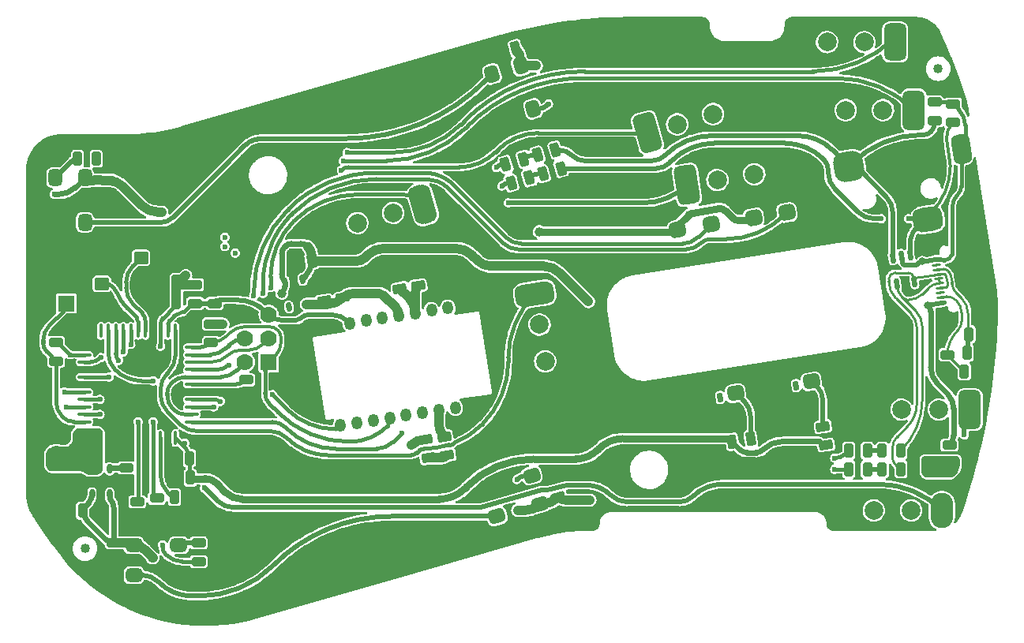
<source format=gbr>
%TF.GenerationSoftware,KiCad,Pcbnew,(6.0.10)*%
%TF.CreationDate,2023-01-19T11:38:05+01:00*%
%TF.ProjectId,QMKMouse,514d4b4d-6f75-4736-952e-6b696361645f,2.001*%
%TF.SameCoordinates,PX5c0b167PY839143b*%
%TF.FileFunction,Copper,L1,Top*%
%TF.FilePolarity,Positive*%
%FSLAX45Y45*%
G04 Gerber Fmt 4.5, Leading zero omitted, Abs format (unit mm)*
G04 Created by KiCad (PCBNEW (6.0.10)) date 2023-01-19 11:38:05*
%MOMM*%
%LPD*%
G01*
G04 APERTURE LIST*
G04 Aperture macros list*
%AMRoundRect*
0 Rectangle with rounded corners*
0 $1 Rounding radius*
0 $2 $3 $4 $5 $6 $7 $8 $9 X,Y pos of 4 corners*
0 Add a 4 corners polygon primitive as box body*
4,1,4,$2,$3,$4,$5,$6,$7,$8,$9,$2,$3,0*
0 Add four circle primitives for the rounded corners*
1,1,$1+$1,$2,$3*
1,1,$1+$1,$4,$5*
1,1,$1+$1,$6,$7*
1,1,$1+$1,$8,$9*
0 Add four rect primitives between the rounded corners*
20,1,$1+$1,$2,$3,$4,$5,0*
20,1,$1+$1,$4,$5,$6,$7,0*
20,1,$1+$1,$6,$7,$8,$9,0*
20,1,$1+$1,$8,$9,$2,$3,0*%
%AMHorizOval*
0 Thick line with rounded ends*
0 $1 width*
0 $2 $3 position (X,Y) of the first rounded end (center of the circle)*
0 $4 $5 position (X,Y) of the second rounded end (center of the circle)*
0 Add line between two ends*
20,1,$1,$2,$3,$4,$5,0*
0 Add two circle primitives to create the rounded ends*
1,1,$1,$2,$3*
1,1,$1,$4,$5*%
%AMRotRect*
0 Rectangle, with rotation*
0 The origin of the aperture is its center*
0 $1 length*
0 $2 width*
0 $3 Rotation angle, in degrees counterclockwise*
0 Add horizontal line*
21,1,$1,$2,0,0,$3*%
G04 Aperture macros list end*
%TA.AperFunction,SMDPad,CuDef*%
%ADD10RoundRect,0.150000X0.600000X0.350000X-0.600000X0.350000X-0.600000X-0.350000X0.600000X-0.350000X0*%
%TD*%
%TA.AperFunction,SMDPad,CuDef*%
%ADD11RotRect,1.016000X1.016000X135.000000*%
%TD*%
%TA.AperFunction,SMDPad,CuDef*%
%ADD12RoundRect,0.150000X0.350000X-0.600000X0.350000X0.600000X-0.350000X0.600000X-0.350000X-0.600000X0*%
%TD*%
%TA.AperFunction,SMDPad,CuDef*%
%ADD13RoundRect,0.150000X-0.350000X0.600000X-0.350000X-0.600000X0.350000X-0.600000X0.350000X0.600000X0*%
%TD*%
%TA.AperFunction,ComponentPad*%
%ADD14R,1.778000X1.778000*%
%TD*%
%TA.AperFunction,ComponentPad*%
%ADD15C,1.778000*%
%TD*%
%TA.AperFunction,SMDPad,CuDef*%
%ADD16RoundRect,0.150000X0.500876X-0.481273X0.172387X0.672891X-0.500876X0.481273X-0.172387X-0.672891X0*%
%TD*%
%TA.AperFunction,SMDPad,CuDef*%
%ADD17RoundRect,0.175000X-0.332685X0.023892X-0.309512X-0.124308X0.332685X-0.023892X0.309512X0.124308X0*%
%TD*%
%TA.AperFunction,SMDPad,CuDef*%
%ADD18RoundRect,0.094500X-0.406889X-0.022630X-0.394375X-0.102658X0.406889X0.022630X0.394375X0.102658X0*%
%TD*%
%TA.AperFunction,ComponentPad*%
%ADD19RoundRect,0.550000X-0.493997X-0.077243X-0.493997X-0.077243X0.493997X0.077243X0.493997X0.077243X0*%
%TD*%
%TA.AperFunction,ComponentPad*%
%ADD20RoundRect,0.550000X-0.740996X-0.115865X-0.740996X-0.115865X0.740996X0.115865X0.740996X0.115865X0*%
%TD*%
%TA.AperFunction,SMDPad,CuDef*%
%ADD21RoundRect,0.600000X-0.950990X0.256160X-0.827401X-0.534236X0.950990X-0.256160X0.827401X0.534236X0*%
%TD*%
%TA.AperFunction,SMDPad,CuDef*%
%ADD22RoundRect,0.600000X1.148589X-0.225263X1.025000X0.565133X-1.148589X0.225263X-1.025000X-0.565133X0*%
%TD*%
%TA.AperFunction,SMDPad,CuDef*%
%ADD23RoundRect,0.150000X0.538727X0.438489X-0.646867X0.253107X-0.538727X-0.438489X0.646867X-0.253107X0*%
%TD*%
%TA.AperFunction,ComponentPad*%
%ADD24C,2.000000*%
%TD*%
%TA.AperFunction,SMDPad,CuDef*%
%ADD25RoundRect,0.600000X-0.600000X-1.500000X0.600000X-1.500000X0.600000X1.500000X-0.600000X1.500000X0*%
%TD*%
%TA.AperFunction,SMDPad,CuDef*%
%ADD26RoundRect,0.840000X1.300488X-0.161027X1.189259X0.550329X-1.300488X0.161027X-1.189259X-0.550329X0*%
%TD*%
%TA.AperFunction,SMDPad,CuDef*%
%ADD27RoundRect,0.600000X1.574684X-0.361070X1.389302X0.824524X-1.574684X0.361070X-1.389302X-0.824524X0*%
%TD*%
%TA.AperFunction,SMDPad,CuDef*%
%ADD28RoundRect,0.280000X-0.520000X-0.420000X0.520000X-0.420000X0.520000X0.420000X-0.520000X0.420000X0*%
%TD*%
%TA.AperFunction,SMDPad,CuDef*%
%ADD29C,1.016000*%
%TD*%
%TA.AperFunction,SMDPad,CuDef*%
%ADD30RoundRect,0.700000X0.157361X0.935541X-0.435436X0.842850X-0.157361X-0.935541X0.435436X-0.842850X0*%
%TD*%
%TA.AperFunction,SMDPad,CuDef*%
%ADD31RoundRect,1.120000X0.400084X0.548391X-0.548391X0.400084X-0.400084X-0.548391X0.548391X-0.400084X0*%
%TD*%
%TA.AperFunction,SMDPad,CuDef*%
%ADD32RoundRect,0.910000X0.621467X0.491914X-0.741966X0.278723X-0.621467X-0.491914X0.741966X-0.278723X0*%
%TD*%
%TA.AperFunction,SMDPad,CuDef*%
%ADD33RoundRect,0.150000X-0.500876X0.481273X-0.172387X-0.672891X0.500876X-0.481273X0.172387X0.672891X0*%
%TD*%
%TA.AperFunction,SMDPad,CuDef*%
%ADD34RoundRect,0.220000X-0.004364X0.383935X-0.113044X0.366942X0.004364X-0.383935X0.113044X-0.366942X0*%
%TD*%
%TA.AperFunction,SMDPad,CuDef*%
%ADD35RoundRect,0.150000X-0.481273X-0.500876X0.672891X-0.172387X0.481273X0.500876X-0.672891X0.172387X0*%
%TD*%
%TA.AperFunction,SMDPad,CuDef*%
%ADD36RoundRect,0.150000X-0.538727X-0.438489X0.646867X-0.253107X0.538727X0.438489X-0.646867X0.253107X0*%
%TD*%
%TA.AperFunction,SMDPad,CuDef*%
%ADD37RoundRect,0.200000X-0.550000X0.000000X-0.550000X0.000000X0.550000X0.000000X0.550000X0.000000X0*%
%TD*%
%TA.AperFunction,SMDPad,CuDef*%
%ADD38RoundRect,0.200000X0.000000X0.550000X0.000000X0.550000X0.000000X-0.550000X0.000000X-0.550000X0*%
%TD*%
%TA.AperFunction,SMDPad,CuDef*%
%ADD39RoundRect,0.150000X-0.600000X-0.350000X0.600000X-0.350000X0.600000X0.350000X-0.600000X0.350000X0*%
%TD*%
%TA.AperFunction,SMDPad,CuDef*%
%ADD40RoundRect,0.600000X0.361070X1.574684X-0.824524X1.389302X-0.361070X-1.574684X0.824524X-1.389302X0*%
%TD*%
%TA.AperFunction,SMDPad,CuDef*%
%ADD41RoundRect,0.840000X-0.001336X-1.310419X0.691163X-1.113326X0.001336X1.310419X-0.691163X1.113326X0*%
%TD*%
%TA.AperFunction,SMDPad,CuDef*%
%ADD42RoundRect,0.600000X-0.166471X-1.606950X0.987694X-1.278461X0.166471X1.606950X-0.987694X1.278461X0*%
%TD*%
%TA.AperFunction,SMDPad,CuDef*%
%ADD43RoundRect,0.240000X0.060000X0.260000X-0.060000X0.260000X-0.060000X-0.260000X0.060000X-0.260000X0*%
%TD*%
%TA.AperFunction,SMDPad,CuDef*%
%ADD44RoundRect,1.200000X0.000000X-0.700000X0.000000X-0.700000X0.000000X0.700000X0.000000X0.700000X0*%
%TD*%
%TA.AperFunction,SMDPad,CuDef*%
%ADD45RoundRect,0.600000X-0.600000X-1.350000X0.600000X-1.350000X0.600000X1.350000X-0.600000X1.350000X0*%
%TD*%
%TA.AperFunction,SMDPad,CuDef*%
%ADD46RoundRect,0.210000X-0.133720X0.272615X-0.044119X-0.300422X0.133720X-0.272615X0.044119X0.300422X0*%
%TD*%
%TA.AperFunction,SMDPad,CuDef*%
%ADD47RoundRect,0.480000X-0.464393X0.251275X-0.365523X-0.381042X0.464393X-0.251275X0.365523X0.381042X0*%
%TD*%
%TA.AperFunction,SMDPad,CuDef*%
%ADD48RoundRect,0.450000X0.300000X-0.450000X0.300000X0.450000X-0.300000X0.450000X-0.300000X-0.450000X0*%
%TD*%
%TA.AperFunction,SMDPad,CuDef*%
%ADD49RoundRect,0.450000X0.411724X-0.350689X0.165358X0.514934X-0.411724X0.350689X-0.165358X-0.514934X0*%
%TD*%
%TA.AperFunction,SMDPad,CuDef*%
%ADD50RoundRect,0.510000X0.437843X-0.275669X0.332793X0.396167X-0.437843X0.275669X-0.332793X-0.396167X0*%
%TD*%
%TA.AperFunction,SMDPad,CuDef*%
%ADD51RoundRect,0.240000X-0.019114X-0.266148X0.099446X-0.247610X0.019114X0.266148X-0.099446X0.247610X0*%
%TD*%
%TA.AperFunction,SMDPad,CuDef*%
%ADD52RoundRect,0.600000X-0.600000X-1.400000X0.600000X-1.400000X0.600000X1.400000X-0.600000X1.400000X0*%
%TD*%
%TA.AperFunction,SMDPad,CuDef*%
%ADD53RoundRect,0.700000X-0.300000X-1.300000X0.300000X-1.300000X0.300000X1.300000X-0.300000X1.300000X0*%
%TD*%
%TA.AperFunction,SMDPad,CuDef*%
%ADD54RoundRect,0.450000X-0.350689X-0.411724X0.514934X-0.165358X0.350689X0.411724X-0.514934X0.165358X0*%
%TD*%
%TA.AperFunction,ComponentPad*%
%ADD55HorizOval,1.200000X-0.015449X0.098799X0.015449X-0.098799X0*%
%TD*%
%TA.AperFunction,SMDPad,CuDef*%
%ADD56RoundRect,0.150000X0.438489X-0.538727X0.253107X0.646867X-0.438489X0.538727X-0.253107X-0.646867X0*%
%TD*%
%TA.AperFunction,SMDPad,CuDef*%
%ADD57RoundRect,0.450000X0.450000X0.300000X-0.450000X0.300000X-0.450000X-0.300000X0.450000X-0.300000X0*%
%TD*%
%TA.AperFunction,SMDPad,CuDef*%
%ADD58RoundRect,0.600000X0.166471X1.606950X-0.987694X1.278461X-0.166471X-1.606950X0.987694X-1.278461X0*%
%TD*%
%TA.AperFunction,SMDPad,CuDef*%
%ADD59RoundRect,0.150000X-0.438489X0.538727X-0.253107X-0.646867X0.438489X-0.538727X0.253107X0.646867X0*%
%TD*%
%TA.AperFunction,ViaPad*%
%ADD60C,0.600000*%
%TD*%
%TA.AperFunction,ViaPad*%
%ADD61C,0.800000*%
%TD*%
%TA.AperFunction,ViaPad*%
%ADD62C,1.000000*%
%TD*%
%TA.AperFunction,ViaPad*%
%ADD63C,1.016000*%
%TD*%
%TA.AperFunction,Conductor*%
%ADD64C,0.500000*%
%TD*%
%TA.AperFunction,Conductor*%
%ADD65C,0.400000*%
%TD*%
%TA.AperFunction,Conductor*%
%ADD66C,0.270000*%
%TD*%
%TA.AperFunction,Conductor*%
%ADD67C,0.260000*%
%TD*%
%TA.AperFunction,Conductor*%
%ADD68C,0.300000*%
%TD*%
%TA.AperFunction,Conductor*%
%ADD69C,0.480000*%
%TD*%
%TA.AperFunction,Conductor*%
%ADD70C,0.600000*%
%TD*%
%TA.AperFunction,Conductor*%
%ADD71C,1.000000*%
%TD*%
%TA.AperFunction,Conductor*%
%ADD72C,0.800000*%
%TD*%
G04 APERTURE END LIST*
D10*
%TO.P,REG.C.13,1*%
%TO.N,GND*%
X335013Y1574742D03*
%TO.P,REG.C.13,2*%
%TO.N,3V3*%
X335013Y1775222D03*
%TD*%
D11*
%TO.P,MCH.SP.10,1*%
%TO.N,GND*%
X6400000Y6400000D03*
%TD*%
D12*
%TO.P,MCU.C.5,1*%
%TO.N,GND*%
X1569759Y1819999D03*
%TO.P,MCU.C.5,2*%
%TO.N,3V3*%
X1770239Y1819999D03*
%TD*%
D11*
%TO.P,MCH.SP.5,1*%
%TO.N,GND*%
X2350000Y5400000D03*
%TD*%
%TO.P,MCH.SP.17,1*%
%TO.N,GND*%
X150000Y3350000D03*
%TD*%
D13*
%TO.P,LED.R.18,1*%
%TO.N,N/C*%
X770240Y5032500D03*
%TO.P,LED.R.18,2*%
%TO.N,NetLED.D.7_2*%
X569760Y5032500D03*
%TD*%
%TO.P,USB.R.13,1*%
%TO.N,GND*%
X10310240Y2950000D03*
%TO.P,USB.R.13,2*%
%TO.N,NetUSB.J.3_9*%
X10109760Y2950000D03*
%TD*%
D11*
%TO.P,MCH.SP.14,1*%
%TO.N,GND*%
X2800000Y350000D03*
%TD*%
D14*
%TO.P,MCU.J.1,1*%
%TO.N,MISO*%
X2620000Y2849999D03*
D15*
%TO.P,MCU.J.1,2*%
%TO.N,V_USB*%
X2366000Y2849999D03*
%TO.P,MCU.J.1,3*%
%TO.N,SCLK*%
X2620000Y3103999D03*
%TO.P,MCU.J.1,4*%
%TO.N,MOSI*%
X2366000Y3103999D03*
%TO.P,MCU.J.1,5*%
%TO.N,~{RESET*%
X2620000Y3357999D03*
%TO.P,MCU.J.1,6*%
%TO.N,GND*%
X2366000Y3357999D03*
%TD*%
D10*
%TO.P,USB.R.9,1*%
%TO.N,NetUSB.FB.4_1*%
X9960000Y5419760D03*
%TO.P,USB.R.9,2*%
%TO.N,NetUSB.FB.1_1*%
X9960000Y5620240D03*
%TD*%
D11*
%TO.P,MCH.SP.15,1*%
%TO.N,GND*%
X8430000Y1350000D03*
%TD*%
%TO.P,MCH.SP.4,1*%
%TO.N,GND*%
X4200000Y750000D03*
%TD*%
D16*
%TO.P,LED.C.25,1*%
%TO.N,GND*%
X5073589Y6162560D03*
%TO.P,LED.C.25,2*%
%TO.N,V_USB*%
X5266411Y6217440D03*
%TD*%
D17*
%TO.P,USB.J.3,1*%
%TO.N,GND*%
X9854702Y3412723D03*
%TO.P,USB.J.3,2*%
%TO.N,NetUSB.FB.1_1*%
X9843115Y3486822D03*
D18*
%TO.P,USB.J.3,3*%
%TO.N,NetUSB.J.3_3*%
X9833846Y3546102D03*
%TO.P,USB.J.3,4*%
%TO.N,N/C*%
X9826122Y3595502D03*
%TO.P,USB.J.3,5*%
%TO.N,NetUSB.FB.2_1*%
X9818397Y3644901D03*
%TO.P,USB.J.3,6*%
%TO.N,NetUSB.FB.3_1*%
X9810673Y3694301D03*
%TO.P,USB.J.3,7*%
X9802949Y3743701D03*
%TO.P,USB.J.3,8*%
%TO.N,NetUSB.FB.2_1*%
X9795224Y3793101D03*
%TO.P,USB.J.3,9*%
%TO.N,NetUSB.J.3_9*%
X9787500Y3842501D03*
%TO.P,USB.J.3,10*%
%TO.N,N/C*%
X9779776Y3891900D03*
D17*
%TO.P,USB.J.3,11*%
%TO.N,NetUSB.FB.1_1*%
X9770507Y3951180D03*
%TO.P,USB.J.3,12*%
%TO.N,GND*%
X9758920Y4025280D03*
D19*
%TO.P,USB.J.3,SHELL*%
X9910598Y3297981D03*
X9777122Y4151608D03*
D20*
X10288507Y3357072D03*
D21*
X10230000Y3640000D03*
D22*
X10160000Y3930000D03*
D20*
X10155031Y4210699D03*
%TD*%
D11*
%TO.P,MCH.SP.26,1*%
%TO.N,GND*%
X9600000Y6450000D03*
%TD*%
%TO.P,MCH.SP.23,1*%
%TO.N,GND*%
X150000Y2700000D03*
%TD*%
D10*
%TO.P,MOS.R.5,1*%
%TO.N,MISO*%
X2000000Y3059759D03*
%TO.P,MOS.R.5,2*%
%TO.N,3V3*%
X2000000Y3260239D03*
%TD*%
D23*
%TO.P,MOS.R.3,1*%
%TO.N,NetMOS.R.3_1*%
X4333210Y1821564D03*
%TO.P,MOS.R.3,2*%
%TO.N,1V8*%
X4302239Y2019637D03*
%TD*%
D11*
%TO.P,MCH.SP.21,1*%
%TO.N,GND*%
X150000Y4000000D03*
%TD*%
D10*
%TO.P,MCU.R.1,1*%
%TO.N,~{RESET*%
X1829999Y3479759D03*
%TO.P,MCU.R.1,2*%
%TO.N,3V3*%
X1829999Y3680239D03*
%TD*%
D24*
%TO.P,LBS.SW.2,*%
%TO.N,*%
X9807500Y2340000D03*
X9407500Y2340000D03*
D25*
%TO.P,LBS.SW.2,A*%
%TO.N,NetLBS.SW.2_A*%
X10137499Y2340000D03*
%TO.P,LBS.SW.2,B*%
%TO.N,GND*%
X9077500Y2340000D03*
%TD*%
D24*
%TO.P,BTN.SW.6,*%
%TO.N,*%
X5524103Y3252599D03*
X5585898Y2857401D03*
D26*
%TO.P,BTN.SW.6,A*%
%TO.N,NetBTN.SW.6_A*%
X5473124Y3578637D03*
D27*
%TO.P,BTN.SW.6,B*%
%TO.N,GND*%
X5636877Y2531363D03*
%TD*%
D28*
%TO.P,MCU.Y.1,1*%
%TO.N,NetMCU.U.1_16*%
X1250000Y3970000D03*
%TO.P,MCU.Y.1,2*%
%TO.N,GND*%
X829999Y3970000D03*
%TO.P,MCU.Y.1,3*%
%TO.N,NetMCU.U.1_17*%
X829999Y3690000D03*
%TO.P,MCU.Y.1,4*%
%TO.N,GND*%
X1250000Y3690000D03*
%TD*%
D29*
%TO.P,MCH.FID.2,1*%
%TO.N,N/C*%
X9800000Y6000000D03*
%TD*%
D14*
%TO.P,MCU.J.4,1*%
%TO.N,NetMCU.J.4_1*%
X450000Y3480000D03*
D15*
%TO.P,MCU.J.4,2*%
%TO.N,GND*%
X450000Y3734000D03*
%TD*%
D30*
%TO.P,USB.J.2,1*%
%TO.N,NetUSB.FB.1_1*%
X10047254Y5138947D03*
D31*
%TO.P,USB.J.2,2*%
%TO.N,NetUSB.FB.5_1*%
X8841900Y4950474D03*
D32*
%TO.P,USB.J.2,3*%
%TO.N,NetUSB.FB.4_1*%
X9690000Y4380000D03*
D30*
%TO.P,USB.J.2,4*%
%TO.N,GND*%
X9770615Y5095691D03*
%TD*%
D33*
%TO.P,USB.R.11,1*%
%TO.N,NetUSB.FB.5_2*%
X5354135Y5028041D03*
%TO.P,USB.R.11,2*%
%TO.N,NetMCU.U.1_18*%
X5161313Y4973161D03*
%TD*%
D13*
%TO.P,USB.R.12,1*%
%TO.N,GND*%
X10330240Y3150000D03*
%TO.P,USB.R.12,2*%
%TO.N,NetUSB.J.3_9*%
X10129760Y3150000D03*
%TD*%
D34*
%TO.P,USB.Z.1,1*%
%TO.N,NetUSB.FB.3_1*%
X9357082Y3684129D03*
%TO.P,USB.Z.1,2*%
%TO.N,GND*%
X9450941Y3698806D03*
%TO.P,USB.Z.1,3*%
%TO.N,NetUSB.FB.2_1*%
X9544801Y3713482D03*
%TO.P,USB.Z.1,4*%
%TO.N,NetUSB.FB.4_1*%
X9500000Y4000000D03*
%TO.P,USB.Z.1,5*%
%TO.N,NetUSB.FB.1_1*%
X9406141Y3985324D03*
%TO.P,USB.Z.1,6*%
%TO.N,NetUSB.FB.5_1*%
X9312281Y3970648D03*
%TD*%
D13*
%TO.P,USB.R.6,1*%
%TO.N,NetUSB.FB.2_2*%
X9040240Y1700000D03*
%TO.P,USB.R.6,2*%
%TO.N,NetMCU.U.1_3*%
X8839760Y1700000D03*
%TD*%
D11*
%TO.P,MCH.SP.3,1*%
%TO.N,GND*%
X7540000Y6150000D03*
%TD*%
D12*
%TO.P,MCU.C.9,1*%
%TO.N,GND*%
X419760Y2040000D03*
%TO.P,MCU.C.9,2*%
%TO.N,3V3*%
X620240Y2040000D03*
%TD*%
D35*
%TO.P,LED.C.23,1*%
%TO.N,GND*%
X5672560Y1596411D03*
%TO.P,LED.C.23,2*%
%TO.N,V_USB*%
X5727440Y1403589D03*
%TD*%
D36*
%TO.P,MOS.R.4,1*%
%TO.N,NetMOS.R.4_1*%
X4502238Y2049637D03*
%TO.P,MOS.R.4,2*%
%TO.N,NetMOS.R.3_1*%
X4533209Y1851564D03*
%TD*%
D37*
%TO.P,MCU.U.1,1*%
%TO.N,NetLBS.SW.2_A*%
X1795000Y2209999D03*
%TO.P,MCU.U.1,2*%
%TO.N,V_USB*%
X1795000Y2290000D03*
%TO.P,MCU.U.1,3*%
%TO.N,NetMCU.U.1_3*%
X1795000Y2370000D03*
%TO.P,MCU.U.1,4*%
%TO.N,NetMCU.U.1_4*%
X1795000Y2449999D03*
%TO.P,MCU.U.1,5*%
%TO.N,GND*%
X1795000Y2530000D03*
%TO.P,MCU.U.1,6*%
%TO.N,NetMCU.C.1_2*%
X1795000Y2610000D03*
%TO.P,MCU.U.1,7*%
%TO.N,V_USB*%
X1795000Y2689999D03*
%TO.P,MCU.U.1,8*%
%TO.N,~{CS*%
X1795000Y2770000D03*
%TO.P,MCU.U.1,9*%
%TO.N,SCLK*%
X1795000Y2849999D03*
%TO.P,MCU.U.1,10*%
%TO.N,MOSI*%
X1795000Y2929999D03*
%TO.P,MCU.U.1,11*%
%TO.N,MISO*%
X1795000Y3010000D03*
D38*
%TO.P,MCU.U.1,12*%
%TO.N,NetBTN.SW.6_A*%
X1620000Y3184999D03*
%TO.P,MCU.U.1,13*%
%TO.N,~{RESET*%
X1540000Y3184999D03*
%TO.P,MCU.U.1,14*%
%TO.N,3V3*%
X1460000Y3184999D03*
%TO.P,MCU.U.1,15*%
%TO.N,GND*%
X1380000Y3184999D03*
%TO.P,MCU.U.1,16*%
%TO.N,NetMCU.U.1_16*%
X1300000Y3184999D03*
%TO.P,MCU.U.1,17*%
%TO.N,NetMCU.U.1_17*%
X1220000Y3184999D03*
%TO.P,MCU.U.1,18*%
%TO.N,NetMCU.U.1_18*%
X1140000Y3184999D03*
%TO.P,MCU.U.1,19*%
%TO.N,NetMCU.U.1_19*%
X1060000Y3184999D03*
%TO.P,MCU.U.1,20*%
%TO.N,NetBTN.SW.8_A*%
X980000Y3184999D03*
%TO.P,MCU.U.1,21*%
%TO.N,NetMCU.U.1_21*%
X900000Y3184999D03*
%TO.P,MCU.U.1,22*%
%TO.N,N/C*%
X820000Y3184999D03*
D37*
%TO.P,MCU.U.1,23*%
%TO.N,GND*%
X645000Y3010000D03*
%TO.P,MCU.U.1,24*%
%TO.N,3V3*%
X645000Y2929999D03*
%TO.P,MCU.U.1,25*%
%TO.N,NetLBS.SW.1_A*%
X645000Y2849999D03*
%TO.P,MCU.U.1,26*%
%TO.N,GND*%
X645000Y2770000D03*
%TO.P,MCU.U.1,27*%
%TO.N,NetBTN.SW.5_A*%
X645000Y2689999D03*
%TO.P,MCU.U.1,28*%
%TO.N,GND*%
X645000Y2610000D03*
%TO.P,MCU.U.1,29*%
%TO.N,LEDData*%
X645000Y2530000D03*
%TO.P,MCU.U.1,30*%
%TO.N,NetBTN.SW.7_A*%
X645000Y2449999D03*
%TO.P,MCU.U.1,31*%
%TO.N,NetBTN.SW.3_A*%
X645000Y2370000D03*
%TO.P,MCU.U.1,32*%
%TO.N,NetBTN.SW.4_A*%
X645000Y2290000D03*
%TO.P,MCU.U.1,33*%
%TO.N,NetMCU.J.4_1*%
X645000Y2209999D03*
D38*
%TO.P,MCU.U.1,34*%
%TO.N,3V3*%
X820000Y2034999D03*
%TO.P,MCU.U.1,35*%
%TO.N,GND*%
X900000Y2034999D03*
%TO.P,MCU.U.1,36*%
X980000Y2034999D03*
%TO.P,MCU.U.1,37*%
X1060000Y2034999D03*
%TO.P,MCU.U.1,38*%
X1140000Y2034999D03*
%TO.P,MCU.U.1,39*%
%TO.N,NetMCU.U.1_39*%
X1220000Y2034999D03*
%TO.P,MCU.U.1,40*%
%TO.N,GND*%
X1300000Y2034999D03*
%TO.P,MCU.U.1,41*%
%TO.N,NetMCU.U.1_41*%
X1380000Y2034999D03*
%TO.P,MCU.U.1,42*%
%TO.N,NetMCU.C.4_2*%
X1460000Y2034999D03*
%TO.P,MCU.U.1,43*%
%TO.N,GND*%
X1540000Y2034999D03*
%TO.P,MCU.U.1,44*%
%TO.N,3V3*%
X1620000Y2034999D03*
%TD*%
D10*
%TO.P,REG.C.15,1*%
%TO.N,GND*%
X1095013Y1514742D03*
%TO.P,REG.C.15,2*%
%TO.N,NetREG.C.15_2*%
X1095013Y1715222D03*
%TD*%
D11*
%TO.P,MCH.SP.18,1*%
%TO.N,GND*%
X800000Y550000D03*
%TD*%
%TO.P,MCH.SP.28,1*%
%TO.N,GND*%
X8000000Y6150000D03*
%TD*%
%TO.P,MCH.SP.22,1*%
%TO.N,GND*%
X2150000Y150000D03*
%TD*%
%TO.P,MCH.SP.20,1*%
%TO.N,GND*%
X3050000Y5600000D03*
%TD*%
D10*
%TO.P,LED.C.20,1*%
%TO.N,GND*%
X960000Y709761D03*
%TO.P,LED.C.20,2*%
%TO.N,V_USB*%
X960000Y910240D03*
%TD*%
D11*
%TO.P,MCH.SP.1,1*%
%TO.N,GND*%
X3500000Y550000D03*
%TD*%
D10*
%TO.P,LED.C.27,1*%
%TO.N,GND*%
X900000Y4599760D03*
%TO.P,LED.C.27,2*%
%TO.N,V_USB*%
X900000Y4800240D03*
%TD*%
D39*
%TO.P,USB.FB.1,1*%
%TO.N,NetUSB.FB.1_1*%
X9920000Y1960240D03*
%TO.P,USB.FB.1,2*%
%TO.N,V_USB*%
X9920000Y1759760D03*
%TD*%
D11*
%TO.P,MCH.SP.8,1*%
%TO.N,GND*%
X7200000Y6400000D03*
%TD*%
D13*
%TO.P,USB.FB.2,1*%
%TO.N,NetUSB.FB.2_1*%
X9400240Y1700000D03*
%TO.P,USB.FB.2,2*%
%TO.N,NetUSB.FB.2_2*%
X9199760Y1700000D03*
%TD*%
D36*
%TO.P,MOS.C.11,1*%
%TO.N,GND*%
X4194514Y3869037D03*
%TO.P,MOS.C.11,2*%
%TO.N,NetMOS.C.10_2*%
X4225486Y3670964D03*
%TD*%
D33*
%TO.P,USB.FB.5,1*%
%TO.N,NetUSB.FB.5_1*%
X5694375Y5128041D03*
%TO.P,USB.FB.5,2*%
%TO.N,NetUSB.FB.5_2*%
X5501553Y5073161D03*
%TD*%
D39*
%TO.P,MCU.C.22,1*%
%TO.N,GND*%
X2039999Y3680239D03*
%TO.P,MCU.C.22,2*%
%TO.N,~{RESET*%
X2039999Y3479760D03*
%TD*%
D11*
%TO.P,MCH.SP.19,1*%
%TO.N,GND*%
X7410000Y1370000D03*
%TD*%
D13*
%TO.P,REG.C.12,1*%
%TO.N,GND*%
X825253Y1254982D03*
%TO.P,REG.C.12,2*%
%TO.N,V_USB*%
X624773Y1254982D03*
%TD*%
D24*
%TO.P,BTN.SW.8,*%
%TO.N,*%
X7432400Y4804103D03*
X7827598Y4865898D03*
D40*
%TO.P,BTN.SW.8,A*%
%TO.N,NetBTN.SW.8_A*%
X7106362Y4753124D03*
%TO.P,BTN.SW.8,B*%
%TO.N,GND*%
X8153636Y4916878D03*
%TD*%
D10*
%TO.P,USB.R.15,1*%
%TO.N,GND*%
X9900000Y2729760D03*
%TO.P,USB.R.15,2*%
%TO.N,NetUSB.J.3_3*%
X9900000Y2930240D03*
%TD*%
D36*
%TO.P,SCW.R.3,1*%
%TO.N,NetSCW.D.12_A*%
X8564515Y2159037D03*
%TO.P,SCW.R.3,2*%
%TO.N,3V3*%
X8595486Y1960964D03*
%TD*%
D24*
%TO.P,BTN.SW.7,*%
%TO.N,*%
X3954861Y4452248D03*
X3570139Y4342752D03*
D41*
%TO.P,BTN.SW.7,A*%
%TO.N,NetBTN.SW.7_A*%
X4272255Y4542582D03*
D42*
%TO.P,BTN.SW.7,B*%
%TO.N,GND*%
X3252744Y4252417D03*
%TD*%
D10*
%TO.P,USB.R.8,1*%
%TO.N,NetUSB.FB.5_1*%
X9760000Y5439760D03*
%TO.P,USB.R.8,2*%
%TO.N,NetUSB.FB.1_1*%
X9760000Y5640240D03*
%TD*%
D43*
%TO.P,REG.U.3,1*%
%TO.N,V_USB*%
X725000Y1435000D03*
%TO.P,REG.U.3,2*%
%TO.N,GND*%
X820000Y1435000D03*
%TO.P,REG.U.3,3*%
%TO.N,V_USB*%
X914999Y1435000D03*
%TO.P,REG.U.3,4*%
%TO.N,NetREG.C.15_2*%
X914999Y1705000D03*
%TO.P,REG.U.3,5*%
%TO.N,3V3*%
X725000Y1705000D03*
%TD*%
D11*
%TO.P,MCH.SP.7,1*%
%TO.N,GND*%
X1050000Y5150000D03*
%TD*%
D39*
%TO.P,USB.C.19,1*%
%TO.N,GND*%
X9720000Y1960240D03*
%TO.P,USB.C.19,2*%
%TO.N,V_USB*%
X9720000Y1759760D03*
%TD*%
D24*
%TO.P,BTN.SW.3,*%
%TO.N,*%
X9508894Y1259701D03*
X9108894Y1259701D03*
D44*
%TO.P,BTN.SW.3,A*%
%TO.N,NetBTN.SW.3_A*%
X9838893Y1259701D03*
D45*
%TO.P,BTN.SW.3,B*%
%TO.N,GND*%
X8778894Y1259701D03*
%TD*%
D46*
%TO.P,SCW.D.12,*%
%TO.N,*%
X8275827Y2597777D03*
D47*
%TO.P,SCW.D.12,A*%
%TO.N,NetSCW.D.12_A*%
X8440696Y2643800D03*
%TO.P,SCW.D.12,C*%
%TO.N,GND*%
X8104304Y2591201D03*
%TD*%
D12*
%TO.P,MCU.C.6,1*%
%TO.N,GND*%
X1429759Y3489999D03*
%TO.P,MCU.C.6,2*%
%TO.N,3V3*%
X1630239Y3489999D03*
%TD*%
D11*
%TO.P,MCH.SP.12,1*%
%TO.N,GND*%
X5070000Y960000D03*
%TD*%
%TO.P,MCH.SP.25,1*%
%TO.N,GND*%
X5500000Y6300000D03*
%TD*%
D48*
%TO.P,LED.D.7,1*%
%TO.N,V_USB*%
X650000Y4830000D03*
%TO.P,LED.D.7,2*%
%TO.N,NetLED.D.7_2*%
X330000Y4830000D03*
%TO.P,LED.D.7,3*%
%TO.N,GND*%
X330000Y4350000D03*
%TO.P,LED.D.7,4*%
%TO.N,NetLED.D.5_2*%
X650000Y4350000D03*
%TD*%
D10*
%TO.P,REG.C.14,1*%
%TO.N,GND*%
X545013Y1574742D03*
%TO.P,REG.C.14,2*%
%TO.N,3V3*%
X545013Y1775222D03*
%TD*%
D36*
%TO.P,REG.C.18,1*%
%TO.N,GND*%
X3184514Y3709036D03*
%TO.P,REG.C.18,2*%
%TO.N,1V8*%
X3215486Y3510963D03*
%TD*%
D49*
%TO.P,LED.D.5,1*%
%TO.N,V_USB*%
X5323181Y6029652D03*
%TO.P,LED.D.5,2*%
%TO.N,NetLED.D.5_2*%
X5015404Y5942055D03*
%TO.P,LED.D.5,3*%
%TO.N,GND*%
X5146800Y5480388D03*
%TO.P,LED.D.5,4*%
%TO.N,NetLED.D.3_2*%
X5454576Y5567985D03*
%TD*%
D36*
%TO.P,MOS.C.10,1*%
%TO.N,GND*%
X3994514Y3839036D03*
%TO.P,MOS.C.10,2*%
%TO.N,NetMOS.C.10_2*%
X4025485Y3640963D03*
%TD*%
D11*
%TO.P,MCH.SP.24,1*%
%TO.N,GND*%
X200000Y1250000D03*
%TD*%
%TO.P,MCH.SP.6,1*%
%TO.N,GND*%
X150000Y2050000D03*
%TD*%
D50*
%TO.P,SCW.Qt.2,C*%
%TO.N,3V3*%
X7821923Y4399659D03*
%TO.P,SCW.Qt.2,E*%
%TO.N,NetMCU.U.1_39*%
X8178075Y4455348D03*
%TD*%
D11*
%TO.P,MCH.SP.11,1*%
%TO.N,GND*%
X3900000Y5850000D03*
%TD*%
D12*
%TO.P,MCU.C.8,1*%
%TO.N,GND*%
X1579759Y1609999D03*
%TO.P,MCU.C.8,2*%
%TO.N,3V3*%
X1780239Y1609999D03*
%TD*%
D11*
%TO.P,MCH.SP.2,1*%
%TO.N,GND*%
X6050000Y1170000D03*
%TD*%
D10*
%TO.P,SCW.R.2,1*%
%TO.N,GND*%
X1419999Y1189759D03*
%TO.P,SCW.R.2,2*%
%TO.N,NetMCU.U.1_41*%
X1419999Y1390239D03*
%TD*%
D51*
%TO.P,REG.U.4,1*%
%TO.N,V_USB*%
X2983004Y3738055D03*
%TO.P,REG.U.4,2*%
%TO.N,GND*%
X2889145Y3723379D03*
%TO.P,REG.U.4,3*%
%TO.N,V_USB*%
X2795285Y3708703D03*
%TO.P,REG.U.4,4*%
%TO.N,N/C*%
X2836996Y3441945D03*
%TO.P,REG.U.4,5*%
%TO.N,1V8*%
X3024715Y3471297D03*
%TD*%
D46*
%TO.P,SCW.D.11,*%
%TO.N,*%
X7460826Y2470279D03*
D47*
%TO.P,SCW.D.11,A*%
%TO.N,NetSCW.D.11_A*%
X7625696Y2516301D03*
%TO.P,SCW.D.11,C*%
%TO.N,GND*%
X7289303Y2463702D03*
%TD*%
D24*
%TO.P,BTN.SW.4,*%
%TO.N,*%
X8607500Y6285000D03*
X9007500Y6285000D03*
D52*
%TO.P,BTN.SW.4,A*%
%TO.N,NetBTN.SW.4_A*%
X9337499Y6285000D03*
D53*
%TO.P,BTN.SW.4,B*%
%TO.N,GND*%
X8277500Y6285000D03*
%TD*%
D11*
%TO.P,MCH.SP.13,1*%
%TO.N,GND*%
X1450000Y250000D03*
%TD*%
D54*
%TO.P,LED.D.3,1*%
%TO.N,V_USB*%
X5529611Y1326800D03*
%TO.P,LED.D.3,2*%
%TO.N,NetLED.D.3_2*%
X5442014Y1634576D03*
%TO.P,LED.D.3,3*%
%TO.N,GND*%
X4980347Y1503181D03*
%TO.P,LED.D.3,4*%
%TO.N,NetLED.D.1_2*%
X5067944Y1195404D03*
%TD*%
D13*
%TO.P,MCU.C.4,1*%
%TO.N,GND*%
X1810239Y1399999D03*
%TO.P,MCU.C.4,2*%
%TO.N,NetMCU.C.4_2*%
X1609759Y1399999D03*
%TD*%
D33*
%TO.P,USB.R.10,1*%
%TO.N,NetUSB.FB.4_2*%
X5414135Y4828041D03*
%TO.P,USB.R.10,2*%
%TO.N,NetMCU.U.1_19*%
X5221313Y4773161D03*
%TD*%
D13*
%TO.P,USB.R.7,1*%
%TO.N,NetUSB.FB.3_2*%
X9040240Y1900000D03*
%TO.P,USB.R.7,2*%
%TO.N,NetMCU.U.1_4*%
X8839760Y1900000D03*
%TD*%
D29*
%TO.P,MCH.FID.1,1*%
%TO.N,N/C*%
X650000Y850000D03*
%TD*%
D11*
%TO.P,MCH.SP.16,1*%
%TO.N,GND*%
X4600000Y6050000D03*
%TD*%
D50*
%TO.P,SCW.Qt.1,C*%
%TO.N,3V3*%
X7006924Y4272154D03*
%TO.P,SCW.Qt.1,E*%
%TO.N,NetMCU.U.1_41*%
X7363075Y4327843D03*
%TD*%
D10*
%TO.P,SCW.R.4,1*%
%TO.N,GND*%
X1210000Y1149759D03*
%TO.P,SCW.R.4,2*%
%TO.N,NetMCU.U.1_39*%
X1210000Y1350239D03*
%TD*%
D36*
%TO.P,REG.C.17,1*%
%TO.N,GND*%
X3384514Y3739037D03*
%TO.P,REG.C.17,2*%
%TO.N,1V8*%
X3415486Y3540964D03*
%TD*%
D55*
%TO.P,MOS.U.2,16*%
%TO.N,N/C*%
X4620002Y2362500D03*
%TO.P,MOS.U.2,15*%
%TO.N,NetMOS.R.4_1*%
X4444336Y2335033D03*
%TO.P,MOS.U.2,14*%
%TO.N,N/C*%
X4268671Y2307565D03*
%TO.P,MOS.U.2,13*%
%TO.N,~{CS*%
X4093005Y2280097D03*
%TO.P,MOS.U.2,12*%
%TO.N,MISO*%
X3917340Y2252629D03*
%TO.P,MOS.U.2,11*%
%TO.N,MOSI*%
X3741675Y2225162D03*
%TO.P,MOS.U.2,10*%
%TO.N,SCLK*%
X3566009Y2197694D03*
%TO.P,MOS.U.2,9*%
%TO.N,NetMCU.U.1_21*%
X3390344Y2170226D03*
%TO.P,MOS.U.2,8*%
%TO.N,GND*%
X3312876Y3241115D03*
%TO.P,MOS.U.2,7*%
%TO.N,~{RESET*%
X3488541Y3268582D03*
%TO.P,MOS.U.2,6*%
%TO.N,N/C*%
X3664207Y3296050D03*
%TO.P,MOS.U.2,5*%
%TO.N,3V3*%
X3839873Y3323518D03*
%TO.P,MOS.U.2,4*%
%TO.N,1V8*%
X4015538Y3350985D03*
%TO.P,MOS.U.2,3*%
%TO.N,NetMOS.C.10_2*%
X4191204Y3378453D03*
%TO.P,MOS.U.2,2*%
%TO.N,N/C*%
X4366869Y3405921D03*
%TO.P,MOS.U.2,1*%
X4542535Y3433388D03*
%TD*%
D39*
%TO.P,LED.R.16,1*%
%TO.N,NetLED.D.1_4*%
X1870000Y910240D03*
%TO.P,LED.R.16,2*%
%TO.N,LEDData*%
X1870000Y709761D03*
%TD*%
D56*
%TO.P,REG.C.16,1*%
%TO.N,GND*%
X2880963Y3904515D03*
%TO.P,REG.C.16,2*%
%TO.N,V_USB*%
X3079036Y3935486D03*
%TD*%
D57*
%TO.P,LED.D.1,1*%
%TO.N,V_USB*%
X1175023Y885010D03*
%TO.P,LED.D.1,2*%
%TO.N,NetLED.D.1_2*%
X1175023Y565010D03*
%TO.P,LED.D.1,3*%
%TO.N,GND*%
X1655023Y565010D03*
%TO.P,LED.D.1,4*%
%TO.N,NetLED.D.1_4*%
X1655023Y885010D03*
%TD*%
D24*
%TO.P,BTN.SW.5,*%
%TO.N,*%
X7384861Y5512248D03*
X7000139Y5402752D03*
D58*
%TO.P,BTN.SW.5,A*%
%TO.N,NetBTN.SW.5_A*%
X6682745Y5312418D03*
%TO.P,BTN.SW.5,B*%
%TO.N,GND*%
X7702256Y5602583D03*
%TD*%
D24*
%TO.P,LBS.SW.1,*%
%TO.N,*%
X8807500Y5555000D03*
X9207500Y5555000D03*
D25*
%TO.P,LBS.SW.1,A*%
%TO.N,NetLBS.SW.1_A*%
X9537499Y5555000D03*
%TO.P,LBS.SW.1,B*%
%TO.N,GND*%
X8477500Y5555000D03*
%TD*%
D11*
%TO.P,MCH.SP.9,1*%
%TO.N,GND*%
X150000Y5000000D03*
%TD*%
D13*
%TO.P,USB.R.14,1*%
%TO.N,GND*%
X10280240Y2750000D03*
%TO.P,USB.R.14,2*%
%TO.N,NetUSB.J.3_3*%
X10079760Y2750000D03*
%TD*%
D10*
%TO.P,MCU.R.20,1*%
%TO.N,NetMCU.J.4_1*%
X340000Y2859760D03*
%TO.P,MCU.R.20,2*%
%TO.N,3V3*%
X340000Y3060240D03*
%TD*%
D33*
%TO.P,USB.FB.4,1*%
%TO.N,NetUSB.FB.4_1*%
X5754135Y4928040D03*
%TO.P,USB.FB.4,2*%
%TO.N,NetUSB.FB.4_2*%
X5561313Y4873161D03*
%TD*%
D13*
%TO.P,USB.FB.3,1*%
%TO.N,NetUSB.FB.3_1*%
X9400240Y1900000D03*
%TO.P,USB.FB.3,2*%
%TO.N,NetUSB.FB.3_2*%
X9199760Y1900000D03*
%TD*%
D10*
%TO.P,MCU.C.1,1*%
%TO.N,GND*%
X2380000Y2459760D03*
%TO.P,MCU.C.1,2*%
%TO.N,NetMCU.C.1_2*%
X2380000Y2660240D03*
%TD*%
D59*
%TO.P,SCW.R.1,1*%
%TO.N,NetSCW.D.11_A*%
X7789037Y2025486D03*
%TO.P,SCW.R.1,2*%
%TO.N,3V3*%
X7590964Y1994514D03*
%TD*%
D11*
%TO.P,MCH.SP.27,1*%
%TO.N,GND*%
X10010000Y1540000D03*
%TD*%
D12*
%TO.P,MCU.C.7,1*%
%TO.N,GND*%
X1429759Y3709999D03*
%TO.P,MCU.C.7,2*%
%TO.N,3V3*%
X1630239Y3709999D03*
%TD*%
D60*
%TO.N,NetLED.D.3_2*%
X5620000Y5620000D03*
%TO.N,NetUSB.FB.4_1*%
X9190000Y4390000D03*
X9480000Y4390000D03*
%TO.N,NetMCU.U.1_21*%
X2660000Y2500000D03*
X1380000Y2650000D03*
%TO.N,NetMCU.U.1_18*%
X1140000Y3040000D03*
X5060000Y4940000D03*
%TO.N,NetLED.D.3_2*%
X5280000Y1590000D03*
%TO.N,NetLBS.SW.2_A*%
X10080000Y2070000D03*
X4050000Y2090000D03*
%TO.N,NetLBS.SW.1_A*%
X2150000Y4090000D03*
X820000Y2900000D03*
X3420000Y5010000D03*
%TO.N,NetBTN.SW.8_A*%
X1009998Y2869994D03*
X5190000Y4560000D03*
%TO.N,NetBTN.SW.7_A*%
X2640000Y3650000D03*
X810000Y2450000D03*
%TO.N,NetBTN.SW.5_A*%
X3400000Y4910000D03*
X910000Y2690000D03*
X2260000Y4020000D03*
%TO.N,NetBTN.SW.4_A*%
X3460000Y5100000D03*
X810000Y2290000D03*
X2150000Y4190000D03*
%TO.N,NetBTN.SW.3_A*%
X1930000Y1500000D03*
X450000Y2370000D03*
%TO.N,LEDData*%
X1480000Y890000D03*
X430000Y2530000D03*
%TO.N,NetMCU.U.1_19*%
X5120000Y4740000D03*
X1060000Y2960000D03*
D61*
%TO.N,NetUSB.FB.1_1*%
X9689707Y3461795D03*
X9630000Y3930000D03*
D62*
%TO.N,V_USB*%
X2760000Y3590000D03*
X1474142Y4460000D03*
X5290000Y1260000D03*
D60*
X320000Y4650000D03*
X9920000Y1660000D03*
D62*
X5490000Y6030000D03*
X6065210Y1370000D03*
X3040000Y4090000D03*
X6050000Y3500000D03*
X1370000Y750000D03*
D60*
%TO.N,NetMCU.U.1_41*%
X2460000Y3565000D03*
X1380000Y2210000D03*
%TO.N,NetMCU.U.1_39*%
X1220000Y2210000D03*
X2560000Y3590000D03*
%TO.N,NetMCU.U.1_4*%
X8690000Y1820000D03*
X2100000Y2430000D03*
%TO.N,NetMCU.U.1_3*%
X8690000Y1700000D03*
X2030000Y2370000D03*
%TO.N,~{CS*%
X2190000Y2820000D03*
D62*
%TO.N,1V8*%
X4150000Y1960000D03*
D60*
%TO.N,3V3*%
X490000Y2930000D03*
X1720000Y1980000D03*
X1460000Y3019999D03*
D62*
X5520000Y4250000D03*
D60*
X730000Y1840000D03*
X2130000Y3260000D03*
X550000Y1890000D03*
X1730000Y3779999D03*
X730000Y2040000D03*
X350000Y1890000D03*
%TO.N,GND*%
X8440000Y1910000D03*
X1539999Y2209999D03*
X8080000Y5600000D03*
X1080000Y4880000D03*
X2610000Y1190000D03*
X6520000Y2580000D03*
X2360000Y2300000D03*
X6600000Y5810000D03*
X5290000Y2270000D03*
D63*
X2350000Y5400000D03*
X8430000Y1350000D03*
D60*
X2620000Y2030000D03*
X1429999Y3859999D03*
X5910000Y4650000D03*
X9470000Y3590000D03*
X1069999Y4119999D03*
X6250000Y1620000D03*
X7070000Y5800000D03*
X7430000Y2150000D03*
X8010000Y4100000D03*
X9470000Y2700000D03*
X5100000Y4390000D03*
X8430000Y6100000D03*
X9410000Y4130000D03*
X6970000Y4490000D03*
X1240000Y3550000D03*
X5140000Y1550000D03*
X5190000Y3400000D03*
X8660000Y5740000D03*
X4030000Y1510000D03*
D63*
X7540000Y6150000D03*
X150000Y5000000D03*
D60*
X6940000Y1560000D03*
X9090000Y5020000D03*
D63*
X800000Y550000D03*
D60*
X7540000Y4040000D03*
X6350000Y2290000D03*
X1640000Y2410000D03*
X6580000Y3900000D03*
X3380000Y1510000D03*
X8950000Y1400000D03*
X3110000Y2270000D03*
X3470000Y4160000D03*
X760000Y3529999D03*
X6250000Y2870000D03*
X5720000Y4470000D03*
X2220000Y2440000D03*
X750000Y4700000D03*
X8930000Y5210000D03*
X4520000Y5420000D03*
X1579999Y1260000D03*
X6900000Y5240000D03*
D63*
X3500000Y550000D03*
D60*
X4840000Y3700000D03*
X8160000Y1910000D03*
X8240000Y1620000D03*
D63*
X9600000Y6450000D03*
D60*
X1050000Y1400000D03*
D63*
X10010000Y1540000D03*
X150000Y2700000D03*
D60*
X5910000Y5790000D03*
X3860000Y1770000D03*
X2270000Y1520000D03*
X2890000Y1840000D03*
X6810000Y6360000D03*
X5870000Y5390000D03*
X2020000Y4330000D03*
X8140000Y2420000D03*
X5980000Y2290000D03*
X3550000Y1770000D03*
X6990000Y2600000D03*
X7860000Y1620000D03*
X540000Y1460000D03*
X1040000Y4600000D03*
X340000Y1460000D03*
X9620000Y4960000D03*
X10310000Y2600000D03*
X3880000Y3740000D03*
X5420000Y4340000D03*
X4830000Y1460000D03*
X8470000Y4180000D03*
X8560000Y4530000D03*
X919999Y3529999D03*
X210000Y2210000D03*
X8130000Y6050000D03*
X10330000Y3810000D03*
X10180000Y2010000D03*
X650000Y4010000D03*
X5720000Y2750000D03*
X8660000Y5380000D03*
X9970000Y5750000D03*
X2200000Y3709999D03*
X5270000Y5150000D03*
X5720000Y4780000D03*
X210000Y2390000D03*
X4840000Y2400000D03*
X6460000Y1540000D03*
X3030000Y2550000D03*
X3530000Y5680000D03*
X7460000Y5710000D03*
X6350000Y4650000D03*
X5620000Y1710000D03*
X4190000Y1770000D03*
D63*
X8000000Y6150000D03*
X150000Y2050000D03*
D60*
X9110000Y6440000D03*
X2990000Y2880000D03*
X3010000Y4320000D03*
X6160000Y3230000D03*
X4700000Y3910000D03*
X5820000Y1650000D03*
X200000Y4370000D03*
X5000000Y3070000D03*
X1080000Y2210000D03*
D63*
X2150000Y150000D03*
D60*
X2510000Y2470000D03*
X7560000Y5380000D03*
X9960000Y2600000D03*
X7100000Y2220000D03*
D63*
X2800000Y350000D03*
D60*
X6900000Y4860000D03*
X7880000Y2550000D03*
X5270000Y5630000D03*
X8900000Y4220000D03*
D63*
X5500000Y6300000D03*
D60*
X3920000Y5200000D03*
X2760000Y4650000D03*
D63*
X3900000Y5850000D03*
D60*
X10030000Y3760000D03*
X8480000Y6450000D03*
X7480000Y1640000D03*
X6920000Y6100000D03*
D63*
X4200000Y750000D03*
D60*
X9300000Y5360000D03*
X2350000Y5050000D03*
X1070000Y1240000D03*
X650000Y3839999D03*
X650000Y3679999D03*
X5010000Y1830000D03*
X5560000Y5230000D03*
D63*
X3050000Y5600000D03*
D60*
X830000Y2610000D03*
X2020000Y580000D03*
X4720000Y1630000D03*
X5080000Y4830000D03*
X7940000Y5050000D03*
X7430000Y2600000D03*
X6000000Y5090000D03*
X7260000Y6170000D03*
D63*
X7200000Y6400000D03*
D60*
X6270000Y4360000D03*
X4980000Y2140000D03*
X6280000Y5400000D03*
X7990000Y4720000D03*
X2720000Y5110000D03*
X820000Y1580000D03*
X909999Y4119999D03*
X4960000Y6120000D03*
X150000Y3680000D03*
D63*
X200000Y1250000D03*
D60*
X4730000Y3450000D03*
X1230000Y4119999D03*
X3100000Y710000D03*
X10220000Y4570000D03*
D63*
X150000Y3350000D03*
X1450000Y250000D03*
D60*
X2220000Y2030000D03*
X9250000Y2200000D03*
X9590000Y5170000D03*
X4650000Y4410000D03*
X6500000Y1850000D03*
X1830000Y5080000D03*
X5430000Y3770000D03*
X9650000Y1120000D03*
X500000Y5170000D03*
X4390000Y1530000D03*
X4980000Y5300000D03*
X2970000Y1530000D03*
X5230000Y2000000D03*
X8510000Y4940000D03*
X1690000Y4330000D03*
X5640000Y2290000D03*
X9210000Y3020000D03*
X1400000Y4830000D03*
X6110000Y6110000D03*
X2580000Y1690000D03*
X1640000Y2570000D03*
X1970000Y2290000D03*
X10180000Y2630000D03*
X2450000Y600000D03*
X3220000Y1770000D03*
X8250000Y2810000D03*
X3620000Y4730000D03*
X2390000Y4330000D03*
X3230000Y1200000D03*
X4740000Y4800000D03*
X4440000Y4680000D03*
X4110000Y4320000D03*
X2860000Y4040000D03*
X4270000Y5920000D03*
X9410000Y4530000D03*
X3230000Y5150000D03*
X5510000Y2040000D03*
X5710000Y3400000D03*
D63*
X6400000Y6400000D03*
D60*
X10150000Y4900000D03*
X7770000Y2720000D03*
X8990000Y5980000D03*
D63*
X1050000Y5150000D03*
D60*
X3540000Y3700000D03*
X5990000Y6110000D03*
X2350000Y4680000D03*
X2910000Y3610000D03*
X1809999Y1270000D03*
X510000Y3060000D03*
X840000Y1110000D03*
D63*
X150000Y4000000D03*
D60*
X1290000Y4660000D03*
X3780000Y940000D03*
X9720000Y2080000D03*
X1400000Y2950000D03*
X1930000Y1730000D03*
X830000Y2770000D03*
X5930000Y6360000D03*
X6180000Y3680000D03*
X6600000Y6110000D03*
X4500000Y5030000D03*
X5710000Y3970000D03*
X3980000Y5560000D03*
X8750000Y2870000D03*
X9220000Y3900000D03*
X9470000Y3170000D03*
X3710000Y1510000D03*
D63*
X7410000Y1370000D03*
D60*
X2230000Y850000D03*
X990000Y590000D03*
X6980000Y1850000D03*
X7960000Y2130000D03*
X9250000Y2500000D03*
D63*
X4600000Y6050000D03*
D60*
X5810000Y2040000D03*
X300000Y4510000D03*
D63*
X6050000Y1170000D03*
D60*
X7080000Y3970000D03*
X6130000Y2040000D03*
X5460000Y2700000D03*
X5340000Y3090000D03*
X1420000Y640000D03*
X8770000Y2430000D03*
X939999Y2209999D03*
X4740000Y4160000D03*
X1429999Y4029999D03*
X9320000Y3390000D03*
X4690000Y1920000D03*
X7190000Y1690000D03*
X2750000Y5430000D03*
X2990000Y4920000D03*
D63*
X5070000Y960000D03*
D60*
X4330000Y3900000D03*
X2980000Y3170000D03*
%TD*%
D64*
%TO.N,NetLED.D.3_2*%
X5610002Y5609998D02*
G75*
G02*
X5508568Y5567985I-101432J101438D01*
G01*
X5610000Y5610000D02*
X5620000Y5620000D01*
D65*
%TO.N,NetMCU.J.4_1*%
X340000Y2428995D02*
X340000Y2859760D01*
X200000Y3060000D02*
X200000Y3074790D01*
X274395Y3254395D02*
X414645Y3394645D01*
X242596Y2957163D02*
X340000Y2859760D01*
X530712Y2209999D02*
X645000Y2209999D01*
X410000Y2260000D02*
G75*
G02*
X340000Y2428995I169000J168996D01*
G01*
X199997Y3074790D02*
G75*
G02*
X274395Y3254395I254002J-4D01*
G01*
X530712Y2210003D02*
G75*
G02*
X410000Y2260000I-3J170713D01*
G01*
X449997Y3480000D02*
G75*
G02*
X414645Y3394645I-120708J-4D01*
G01*
X242595Y2957162D02*
G75*
G02*
X200000Y3060000I102834J102834D01*
G01*
D66*
%TO.N,NetUSB.J.3_9*%
X9846772Y3850206D02*
X9856294Y3850206D01*
X9945469Y3702858D02*
X9945475Y3702822D01*
X9946081Y3690952D02*
X9946081Y3695137D01*
X9866727Y3849082D02*
X9873701Y3847563D01*
D64*
X10119760Y2960000D02*
X10119760Y3140000D01*
D66*
X9897957Y3834294D02*
X9918578Y3813673D01*
X10120000Y3173564D02*
X10120000Y3364790D01*
X9946081Y3690952D02*
X9946081Y3690952D01*
D64*
X10109760Y2950000D02*
X10119760Y2960000D01*
D66*
X9946201Y3688518D02*
X9946201Y3688518D01*
D64*
X10119760Y3140000D02*
X10129760Y3150000D01*
D66*
X9986712Y3603288D02*
X9992973Y3597027D01*
X9787500Y3842501D02*
X9839949Y3849729D01*
X9933434Y3779925D02*
X9945469Y3702858D01*
X9932364Y3786667D02*
X9933369Y3780336D01*
X9992973Y3597027D02*
X10045605Y3544395D01*
X9945469Y3702858D02*
G75*
G03*
X9945475Y3702822I20130J3178D01*
G01*
X9918579Y3813674D02*
G75*
G02*
X9932364Y3786668I-34610J-34688D01*
G01*
X9873701Y3847562D02*
G75*
G02*
X9897957Y3834294I-10432J-47877D01*
G01*
X9946201Y3688518D02*
G75*
G02*
X9946081Y3690952I26898J2548D01*
G01*
X10045603Y3544393D02*
G75*
G02*
X10120000Y3364790I-179604J-179607D01*
G01*
X9986712Y3603288D02*
G75*
G02*
X9970258Y3623066I99577J99578D01*
G01*
X9839949Y3849729D02*
G75*
G02*
X9846772Y3850206I6821J-48523D01*
G01*
X9856294Y3850207D02*
G75*
G02*
X9866727Y3849083I-5J-49001D01*
G01*
X10129762Y3150002D02*
G75*
G02*
X10120000Y3173564I23557J23564D01*
G01*
X9970257Y3623066D02*
G75*
G02*
X9946201Y3688518I116022J79790D01*
G01*
X9933370Y3780336D02*
G75*
G02*
X9933434Y3779925I-47160J-7640D01*
G01*
X9945474Y3702822D02*
G75*
G02*
X9946081Y3695137I-48385J-7687D01*
G01*
D67*
%TO.N,NetUSB.J.3_3*%
X9833846Y3546103D02*
X9886735Y3554372D01*
X9900000Y2930240D02*
X10079760Y2750480D01*
X9886735Y3554372D02*
X9888824Y3554698D01*
X10079760Y2750000D02*
X10079760Y2750480D01*
X10050000Y3288161D02*
X10050000Y3381936D01*
X9900000Y2930240D02*
X9900000Y2930240D01*
X10005996Y3185995D02*
X10008774Y3188773D01*
X9899996Y2930240D02*
G75*
G02*
X10005996Y3185995I361553J-4D01*
G01*
X9888824Y3554700D02*
G75*
G02*
X9997054Y3509876I-5J-153085D01*
G01*
X9997054Y3509876D02*
G75*
G02*
X10050000Y3381936I-128104J-127940D01*
G01*
X10049997Y3288161D02*
G75*
G02*
X10008774Y3188773I-140408J-5D01*
G01*
D64*
%TO.N,NetUSB.FB.5_2*%
X5463065Y5073161D02*
X5501553Y5073161D01*
X5354139Y5028038D02*
G75*
G02*
X5463065Y5073161I108931J-108922D01*
G01*
%TO.N,NetUSB.FB.5_1*%
X8841901Y4950475D02*
X8868380Y4976954D01*
X8974415Y4895585D02*
X9237886Y4632114D01*
X9760000Y5416568D02*
X9760000Y5439760D01*
X8666770Y5125605D02*
X8841901Y4950475D01*
X6868429Y5068429D02*
X6869037Y5069037D01*
X9623935Y5290000D02*
X9647574Y5290000D01*
X6014854Y5010000D02*
X6357574Y5010000D01*
X9312281Y3970648D02*
X9312281Y4452509D01*
X7378347Y5280000D02*
X8294028Y5280000D01*
X5694375Y5128041D02*
X5729878Y5128041D01*
X6357574Y5010000D02*
X6727503Y5010000D01*
X9237885Y4632113D02*
G75*
G02*
X9312281Y4452509I-179606J-179607D01*
G01*
X8868381Y4976952D02*
G75*
G02*
X9623935Y5290000I755558J-755266D01*
G01*
X6868428Y5068431D02*
G75*
G02*
X6727503Y5010000I-140929J140735D01*
G01*
X5729878Y5128039D02*
G75*
G02*
X5870000Y5070000I1J-198163D01*
G01*
X6014854Y5010003D02*
G75*
G02*
X5870000Y5070000I-4J204853D01*
G01*
X8841901Y4950477D02*
G75*
G02*
X8974415Y4895585I-1J-187401D01*
G01*
X9719998Y5320002D02*
G75*
G02*
X9647574Y5290000I-72429J72424D01*
G01*
X8294028Y5279999D02*
G75*
G02*
X8666770Y5125605I2J-527134D01*
G01*
X9759998Y5416568D02*
G75*
G02*
X9720000Y5320000I-136568J-2D01*
G01*
X6869037Y5069036D02*
G75*
G02*
X7378347Y5280000I509312J-509310D01*
G01*
%TO.N,NetUSB.FB.4_2*%
X5523065Y4873161D02*
X5561313Y4873161D01*
X5414139Y4828038D02*
G75*
G02*
X5523065Y4873161I108931J-108922D01*
G01*
%TO.N,NetUSB.FB.4_1*%
X9500000Y4000000D02*
X9500000Y4124790D01*
X8620000Y4885210D02*
X8620000Y4910000D01*
X5754136Y4928040D02*
X6770416Y4928040D01*
D68*
X9889480Y5243898D02*
X9925302Y5002507D01*
D64*
X6920000Y4990000D02*
X6937028Y5007028D01*
D68*
X9889284Y5245219D02*
X9889480Y5243898D01*
D64*
X9574395Y4304395D02*
X9645858Y4375858D01*
D68*
X9925302Y5002506D02*
X9925302Y5002507D01*
D64*
X9115210Y4390000D02*
X9190000Y4390000D01*
X9480000Y4390000D02*
X9631716Y4390000D01*
X8694395Y4705605D02*
X8935605Y4464395D01*
X8571788Y5026393D02*
X8571897Y5026284D01*
X8152440Y5200000D02*
X8152665Y5200000D01*
D68*
X9952596Y5412356D02*
X9960000Y5419760D01*
X9680000Y4410000D02*
X9723397Y4453397D01*
D64*
X7402644Y5200000D02*
X8152440Y5200000D01*
X9679967Y4409963D02*
G75*
G02*
X9631716Y4390000I-48247J48323D01*
G01*
X9499999Y4124790D02*
G75*
G02*
X9504449Y4172119I254000J-4D01*
G01*
X6937025Y5007031D02*
G75*
G02*
X7402644Y5200000I465615J-465255D01*
G01*
X8152665Y5199998D02*
G75*
G02*
X8571788Y5026393I4J-592722D01*
G01*
D68*
X9925302Y5002506D02*
G75*
G02*
X9929403Y4950715I-326653J-51920D01*
G01*
X9929404Y4950715D02*
G75*
G02*
X9723397Y4453397I-702975J-129D01*
G01*
D64*
X9680000Y4410000D02*
G75*
G03*
X9679965Y4409965I6279J-6334D01*
G01*
X9115210Y4390000D02*
G75*
G02*
X8935605Y4464395I-1J253996D01*
G01*
X8571895Y5026281D02*
G75*
G02*
X8620000Y4910000I-116495J-116285D01*
G01*
D68*
X9889281Y5245218D02*
G75*
G02*
X9952596Y5412356I216998J13358D01*
G01*
D64*
X6920002Y4989998D02*
G75*
G02*
X6770416Y4928040I-149583J149588D01*
G01*
X9504447Y4172120D02*
G75*
G02*
X9574395Y4304395I249553J-47334D01*
G01*
X8694393Y4705603D02*
G75*
G02*
X8620000Y4885210I179607J179603D01*
G01*
%TO.N,NetSCW.D.12_A*%
X8564515Y2159037D02*
X8564515Y2426196D01*
X8450576Y2645345D02*
X8490120Y2605801D01*
X8490119Y2605800D02*
G75*
G02*
X8564515Y2426196I-179600J-179604D01*
G01*
%TO.N,NetSCW.D.11_A*%
X7789037Y2025486D02*
X7789037Y2259175D01*
X7635576Y2517846D02*
X7714642Y2438780D01*
X7714642Y2438780D02*
G75*
G02*
X7789037Y2259175I-179603J-179604D01*
G01*
D65*
%TO.N,NetMCU.U.1_21*%
X1259315Y2650000D02*
X1259516Y2650000D01*
X900000Y2945211D02*
X900000Y3184999D01*
X2660000Y2500000D02*
X2809738Y2350262D01*
X2809738Y2350262D02*
X2809923Y2350076D01*
X1259516Y2650000D02*
X1380000Y2650000D01*
X3356763Y2136649D02*
X3390342Y2170228D01*
X973069Y2768633D02*
G75*
G02*
X899999Y2945211I176811J176573D01*
G01*
X3356761Y2136651D02*
G75*
G02*
X3340973Y2130109I-15791J15785D01*
G01*
X3340973Y2130111D02*
G75*
G02*
X2809923Y2350076I-4J751015D01*
G01*
X1259315Y2650004D02*
G75*
G02*
X973070Y2768635I-5J404642D01*
G01*
D64*
%TO.N,NetMCU.U.1_18*%
X5140058Y4973161D02*
X5161313Y4973161D01*
D65*
X1140000Y3040000D02*
X1140000Y3040000D01*
X1140000Y3040000D02*
X1140000Y3184999D01*
D64*
X5060002Y4939999D02*
G75*
G02*
X5140058Y4973161I80058J-80053D01*
G01*
D65*
%TO.N,NetMCU.U.1_17*%
X1220000Y3184999D02*
X1220000Y3281714D01*
X869087Y3690000D02*
X869289Y3690000D01*
X1108108Y3421892D02*
X1200000Y3329999D01*
X829999Y3690000D02*
X869087Y3690000D01*
X1107816Y3422184D02*
X1108108Y3421892D01*
X869289Y3690000D02*
G75*
G02*
X951585Y3655912I1J-116384D01*
G01*
X1200001Y3330001D02*
G75*
G02*
X1220000Y3281714I-48292J-48285D01*
G01*
X1107816Y3422185D02*
G75*
G02*
X991687Y3595896I378074J378421D01*
G01*
X951585Y3655912D02*
G75*
G02*
X991686Y3595896I-130806J-130806D01*
G01*
%TO.N,NetMCU.U.1_16*%
X1164395Y3884395D02*
X1250000Y3970000D01*
X1160711Y3479289D02*
X1260000Y3380000D01*
X1300000Y3184999D02*
X1300000Y3283431D01*
X1090000Y3649999D02*
X1090000Y3704789D01*
X1089997Y3704789D02*
G75*
G02*
X1164395Y3884394I254002J-4D01*
G01*
X1259998Y3379997D02*
G75*
G02*
X1300000Y3283431I-96568J-96572D01*
G01*
X1160709Y3479287D02*
G75*
G02*
X1090000Y3649999I170710J170709D01*
G01*
D64*
%TO.N,NetLED.D.7_2*%
X330000Y4830000D02*
X506152Y5006152D01*
X506152Y5006153D02*
G75*
G02*
X569760Y5032500I63607J-63607D01*
G01*
%TO.N,NetLED.D.5_2*%
X1593762Y4403535D02*
X2147548Y4957321D01*
X2545437Y5250000D02*
X2580058Y5250000D01*
X4939514Y5866164D02*
X5015353Y5942003D01*
X2147548Y4957321D02*
X2365832Y5175605D01*
X2580058Y5250000D02*
X2580059Y5250000D01*
X1464434Y4350000D02*
X1464593Y4349999D01*
X3451939Y5250000D02*
X3452164Y5250000D01*
X650000Y4350000D02*
X1464434Y4350000D01*
X2580059Y5250000D02*
X3451939Y5250000D01*
X1593761Y4403537D02*
G75*
G02*
X1464593Y4349999I-129171J129059D01*
G01*
X4939517Y5866162D02*
G75*
G02*
X3452164Y5250000I-1487347J1487064D01*
G01*
X2469363Y5238340D02*
G75*
G02*
X2545437Y5250000I76077J-242344D01*
G01*
X5015403Y5942056D02*
G75*
G02*
X5015353Y5942003I-122041026J115227972D01*
G01*
X2365832Y5175605D02*
G75*
G02*
X2469363Y5238340I179607J-179609D01*
G01*
X2469363Y5238339D02*
G75*
G02*
X2580058Y5250000I110697J-519603D01*
G01*
%TO.N,NetLED.D.3_2*%
X5454576Y5567985D02*
X5508568Y5567985D01*
X5387616Y1634576D02*
X5442014Y1634576D01*
X5280002Y1589998D02*
G75*
G02*
X5387616Y1634576I107617J-107612D01*
G01*
%TO.N,NetLED.D.1_4*%
X1715935Y910240D02*
X1870000Y910240D01*
X1655025Y885008D02*
G75*
G02*
X1715935Y910240I60914J-60913D01*
G01*
%TO.N,NetLED.D.1_2*%
X2669320Y669320D02*
X2669776Y669776D01*
X1874250Y340000D02*
X1874475Y340000D01*
X1175023Y565010D02*
X1259779Y565010D01*
X1439384Y490615D02*
X1442015Y487984D01*
X1798973Y340000D02*
X1799198Y340000D01*
X1799198Y340000D02*
X1874250Y340000D01*
X3938549Y1195404D02*
X5067944Y1195404D01*
X1442015Y487984D02*
X1442234Y487765D01*
X1259779Y565009D02*
G75*
G02*
X1439384Y490615I0J-254003D01*
G01*
X2669322Y669318D02*
G75*
G02*
X1874475Y340000I-794843J794558D01*
G01*
X2669777Y669775D02*
G75*
G02*
X3938549Y1195404I1268773J-1268479D01*
G01*
X1798973Y340002D02*
G75*
G02*
X1442235Y487765I-4J504503D01*
G01*
D65*
%TO.N,NetLBS.SW.2_A*%
X1795000Y2209999D02*
X2655149Y2209999D01*
X3342703Y1920000D02*
X3774790Y1920000D01*
X2808843Y2141157D02*
X2809028Y2140971D01*
D64*
X10080000Y2282501D02*
X10137499Y2340000D01*
D65*
X3342502Y1920000D02*
X3342703Y1920000D01*
D64*
X10080000Y2070000D02*
X10080000Y2282501D01*
D65*
X3954395Y1994395D02*
X4050000Y2090000D01*
X2800000Y2150000D02*
X2808843Y2141157D01*
X3342502Y1920001D02*
G75*
G02*
X2809028Y2140972I-3J754445D01*
G01*
X2655149Y2209998D02*
G75*
G02*
X2800000Y2150000I1J-204852D01*
G01*
X3954394Y1994396D02*
G75*
G02*
X3774790Y1920000I-179605J179600D01*
G01*
%TO.N,NetLBS.SW.1_A*%
X4736033Y5366033D02*
X4750546Y5380546D01*
X9537203Y5555296D02*
X9537499Y5555000D01*
X645000Y2849999D02*
X699288Y2849999D01*
X3420000Y5010000D02*
X3876459Y5010000D01*
X5999631Y5898000D02*
X8706474Y5898000D01*
X8706474Y5898000D02*
X8707502Y5898001D01*
X3876459Y5010000D02*
X3876660Y5010000D01*
X8707502Y5897999D02*
G75*
G02*
X9537203Y5555296I1917J-1171083D01*
G01*
X4750545Y5380547D02*
G75*
G02*
X5999631Y5898000I1249084J-1248862D01*
G01*
X820001Y2899998D02*
G75*
G02*
X699288Y2849999I-120712J120717D01*
G01*
X4736032Y5366034D02*
G75*
G02*
X3876660Y5010000I-859373J859132D01*
G01*
%TO.N,NetBTN.SW.8_A*%
X980000Y2942416D02*
X980000Y3184999D01*
D64*
X6639894Y4560000D02*
X6640119Y4560000D01*
X5190000Y4560000D02*
X6639894Y4560000D01*
D65*
X988549Y2901451D02*
G75*
G02*
X980000Y2942416I93870J40965D01*
G01*
D64*
X7106362Y4753124D02*
G75*
G02*
X6640119Y4560000I-466243J466242D01*
G01*
D65*
X1009998Y2869994D02*
G75*
G02*
X988549Y2901451I72421J72422D01*
G01*
%TO.N,NetBTN.SW.7_A*%
X2640000Y3763895D02*
X2640000Y3763693D01*
X3582906Y4650000D02*
X4059627Y4650000D01*
X4239232Y4575605D02*
X4272255Y4542582D01*
X2640000Y3650000D02*
X2640000Y3763693D01*
X645000Y2450000D02*
X810000Y2450000D01*
X3582704Y4650000D02*
X3582906Y4650000D01*
X645000Y2449999D02*
X645000Y2450000D01*
X2640000Y3763895D02*
G75*
G02*
X2887725Y4361975I845830J1D01*
G01*
X4059627Y4649997D02*
G75*
G02*
X4239232Y4575605I2J-254001D01*
G01*
X2887727Y4361972D02*
G75*
G02*
X3582704Y4650000I694982J-694446D01*
G01*
%TO.N,NetBTN.SW.6_A*%
X4235605Y1905605D02*
X4235707Y1905705D01*
X1460000Y2497529D02*
X1460000Y2554790D01*
X1534394Y2317924D02*
X1646140Y2206178D01*
X5190000Y2895115D02*
X5190000Y2894914D01*
X4210000Y1880000D02*
X4235605Y1905605D01*
X4257623Y1916726D02*
X4272444Y1919056D01*
X4272444Y1919056D02*
X4275504Y1919537D01*
X2814210Y2035789D02*
X2814394Y2035605D01*
X1847528Y2110000D02*
X2634790Y2110000D01*
X4594090Y1970881D02*
X4605744Y1982536D01*
X4909801Y2182261D02*
X4910002Y2182463D01*
X3262687Y1850000D02*
X4137574Y1850000D01*
X4558337Y1965291D02*
X4594090Y1970881D01*
X1620000Y2925210D02*
X1620000Y3184999D01*
X1646140Y2206178D02*
X1667923Y2184395D01*
X5190000Y2858562D02*
X5190000Y2894914D01*
X3262485Y1850000D02*
X3262687Y1850000D01*
X1534395Y2734395D02*
X1545605Y2745605D01*
X2634790Y2109999D02*
G75*
G02*
X2814210Y2035789I0J-254003D01*
G01*
X4909801Y2182261D02*
G75*
G02*
X4613181Y1985519I-634291J634325D01*
G01*
X1619997Y2925210D02*
G75*
G02*
X1545605Y2745605I-253997J-4D01*
G01*
X1534393Y2317923D02*
G75*
G02*
X1460000Y2497529I179606J179603D01*
G01*
X4209998Y1880002D02*
G75*
G02*
X4137574Y1850000I-72428J72424D01*
G01*
X5190001Y2895115D02*
G75*
G02*
X5473124Y3578637I966648J1D01*
G01*
X5190004Y2858562D02*
G75*
G02*
X4910002Y2182463I-956274J3D01*
G01*
X1847528Y2109999D02*
G75*
G02*
X1681851Y2171472I1J253997D01*
G01*
X4555285Y1964282D02*
G75*
G02*
X4275504Y1919537I-279776J852304D01*
G01*
X3262486Y1849997D02*
G75*
G02*
X2814394Y2035605I4J633699D01*
G01*
X4235706Y1905706D02*
G75*
G02*
X4257623Y1916726I28064J-28510D01*
G01*
X4558337Y1965291D02*
G75*
G02*
X4555285Y1964283I-289378J871115D01*
G01*
X1681851Y2171472D02*
G75*
G02*
X1667923Y2184395I165648J192494D01*
G01*
X4613180Y1985519D02*
G75*
G02*
X4605744Y1982536I-337481J830597D01*
G01*
X1459997Y2554790D02*
G75*
G02*
X1534395Y2734395I254002J-4D01*
G01*
%TO.N,NetBTN.SW.5_A*%
X3734982Y4942000D02*
X4659649Y4942000D01*
X6679326Y5308999D02*
X6682745Y5312418D01*
X3476661Y4941754D02*
X3734736Y4941754D01*
X6110000Y5308999D02*
X6679326Y5308999D01*
X4659649Y4942000D02*
X4659792Y4942000D01*
X645000Y2689999D02*
X645000Y2690000D01*
X645000Y2690000D02*
X910000Y2690000D01*
X5516430Y5308999D02*
X6110000Y5308999D01*
X3734736Y4941754D02*
X3734982Y4942000D01*
X5056249Y5106249D02*
X5076854Y5126854D01*
X5056247Y5106251D02*
G75*
G02*
X4659792Y4942000I-396458J396345D01*
G01*
X3399999Y4910002D02*
G75*
G02*
X3476661Y4941754I76661J-76666D01*
G01*
X5076854Y5126854D02*
G75*
G02*
X5516430Y5308999I439575J-439348D01*
G01*
%TO.N,NetBTN.SW.4_A*%
X3460000Y5100000D02*
X3954455Y5100000D01*
X645000Y2290000D02*
X809999Y2290000D01*
X4680875Y5400874D02*
X4713156Y5433156D01*
X3954455Y5100000D02*
X3954657Y5100000D01*
X809999Y2290000D02*
X810000Y2290000D01*
X6008901Y5970000D02*
X8456108Y5970000D01*
X8456108Y5970000D02*
X8456310Y5970000D01*
X4713154Y5433158D02*
G75*
G02*
X6008901Y5970000I1295746J-1295312D01*
G01*
X9337498Y6335001D02*
G75*
G02*
X8456310Y5970000I-881189J881185D01*
G01*
X4680875Y5400874D02*
G75*
G02*
X3954657Y5100000I-726216J725992D01*
G01*
%TO.N,NetBTN.SW.3_A*%
X450000Y2370000D02*
X644999Y2370000D01*
D64*
X6285509Y1424490D02*
X6285838Y1424162D01*
X5550000Y1480000D02*
X5570000Y1480000D01*
X9161967Y1540000D02*
X9162193Y1540000D01*
X1930000Y1500000D02*
X2065605Y1364395D01*
X5582699Y1474740D02*
X5608760Y1474740D01*
D65*
X644999Y2370000D02*
X645000Y2370000D01*
D64*
X7483848Y1540000D02*
X9161967Y1540000D01*
X4890587Y1290000D02*
X5550000Y1480000D01*
X5608760Y1474740D02*
X5820000Y1530000D01*
X6030426Y1530000D02*
X6030652Y1530000D01*
X5820000Y1530000D02*
X6030426Y1530000D01*
X4324790Y1290000D02*
X4890587Y1290000D01*
X2245211Y1290000D02*
X4324790Y1290000D01*
X6465210Y1350000D02*
X7025147Y1350000D01*
X6465210Y1349999D02*
G75*
G02*
X6285838Y1424162I-1J253997D01*
G01*
X2245211Y1290000D02*
G75*
G02*
X2065605Y1364395I-1J253996D01*
G01*
X7169846Y1409843D02*
G75*
G02*
X7483848Y1540000I314003J-313687D01*
G01*
X5582699Y1474739D02*
G75*
G02*
X5570000Y1480000I0J17957D01*
G01*
X6030652Y1530002D02*
G75*
G02*
X6285509Y1424490I-3J-360557D01*
G01*
X9162193Y1540000D02*
G75*
G02*
X9838893Y1259701I-4J-957004D01*
G01*
X7169846Y1409843D02*
G75*
G02*
X7025147Y1350000I-144697J145013D01*
G01*
D65*
%TO.N,LEDData*%
X1695450Y709761D02*
X1870000Y709761D01*
X430000Y2530000D02*
X644999Y2530000D01*
X644999Y2530000D02*
X645000Y2530000D01*
X1480000Y870692D02*
X1480000Y890000D01*
X1695450Y709760D02*
G75*
G02*
X1515845Y784156I-1J253996D01*
G01*
X1515847Y784158D02*
G75*
G02*
X1480000Y870692I86532J86538D01*
G01*
%TO.N,NetMCU.U.1_19*%
X1060000Y3184999D02*
X1060000Y2960000D01*
D64*
X5200058Y4773161D02*
X5221313Y4773161D01*
X5120002Y4739998D02*
G75*
G02*
X5200058Y4773161I80058J-80052D01*
G01*
D66*
%TO.N,NetUSB.FB.3_1*%
X9418787Y3541213D02*
X9555605Y3404395D01*
X9630000Y3580000D02*
X9697371Y3647370D01*
X9470000Y3520000D02*
X9485148Y3520000D01*
X9802949Y3743701D02*
X9810673Y3694302D01*
X9414507Y3545493D02*
X9418787Y3541213D01*
X9630000Y2454691D02*
X9630000Y3224790D01*
X9697368Y3647373D02*
G75*
G02*
X9810673Y3694302I113301J-113307D01*
G01*
X9414506Y3545492D02*
G75*
G02*
X9357082Y3684129I138634J138634D01*
G01*
X9629997Y2454691D02*
G75*
G02*
X9400240Y1900000I-784448J-5D01*
G01*
X9470000Y3520000D02*
G75*
G02*
X9418787Y3541213I-1J72425D01*
G01*
X9555603Y3404393D02*
G75*
G02*
X9630000Y3224790I-179604J-179607D01*
G01*
X9630002Y3579998D02*
G75*
G02*
X9485148Y3520000I-144852J144858D01*
G01*
D64*
%TO.N,NetUSB.FB.3_2*%
X9040240Y1900000D02*
X9199760Y1900000D01*
%TO.N,NetUSB.FB.2_2*%
X9040240Y1700000D02*
X9199760Y1700000D01*
D66*
%TO.N,NetUSB.FB.2_1*%
X9344395Y3535605D02*
X9506360Y3373640D01*
X9544801Y3713482D02*
X9544801Y3730126D01*
X9310000Y1822427D02*
X9310000Y1930628D01*
X9846772Y3801206D02*
X9856294Y3801206D01*
X9882266Y3655073D02*
X9896244Y3669051D01*
X9514142Y3795858D02*
X9520000Y3790000D01*
X9885000Y3772500D02*
X9897081Y3695137D01*
X9844689Y3800879D02*
X9846772Y3801206D01*
X9340000Y1750000D02*
X9382760Y1707241D01*
X9338284Y3810000D02*
X9480000Y3810000D01*
X9310000Y1930794D02*
X9310000Y1930628D01*
X9897081Y3675682D02*
X9897081Y3695137D01*
X9856294Y3801206D02*
X9863269Y3799686D01*
X9359032Y2049032D02*
X9470836Y2160835D01*
X9863269Y3799686D02*
X9883970Y3778985D01*
X9873617Y3653696D02*
X9882266Y3655073D01*
X9541349Y3754056D02*
X9795224Y3793101D01*
X9270000Y3715210D02*
X9270000Y3741716D01*
X9883970Y3778985D02*
X9885000Y3772500D01*
X9818397Y3644901D02*
X9873617Y3653696D01*
X9570000Y2400093D02*
X9570000Y3220000D01*
X9896244Y3669051D02*
X9897081Y3675682D01*
X9795224Y3793101D02*
X9844689Y3800879D01*
X9270002Y3741716D02*
G75*
G02*
X9290000Y3790000I68288J0D01*
G01*
X9480000Y3810001D02*
G75*
G02*
X9514142Y3795858I-1J-48285D01*
G01*
X9289998Y3790002D02*
G75*
G02*
X9338284Y3810000I48282J-48287D01*
G01*
X9339999Y1749999D02*
G75*
G02*
X9310000Y1822427I72430J72427D01*
G01*
X9310002Y1930794D02*
G75*
G02*
X9359032Y2049032I167078J2D01*
G01*
X9400240Y1700002D02*
G75*
G02*
X9382759Y1707241I-1J24724D01*
G01*
X9570001Y2400093D02*
G75*
G02*
X9470836Y2160835I-338221J3D01*
G01*
X9506358Y3373638D02*
G75*
G02*
X9570000Y3220000I-153639J-153642D01*
G01*
X9541349Y3754056D02*
G75*
G02*
X9544801Y3730126I-81230J-23930D01*
G01*
X9344393Y3535603D02*
G75*
G02*
X9270000Y3715210I179607J179603D01*
G01*
X9519999Y3789999D02*
G75*
G02*
X9541349Y3754056I-59870J-59873D01*
G01*
D69*
%TO.N,NetUSB.FB.1_1*%
X9630257Y3928419D02*
X9770507Y3951181D01*
D65*
X9770507Y3951181D02*
X9820740Y3954289D01*
X9950000Y4200000D02*
X9950000Y4505147D01*
D69*
X9604188Y3924188D02*
X9630257Y3928419D01*
X9416164Y3916381D02*
X9428486Y3904059D01*
D65*
X10016365Y5563875D02*
X10016550Y5563690D01*
X10090000Y5242142D02*
X10090000Y5386165D01*
D69*
X9689707Y3461795D02*
X9843115Y3486823D01*
D65*
X9760000Y5640240D02*
X9911716Y5640240D01*
D70*
X9965499Y2070086D02*
X9965499Y2350000D01*
D69*
X9442546Y3890000D02*
X9570000Y3890000D01*
D70*
X9794395Y2615605D02*
X9898678Y2511322D01*
D69*
X9428486Y3904059D02*
X9442546Y3890000D01*
X9406141Y3985324D02*
X9413776Y3932806D01*
D65*
X9950559Y4199441D02*
X9950000Y4200000D01*
X10047255Y4739940D02*
X10047255Y5138946D01*
D70*
X9720000Y2795210D02*
X9720000Y3388661D01*
D65*
X9831541Y3953715D02*
X9860559Y3942846D01*
D69*
X9413776Y3932806D02*
X9416164Y3916381D01*
D65*
X9960000Y5620240D02*
X10016365Y5563875D01*
D69*
X9570000Y3890000D02*
X9604188Y3924188D01*
D65*
X9950559Y4007846D02*
X9950559Y4199441D01*
X10090000Y5386367D02*
X10090000Y5386165D01*
X9911716Y5640237D02*
G75*
G02*
X9960000Y5620240I3J-68282D01*
G01*
X9949998Y4505147D02*
G75*
G02*
X10010000Y4650000I204851J-1D01*
G01*
D70*
X9898688Y2511330D02*
G75*
G02*
X9898744Y2511256I-126924311J-96089667D01*
G01*
D65*
X10047251Y4739940D02*
G75*
G02*
X10010000Y4650000I-127192J-4D01*
G01*
D68*
X10090003Y5242142D02*
G75*
G02*
X10047255Y5138946I-145944J4D01*
G01*
D65*
X10016549Y5563689D02*
G75*
G02*
X10090000Y5386367I-177320J-177323D01*
G01*
X9820741Y3954288D02*
G75*
G02*
X9831541Y3953716I2979J-45952D01*
G01*
D70*
X9965501Y2070086D02*
G75*
G02*
X9920000Y1960240I-155342J0D01*
G01*
X9898744Y2511257D02*
G75*
G02*
X9950000Y2432656I-161385J-161251D01*
G01*
X9794393Y2615603D02*
G75*
G02*
X9720000Y2795210I179606J179603D01*
G01*
X9949998Y2432655D02*
G75*
G02*
X9965499Y2350000I-212639J-82659D01*
G01*
X9689706Y3461793D02*
G75*
G02*
X9720000Y3388661I-73136J-73137D01*
G01*
D65*
X9950564Y4007845D02*
G75*
G02*
X9860559Y3942846I-84585J22311D01*
G01*
D71*
%TO.N,V_USB*%
X3650000Y3970000D02*
X3675605Y3995605D01*
X5725045Y1401194D02*
X5727440Y1403589D01*
X1053230Y4736770D02*
X1255605Y4534395D01*
X730632Y4800655D02*
X740557Y4801562D01*
X5529611Y1326800D02*
X5545440Y1326800D01*
D70*
X2861739Y4121981D02*
X2962790Y4121981D01*
D71*
X5744395Y3805605D02*
X6050000Y3500000D01*
X5290000Y1260000D02*
X5368342Y1260000D01*
D70*
X320000Y4650000D02*
X364789Y4650000D01*
D71*
X3079036Y3935486D02*
X3566676Y3935486D01*
D70*
X624773Y1274982D02*
X682721Y1332930D01*
X2983004Y3738055D02*
X3007337Y3762388D01*
D71*
X5323181Y6029652D02*
X5489652Y6029652D01*
X5489652Y6029652D02*
X5490000Y6030000D01*
D70*
X544395Y4724395D02*
X650000Y4830000D01*
D65*
X1720712Y2290000D02*
X1795000Y2290000D01*
X2280395Y2764394D02*
X2366000Y2849999D01*
D71*
X751284Y4801992D02*
X900000Y4800240D01*
D70*
X914999Y1392072D02*
X914999Y1435000D01*
D65*
X1724851Y2689999D02*
X1795000Y2689999D01*
D70*
X2790490Y4086456D02*
X2802017Y4097983D01*
D71*
X5004853Y3880000D02*
X5564790Y3880000D01*
D65*
X1593640Y2346360D02*
X1600000Y2340000D01*
D70*
X2760000Y3793890D02*
X2760000Y4012845D01*
D71*
X1435210Y4460000D02*
X1474142Y4460000D01*
X3079036Y3935486D02*
X3079036Y3995758D01*
D65*
X1795000Y2689999D02*
X2100789Y2689999D01*
D71*
X4804395Y3995605D02*
X4860000Y3940000D01*
X701638Y4800240D02*
X721527Y4800240D01*
D65*
X1530000Y2500000D02*
X1530000Y2509290D01*
D71*
X1370000Y750000D02*
X1380000Y750000D01*
X960000Y910240D02*
X1114111Y910240D01*
D70*
X681169Y1138831D02*
X874234Y945766D01*
D71*
X5808531Y1370000D02*
X6065210Y1370000D01*
X1294464Y835536D02*
X1380000Y750000D01*
D70*
X960000Y910240D02*
X960000Y1283431D01*
D71*
X5323181Y6029652D02*
X5323181Y6080386D01*
D70*
X2795285Y3675186D02*
X2795285Y3708703D01*
D71*
X3855210Y4070000D02*
X4624790Y4070000D01*
D70*
X2795284Y3675186D02*
G75*
G02*
X2760000Y3590000I-120475J0D01*
G01*
X960000Y910242D02*
G75*
G02*
X874234Y945766I-1J121294D01*
G01*
X919998Y1379998D02*
G75*
G02*
X960000Y1283431I-96569J-96572D01*
G01*
D71*
X740557Y4801562D02*
G75*
G02*
X751284Y4801992I9442J-101576D01*
G01*
X721767Y4800240D02*
G75*
G02*
X721527Y4800240I-297J143996D01*
G01*
D65*
X1579998Y2630002D02*
G75*
G02*
X1724851Y2689999I144851J-144856D01*
G01*
D71*
X1175023Y885013D02*
G75*
G02*
X1294464Y835536I-4J-168917D01*
G01*
D65*
X1593638Y2346358D02*
G75*
G02*
X1530000Y2500000I153642J153638D01*
G01*
D70*
X724996Y1435000D02*
G75*
G02*
X682721Y1332930I-144347J-4D01*
G01*
D65*
X2280394Y2764395D02*
G75*
G02*
X2100789Y2689999I-179604J179601D01*
G01*
D70*
X2962790Y4121981D02*
G75*
G02*
X3040000Y4090000I-1J-109195D01*
G01*
X681171Y1138833D02*
G75*
G02*
X624773Y1274982I136148J136153D01*
G01*
D71*
X1435210Y4460000D02*
G75*
G02*
X1255605Y4534395I-1J253996D01*
G01*
X3650002Y3969998D02*
G75*
G02*
X3566676Y3935486I-83323J83328D01*
G01*
X3675604Y3995607D02*
G75*
G02*
X3855210Y4070000I179605J-179611D01*
G01*
D65*
X1720712Y2290003D02*
G75*
G02*
X1600000Y2340000I-3J170713D01*
G01*
D71*
X1114111Y910241D02*
G75*
G02*
X1175023Y885010I-2J-86145D01*
G01*
D70*
X2760000Y4012845D02*
G75*
G02*
X2790490Y4086455I104099J1D01*
G01*
D71*
X5564790Y3879999D02*
G75*
G02*
X5744395Y3805605I-1J-254003D01*
G01*
X5004853Y3880003D02*
G75*
G02*
X4860000Y3940000I-3J204852D01*
G01*
X730632Y4800655D02*
G75*
G02*
X721767Y4800240I-9102J99631D01*
G01*
X900000Y4800239D02*
G75*
G02*
X1053230Y4736770I-1J-216703D01*
G01*
X5808531Y1370000D02*
G75*
G02*
X5727440Y1403589I-2J114676D01*
G01*
D70*
X2802016Y4097984D02*
G75*
G02*
X2861739Y4121981I57983J-57988D01*
G01*
D71*
X4624790Y4069999D02*
G75*
G02*
X4804395Y3995605I0J-254003D01*
G01*
X701637Y4800240D02*
G75*
G02*
X683231Y4807864I2J26036D01*
G01*
X5529609Y1326801D02*
G75*
G02*
X5368342Y1260000I-161269J161265D01*
G01*
D64*
X683231Y4807863D02*
G75*
G02*
X650000Y4830000I38619J93983D01*
G01*
D70*
X544394Y4724396D02*
G75*
G02*
X364789Y4650000I-179604J179600D01*
G01*
D71*
X3039999Y4089999D02*
G75*
G02*
X3079036Y3995758I-94239J-94243D01*
G01*
D70*
X2795284Y3708702D02*
G75*
G02*
X2760000Y3793890I85186J85184D01*
G01*
D65*
X1529997Y2509290D02*
G75*
G02*
X1580000Y2630000I170712J-4D01*
G01*
D71*
X5266411Y6217440D02*
G75*
G02*
X5323181Y6080386I-137052J-137054D01*
G01*
D70*
X920002Y1380002D02*
G75*
G02*
X914999Y1392072I12067J12074D01*
G01*
X3079036Y3935486D02*
G75*
G02*
X3007337Y3762388I-244797J0D01*
G01*
D71*
X5725044Y1401195D02*
G75*
G02*
X5545440Y1326800I-179605J179600D01*
G01*
D68*
%TO.N,SCLK*%
X2177322Y2921391D02*
X2177448Y2921517D01*
X2372043Y2978245D02*
X2410000Y2980000D01*
X1795000Y2849999D02*
X2004789Y2849999D01*
X2318013Y2979181D02*
X2318269Y2979175D01*
X2556811Y3040811D02*
X2620000Y3103999D01*
X2318269Y2979175D02*
X2362960Y2978136D01*
X2556812Y3040810D02*
G75*
G02*
X2410000Y2980000I-146813J146815D01*
G01*
X2372043Y2978245D02*
G75*
G02*
X2362960Y2978136I-6044J125841D01*
G01*
X2177447Y2921518D02*
G75*
G02*
X2318013Y2979181I139222J-139222D01*
G01*
X2177322Y2921391D02*
G75*
G02*
X2004789Y2849999I-172533J172785D01*
G01*
D65*
%TO.N,~{RESET*%
X1540000Y3184999D02*
X1540000Y3257751D01*
D64*
X2150000Y3517499D02*
X2277675Y3517499D01*
X2589574Y3388425D02*
X2589845Y3388154D01*
D65*
X1709445Y3391945D02*
X1788251Y3470751D01*
D64*
X3471520Y3285605D02*
X3488541Y3268584D01*
X2589845Y3388154D02*
X2620000Y3357999D01*
D65*
X1557478Y3299978D02*
X1557500Y3299999D01*
D64*
X1809999Y3479759D02*
X2009999Y3479759D01*
X2101112Y3517499D02*
X2150000Y3517499D01*
X2760023Y3300000D02*
X2911716Y3300000D01*
D65*
X1557500Y3299999D02*
X1607019Y3349519D01*
D64*
X2277675Y3517499D02*
X2277901Y3517499D01*
X3056568Y3360000D02*
X3291915Y3360000D01*
D65*
X1788251Y3470750D02*
G75*
G02*
X1809999Y3479759I21748J-21744D01*
G01*
D64*
X3291915Y3359996D02*
G75*
G02*
X3471520Y3285605I4J-254000D01*
G01*
X2277901Y3517500D02*
G75*
G02*
X2589574Y3388425I-1J-440834D01*
G01*
X2960001Y3319999D02*
G75*
G02*
X3056568Y3360000I96568J-96563D01*
G01*
X2760023Y3300003D02*
G75*
G02*
X2620000Y3357999I-3J198022D01*
G01*
D65*
X1607018Y3349519D02*
G75*
G02*
X1662500Y3372499I55481J-55483D01*
G01*
D64*
X2960002Y3319998D02*
G75*
G02*
X2911716Y3300000I-48283J48288D01*
G01*
D65*
X1709444Y3391946D02*
G75*
G02*
X1662500Y3372499I-46945J46940D01*
G01*
D64*
X2009998Y3479761D02*
G75*
G02*
X2101112Y3517499I91111J-91115D01*
G01*
D65*
X1540003Y3257751D02*
G75*
G02*
X1557478Y3299978I59746J5D01*
G01*
D70*
%TO.N,NetREG.C.15_2*%
X939678Y1715222D02*
X1095013Y1715222D01*
X915001Y1704998D02*
G75*
G02*
X939678Y1715222I24678J-24673D01*
G01*
D71*
%TO.N,NetMOS.R.4_1*%
X4444335Y2189428D02*
X4444335Y2335033D01*
X4502237Y2049636D02*
G75*
G02*
X4444335Y2189428I139792J139790D01*
G01*
%TO.N,NetMOS.R.3_1*%
X4333210Y1821564D02*
X4460783Y1821564D01*
X4533207Y1851567D02*
G75*
G02*
X4460783Y1821564I-72428J72419D01*
G01*
%TO.N,NetMOS.C.10_2*%
X4025485Y3640963D02*
X4122761Y3543688D01*
X4191203Y3378453D02*
X4191203Y3588199D01*
X4191201Y3588199D02*
G75*
G02*
X4225486Y3670964I117048J-3D01*
G01*
X4122762Y3543689D02*
G75*
G02*
X4191203Y3378453I-165233J-165233D01*
G01*
D65*
%TO.N,NetMCU.U.1_41*%
X5335210Y4120000D02*
X7050022Y4120000D01*
X1380000Y2210000D02*
X1380000Y2210000D01*
X3760663Y4880000D02*
X4330724Y4880000D01*
X2460000Y3565000D02*
X2460000Y3600000D01*
X4629845Y4720154D02*
X4631385Y4718615D01*
X1380000Y1462664D02*
X1380000Y2034999D01*
X2827807Y4487807D02*
X2837574Y4497574D01*
X7229627Y4194395D02*
X7363075Y4327843D01*
X1380000Y2034999D02*
X1380000Y2210000D01*
X4330724Y4880000D02*
X4332570Y4880000D01*
X4631385Y4718615D02*
X5155605Y4194394D01*
X7229625Y4194397D02*
G75*
G02*
X7050022Y4120000I-179606J179599D01*
G01*
X4332570Y4880003D02*
G75*
G02*
X4629845Y4720155I-38661J-428247D01*
G01*
X2459997Y3600000D02*
G75*
G02*
X2827807Y4487807I1255393J-4D01*
G01*
X2837573Y4497576D02*
G75*
G02*
X3760663Y4880000I923086J-922850D01*
G01*
X1409999Y1390239D02*
G75*
G02*
X1380000Y1462664I72430J72427D01*
G01*
X5335210Y4120000D02*
G75*
G02*
X5155605Y4194395I-1J253996D01*
G01*
%TO.N,NetMCU.U.1_39*%
X5307210Y4058000D02*
X7050022Y4058000D01*
X4540826Y4719174D02*
X4541011Y4718989D01*
X1220000Y1390239D02*
X1220000Y2034999D01*
X3773939Y4815059D02*
X4309140Y4815059D01*
X7356568Y4170000D02*
X7519648Y4170000D01*
X4541011Y4718989D02*
X5127605Y4132395D01*
X7519648Y4170000D02*
X7519850Y4170000D01*
X2560000Y3698653D02*
X2560000Y3698452D01*
X1220000Y2209999D02*
X1220000Y2210000D01*
X8156504Y4433776D02*
X8178075Y4455348D01*
X7072134Y4058774D02*
X7088067Y4059892D01*
X4309140Y4815059D02*
X4309342Y4815058D01*
X2865131Y4435131D02*
X2870966Y4440965D01*
X1220000Y2034999D02*
X1220000Y2209999D01*
X2560000Y3590000D02*
X2560000Y3698452D01*
X2870965Y4440966D02*
G75*
G02*
X3773939Y4815059I902974J-902740D01*
G01*
X2804869Y4369499D02*
G75*
G02*
X2804448Y4369007I-31360J26417D01*
G01*
X4309342Y4815058D02*
G75*
G02*
X4540826Y4719174I-3J-327372D01*
G01*
X2804869Y4369499D02*
G75*
G02*
X2865131Y4435131I796460J-670813D01*
G01*
X7260001Y4129999D02*
G75*
G02*
X7356568Y4170000I96568J-96563D01*
G01*
X5307210Y4058000D02*
G75*
G02*
X5127605Y4132395I-1J253996D01*
G01*
X7072134Y4058775D02*
G75*
G02*
X7050022Y4058000I-22115J315201D01*
G01*
X2560001Y3698653D02*
G75*
G02*
X2659879Y4143675I1041359J3D01*
G01*
X8156504Y4433777D02*
G75*
G02*
X7519850Y4170000I-636654J636429D01*
G01*
X7088067Y4059892D02*
G75*
G02*
X7091005Y4060000I2933J-39897D01*
G01*
X7260002Y4129998D02*
G75*
G02*
X7091005Y4060000I-168993J168998D01*
G01*
X2659878Y4143675D02*
G75*
G02*
X2804447Y4369007I839831J-379779D01*
G01*
%TO.N,NetMCU.U.1_4*%
X1795000Y2449999D02*
X2051717Y2449999D01*
X8809087Y1869327D02*
X8839760Y1900000D01*
X2051717Y2449998D02*
G75*
G02*
X2100000Y2430000I2J-68282D01*
G01*
X8809087Y1869328D02*
G75*
G02*
X8690000Y1820000I-119088J119088D01*
G01*
%TO.N,NetMCU.U.1_3*%
X8839760Y1700000D02*
X8839760Y1700000D01*
X1795000Y2370000D02*
X2030000Y2370000D01*
X8690000Y1700000D02*
X8839760Y1700000D01*
X2030000Y2370000D02*
X2030000Y2370000D01*
%TO.N,NetMCU.C.4_2*%
X1460000Y1634969D02*
X1460000Y2034999D01*
X1534394Y1455364D02*
X1569759Y1419999D01*
X1534393Y1455363D02*
G75*
G02*
X1460000Y1634969I179606J179603D01*
G01*
%TO.N,NetMCU.C.1_2*%
X1795000Y2610000D02*
X2258710Y2610000D01*
X2379999Y2660241D02*
G75*
G02*
X2258710Y2610000I-121290J121285D01*
G01*
%TO.N,MOSI*%
X1795000Y2929999D02*
X1991004Y2929999D01*
X2160000Y3000000D02*
X2191874Y3031874D01*
X2191874Y3031875D02*
G75*
G02*
X2366000Y3103999I174126J-174129D01*
G01*
X2160002Y2999997D02*
G75*
G02*
X1991004Y2929999I-168993J168999D01*
G01*
%TO.N,MISO*%
X3898027Y2165928D02*
X3898107Y2166008D01*
D68*
X2170300Y3130300D02*
X2206359Y3166359D01*
X2750000Y3049999D02*
X2750000Y3117573D01*
D65*
X2629497Y2400503D02*
X2716240Y2313759D01*
X1795000Y3010000D02*
X1879869Y3010000D01*
X2580000Y2520000D02*
X2580000Y2753432D01*
D68*
X2360000Y3229999D02*
X2623431Y3229999D01*
D65*
X3917338Y2212548D02*
X3917338Y2252630D01*
X2716240Y2313759D02*
X2716397Y2313602D01*
D68*
X2620000Y2849999D02*
X2700502Y2930502D01*
D65*
X1999999Y3059760D02*
G75*
G02*
X1879869Y3010000I-120129J120126D01*
G01*
X3485622Y1995042D02*
G75*
G02*
X2716397Y2313603I-153J1087633D01*
G01*
X3917337Y2212548D02*
G75*
G02*
X3898106Y2166008I-65927J-2D01*
G01*
D68*
X2623431Y3230002D02*
G75*
G02*
X2720000Y3189999I-2J-136566D01*
G01*
X2749998Y3049999D02*
G75*
G02*
X2700502Y2930502I-168989J-4D01*
G01*
X2720002Y3190002D02*
G75*
G02*
X2750000Y3117573I-72433J-72426D01*
G01*
D65*
X2629496Y2400502D02*
G75*
G02*
X2580000Y2520000I119493J119494D01*
G01*
D68*
X2206359Y3166360D02*
G75*
G02*
X2360000Y3229999I153641J-153645D01*
G01*
D65*
X3898027Y2165929D02*
G75*
G02*
X3485622Y1995041I-412558J412557D01*
G01*
X2580004Y2753432D02*
G75*
G02*
X2620000Y2849999I136566J4D01*
G01*
D68*
X2170299Y3130301D02*
G75*
G02*
X2000000Y3059759I-170300J170295D01*
G01*
D65*
%TO.N,~{CS*%
X1795000Y2770000D02*
X2069288Y2770000D01*
X2190001Y2819999D02*
G75*
G02*
X2069288Y2770000I-120712J120717D01*
G01*
D71*
%TO.N,1V8*%
X3024715Y3471297D02*
X3247295Y3471297D01*
X3527834Y3587500D02*
X3800000Y3587500D01*
X4293977Y2019637D02*
X4302239Y2019637D01*
X3855481Y3564519D02*
X3977725Y3442275D01*
X3415488Y3540961D02*
G75*
G02*
X3527834Y3587500I112351J-112345D01*
G01*
X4150002Y1959998D02*
G75*
G02*
X4293977Y2019637I143977J-143972D01*
G01*
X3977724Y3442274D02*
G75*
G02*
X4015538Y3350986I-91285J-91288D01*
G01*
X3800000Y3587500D02*
G75*
G02*
X3855480Y3564519I-1J-78464D01*
G01*
X3415488Y3540961D02*
G75*
G02*
X3247295Y3471297I-168189J168195D01*
G01*
D70*
%TO.N,3V3*%
X8564896Y1960964D02*
X8595486Y1960964D01*
D72*
X7518284Y4471716D02*
X7591716Y4398284D01*
D65*
X1770239Y1619999D02*
X1770239Y1819999D01*
D72*
X7660000Y4370000D02*
X7750320Y4370000D01*
X7572115Y2030000D02*
X7590964Y2011151D01*
D70*
X8525860Y2000000D02*
X8564896Y1960964D01*
D72*
X7590964Y1994514D02*
X7590964Y2011151D01*
D71*
X2000239Y3260000D02*
X2130000Y3260000D01*
D65*
X1620000Y2034999D02*
X1724447Y1930553D01*
D72*
X5520000Y4250000D02*
X6953438Y4250000D01*
X5466618Y1810000D02*
X5908301Y1810000D01*
X1818522Y1600000D02*
X1940000Y1600000D01*
D65*
X490000Y2930000D02*
X490001Y2929999D01*
X1480000Y3319999D02*
X1609196Y3449195D01*
X1460000Y3019999D02*
X1460000Y3184999D01*
D71*
X1663972Y3713972D02*
X1730000Y3779999D01*
D72*
X6986569Y4296569D02*
X7125858Y4435858D01*
D65*
X373733Y3046267D02*
X490000Y2930000D01*
X1460000Y3184999D02*
X1460000Y3271715D01*
D72*
X4725569Y1495569D02*
X4738187Y1508187D01*
X6425394Y2030000D02*
X7572115Y2030000D01*
D70*
X7750000Y1880000D02*
X7847574Y1880000D01*
D72*
X2059498Y1550503D02*
X2155605Y1454395D01*
X5908301Y1810000D02*
X5908502Y1810000D01*
D70*
X7590964Y1994514D02*
X7673996Y1911482D01*
D72*
X2335211Y1380000D02*
X4446485Y1380000D01*
X6150202Y1910202D02*
X6160120Y1920120D01*
X7160000Y4450000D02*
X7450000Y4500000D01*
D71*
X2000000Y3260239D02*
X2000239Y3260000D01*
X1677945Y3680239D02*
X1809999Y3680239D01*
D65*
X490001Y2929999D02*
X645000Y2929999D01*
D71*
X1630239Y3499999D02*
X1630239Y3699999D01*
D70*
X8137279Y2000000D02*
X8525860Y2000000D01*
D72*
X4446485Y1380000D02*
X4446770Y1380000D01*
X1818522Y1600003D02*
G75*
G02*
X1770239Y1619999I-2J68283D01*
G01*
X7821924Y4399659D02*
G75*
G02*
X7750320Y4370000I-71605J71607D01*
G01*
D71*
X1663972Y3713972D02*
G75*
G02*
X1630239Y3699999I-33733J33734D01*
G01*
D72*
X7660000Y4370000D02*
G75*
G02*
X7591716Y4398284I-1J96566D01*
G01*
X1940000Y1600001D02*
G75*
G02*
X2059498Y1550502I-1J-168995D01*
G01*
X7006923Y4272155D02*
G75*
G02*
X6953438Y4250000I-53484J53481D01*
G01*
D70*
X7919998Y1910002D02*
G75*
G02*
X7847574Y1880000I-72428J72424D01*
G01*
D72*
X2335211Y1380000D02*
G75*
G02*
X2155605Y1454395I-1J253996D01*
G01*
D65*
X1630236Y3499999D02*
G75*
G02*
X1609196Y3449195I-71847J-3D01*
G01*
X1460002Y3271715D02*
G75*
G02*
X1480000Y3319999I68288J1D01*
G01*
D72*
X6986569Y4296568D02*
G75*
G02*
X6956708Y4272154I-136570J136578D01*
G01*
X4738188Y1508185D02*
G75*
G02*
X5466618Y1810000I728431J-728130D01*
G01*
D65*
X340000Y3060241D02*
G75*
G02*
X373733Y3046267I-1J-47705D01*
G01*
D72*
X7450000Y4500002D02*
G75*
G02*
X7518284Y4471716I-1J-96566D01*
G01*
X4725567Y1495570D02*
G75*
G02*
X4446770Y1380000I-278798J278496D01*
G01*
X6150201Y1910203D02*
G75*
G02*
X5908502Y1810000I-241701J241403D01*
G01*
D71*
X1677945Y3680236D02*
G75*
G02*
X1630239Y3699999I5J67470D01*
G01*
D72*
X7125858Y4435859D02*
G75*
G02*
X7160000Y4450000I34141J-34143D01*
G01*
D70*
X7750000Y1880001D02*
G75*
G02*
X7673996Y1911482I-1J107485D01*
G01*
D72*
X6160122Y1920117D02*
G75*
G02*
X6425394Y2030000I265277J-265271D01*
G01*
D65*
X1724446Y1930552D02*
G75*
G02*
X1770239Y1819999I-110557J-110556D01*
G01*
D70*
X7920001Y1909999D02*
G75*
G02*
X8137279Y2000000I217278J-217273D01*
G01*
D65*
%TO.N,GND*%
X1795000Y2530000D02*
X2210427Y2530000D01*
X1380000Y3184999D02*
X1380000Y3379869D01*
X1379998Y3379869D02*
G75*
G02*
X1429759Y3499999I169892J-3D01*
G01*
X2210427Y2529998D02*
G75*
G02*
X2380000Y2459760I3J-239812D01*
G01*
%TD*%
%TA.AperFunction,Conductor*%
%TO.N,GND*%
G36*
X7268116Y6554766D02*
G01*
X7268671Y6554765D01*
X7270054Y6554447D01*
X7271438Y6554760D01*
X7271551Y6554760D01*
X7272763Y6554699D01*
X7284453Y6553547D01*
X7286875Y6553066D01*
X7299497Y6549237D01*
X7299500Y6549236D01*
X7301781Y6548291D01*
X7313415Y6542073D01*
X7315469Y6540701D01*
X7325666Y6532332D01*
X7327413Y6530586D01*
X7335782Y6520388D01*
X7337154Y6518335D01*
X7340420Y6512225D01*
X7343373Y6506702D01*
X7344318Y6504420D01*
X7348148Y6491796D01*
X7348630Y6489374D01*
X7349782Y6477688D01*
X7349842Y6476431D01*
X7349842Y6476430D01*
X7349525Y6475047D01*
X7349838Y6473663D01*
X7349837Y6473179D01*
X7350040Y6471361D01*
X7350040Y6458750D01*
X7349715Y6455904D01*
X7349525Y6455085D01*
X7349525Y6455013D01*
X7349677Y6454343D01*
X7349711Y6453979D01*
X7351269Y6432178D01*
X7351365Y6431738D01*
X7351365Y6431737D01*
X7354899Y6415489D01*
X7356135Y6409807D01*
X7356292Y6409385D01*
X7362853Y6391792D01*
X7364134Y6388356D01*
X7375106Y6368262D01*
X7388825Y6349935D01*
X7405013Y6333746D01*
X7407813Y6331650D01*
X7422979Y6320296D01*
X7422980Y6320295D01*
X7423340Y6320026D01*
X7423736Y6319810D01*
X7443039Y6309269D01*
X7443039Y6309269D01*
X7443434Y6309054D01*
X7464884Y6301053D01*
X7465323Y6300958D01*
X7465323Y6300957D01*
X7476641Y6298495D01*
X7487255Y6296187D01*
X7487703Y6296154D01*
X7509043Y6294628D01*
X7509364Y6294598D01*
X7510018Y6294447D01*
X7510090Y6294447D01*
X7510784Y6294605D01*
X7510784Y6294605D01*
X7510871Y6294625D01*
X7510967Y6294647D01*
X7513769Y6294962D01*
X7748169Y6294962D01*
X7986352Y6294962D01*
X7989198Y6294637D01*
X7990017Y6294447D01*
X7990089Y6294447D01*
X7990747Y6294597D01*
X7991051Y6294625D01*
X8012476Y6296156D01*
X8012476Y6296156D01*
X8012925Y6296188D01*
X8035296Y6301053D01*
X8056748Y6309053D01*
X8057142Y6309269D01*
X8057143Y6309269D01*
X8076446Y6319809D01*
X8076842Y6320025D01*
X8095170Y6333745D01*
X8111359Y6349933D01*
X8112246Y6351118D01*
X8120049Y6361542D01*
X8125079Y6368261D01*
X8126134Y6370194D01*
X8135835Y6387960D01*
X8135835Y6387960D01*
X8136051Y6388355D01*
X8144051Y6409806D01*
X8148917Y6432177D01*
X8149546Y6440985D01*
X8150474Y6453965D01*
X8150504Y6454288D01*
X8150656Y6454942D01*
X8150656Y6455013D01*
X8150456Y6455890D01*
X8150140Y6458692D01*
X8150140Y6471303D01*
X8150337Y6473034D01*
X8150338Y6473592D01*
X8150656Y6474975D01*
X8150343Y6476359D01*
X8150343Y6476471D01*
X8150404Y6477684D01*
X8150404Y6477688D01*
X8151556Y6489374D01*
X8152038Y6491796D01*
X8152185Y6492282D01*
X8155867Y6504420D01*
X8156812Y6506701D01*
X8163031Y6518335D01*
X8164403Y6520388D01*
X8172772Y6530586D01*
X8174518Y6532332D01*
X8180617Y6537337D01*
X8184715Y6540701D01*
X8186769Y6542073D01*
X8198402Y6548292D01*
X8200684Y6549237D01*
X8213307Y6553067D01*
X8215729Y6553549D01*
X8227442Y6554704D01*
X8228678Y6554763D01*
X8230056Y6554447D01*
X8231440Y6554760D01*
X8231926Y6554759D01*
X8233742Y6554962D01*
X8894327Y6554962D01*
X9565185Y6554962D01*
X9566917Y6554766D01*
X9567474Y6554765D01*
X9568857Y6554447D01*
X9570241Y6554760D01*
X9571660Y6554758D01*
X9571660Y6554709D01*
X9572455Y6554777D01*
X9584097Y6554169D01*
X9597375Y6553476D01*
X9598680Y6553339D01*
X9612442Y6551169D01*
X9626203Y6548999D01*
X9627487Y6548727D01*
X9654408Y6541546D01*
X9655657Y6541142D01*
X9681687Y6531197D01*
X9682886Y6530665D01*
X9703156Y6520389D01*
X9707737Y6518066D01*
X9708875Y6517412D01*
X9732282Y6502294D01*
X9733345Y6501526D01*
X9755050Y6484054D01*
X9756028Y6483179D01*
X9775796Y6463544D01*
X9776678Y6462571D01*
X9781002Y6457273D01*
X9794296Y6440985D01*
X9795072Y6439925D01*
X9810346Y6416623D01*
X9811008Y6415489D01*
X9822178Y6393820D01*
X9822415Y6393360D01*
X9822674Y6392620D01*
X9822731Y6392646D01*
X9823312Y6391351D01*
X9823591Y6389960D01*
X9824445Y6388827D01*
X9824735Y6388181D01*
X9825529Y6386826D01*
X9881741Y6258728D01*
X9881808Y6258575D01*
X9881908Y6258340D01*
X9934680Y6131013D01*
X9936872Y6125725D01*
X9936969Y6125484D01*
X9989185Y5991774D01*
X9989277Y5991532D01*
X10038728Y5856771D01*
X10038815Y5856526D01*
X10084326Y5724132D01*
X10084636Y5722698D01*
X10084887Y5721941D01*
X10085021Y5720528D01*
X10085754Y5719314D01*
X10086057Y5718396D01*
X10086584Y5717222D01*
X10097443Y5682130D01*
X10097586Y5681629D01*
X10107835Y5642895D01*
X10107958Y5642388D01*
X10116594Y5603260D01*
X10116696Y5602748D01*
X10123112Y5566634D01*
X10123173Y5565470D01*
X10123337Y5564412D01*
X10123236Y5562997D01*
X10123759Y5561678D01*
X10123833Y5561201D01*
X10124315Y5559434D01*
X10133314Y5501885D01*
X10133324Y5501816D01*
X10132401Y5494777D01*
X10127818Y5489354D01*
X10121031Y5487271D01*
X10114195Y5489187D01*
X10109480Y5494495D01*
X10109012Y5495625D01*
X10108340Y5497503D01*
X10108236Y5497794D01*
X10105465Y5503653D01*
X10104185Y5506360D01*
X10096019Y5523625D01*
X10081328Y5548134D01*
X10065619Y5569316D01*
X10064490Y5570837D01*
X10064490Y5570837D01*
X10064306Y5571085D01*
X10060119Y5575705D01*
X10058314Y5577696D01*
X10055222Y5584087D01*
X10055050Y5586158D01*
X10055050Y5658561D01*
X10054516Y5662191D01*
X10054179Y5664482D01*
X10054179Y5664482D01*
X10054036Y5665451D01*
X10051040Y5671554D01*
X10049352Y5674990D01*
X10049352Y5674991D01*
X10048893Y5675925D01*
X10040635Y5684169D01*
X10038514Y5685206D01*
X10034155Y5687337D01*
X10030152Y5689293D01*
X10027103Y5689738D01*
X10023775Y5690224D01*
X10023774Y5690224D01*
X10023322Y5690290D01*
X9896678Y5690290D01*
X9896223Y5690223D01*
X9896223Y5690223D01*
X9890758Y5689418D01*
X9890758Y5689418D01*
X9889789Y5689275D01*
X9885840Y5687337D01*
X9880250Y5684592D01*
X9880249Y5684592D01*
X9879315Y5684133D01*
X9878579Y5683396D01*
X9877732Y5682790D01*
X9877520Y5683085D01*
X9872944Y5680580D01*
X9870253Y5680290D01*
X9864420Y5680290D01*
X9857608Y5682290D01*
X9853110Y5687337D01*
X9849352Y5694990D01*
X9849352Y5694991D01*
X9848893Y5695925D01*
X9840635Y5704169D01*
X9830152Y5709293D01*
X9827103Y5709738D01*
X9823774Y5710224D01*
X9823774Y5710224D01*
X9823322Y5710290D01*
X9696678Y5710290D01*
X9696224Y5710223D01*
X9696223Y5710223D01*
X9690536Y5709385D01*
X9683505Y5710372D01*
X9678124Y5715004D01*
X9676424Y5719017D01*
X9675243Y5724132D01*
X9673482Y5731757D01*
X9669882Y5739206D01*
X9665973Y5747292D01*
X9665972Y5747292D01*
X9665666Y5747926D01*
X9654461Y5761962D01*
X9640426Y5773166D01*
X9624257Y5780982D01*
X9623571Y5781141D01*
X9607278Y5784902D01*
X9607278Y5784902D01*
X9606758Y5785022D01*
X9606283Y5785050D01*
X9606101Y5785050D01*
X9536910Y5785050D01*
X9468716Y5785050D01*
X9468241Y5785022D01*
X9450742Y5780982D01*
X9434573Y5773166D01*
X9420537Y5761962D01*
X9409333Y5747926D01*
X9409026Y5747292D01*
X9409026Y5747292D01*
X9403941Y5736773D01*
X9399176Y5731510D01*
X9392321Y5729660D01*
X9385468Y5731868D01*
X9368564Y5743469D01*
X9314369Y5776624D01*
X9314228Y5776701D01*
X9314227Y5776702D01*
X9258657Y5806814D01*
X9258656Y5806814D01*
X9258511Y5806893D01*
X9201143Y5834192D01*
X9146377Y5856813D01*
X9142574Y5858383D01*
X9142574Y5858383D01*
X9142422Y5858446D01*
X9108066Y5870570D01*
X9082668Y5879533D01*
X9082668Y5879533D01*
X9082511Y5879589D01*
X9021574Y5897562D01*
X9021412Y5897601D01*
X9021410Y5897601D01*
X8989271Y5905274D01*
X8959778Y5912316D01*
X8925007Y5918712D01*
X8897454Y5923780D01*
X8897454Y5923780D01*
X8897294Y5923810D01*
X8888622Y5924939D01*
X8834458Y5931991D01*
X8834457Y5931992D01*
X8834293Y5932013D01*
X8834128Y5932026D01*
X8834128Y5932026D01*
X8781402Y5936095D01*
X8770949Y5936902D01*
X8770785Y5936906D01*
X8770784Y5936906D01*
X8746173Y5937511D01*
X8739412Y5939678D01*
X8734896Y5945157D01*
X8734059Y5952207D01*
X8737166Y5958590D01*
X8743541Y5962359D01*
X8789327Y5973352D01*
X8789486Y5973399D01*
X8789487Y5973399D01*
X8853758Y5992437D01*
X8853758Y5992437D01*
X8853916Y5992484D01*
X8875141Y6000000D01*
X9667500Y6000000D01*
X9667548Y5999452D01*
X9667548Y5999452D01*
X9667958Y5994763D01*
X9669513Y5976992D01*
X9669655Y5976460D01*
X9669655Y5976460D01*
X9673504Y5962098D01*
X9675491Y5954682D01*
X9675723Y5954184D01*
X9675723Y5954184D01*
X9685019Y5934249D01*
X9685019Y5934248D01*
X9685252Y5933750D01*
X9685567Y5933299D01*
X9685567Y5933299D01*
X9696891Y5917127D01*
X9698499Y5914831D01*
X9714831Y5898499D01*
X9715281Y5898183D01*
X9715282Y5898183D01*
X9718073Y5896229D01*
X9733750Y5885252D01*
X9734248Y5885019D01*
X9734249Y5885019D01*
X9746013Y5879533D01*
X9754682Y5875491D01*
X9755213Y5875348D01*
X9755213Y5875348D01*
X9776460Y5869655D01*
X9776460Y5869655D01*
X9776992Y5869513D01*
X9800000Y5867500D01*
X9823008Y5869513D01*
X9823540Y5869655D01*
X9823540Y5869655D01*
X9844787Y5875348D01*
X9844787Y5875348D01*
X9845318Y5875491D01*
X9853987Y5879533D01*
X9865751Y5885019D01*
X9865752Y5885019D01*
X9866250Y5885252D01*
X9881927Y5896229D01*
X9884718Y5898183D01*
X9884719Y5898183D01*
X9885169Y5898499D01*
X9901501Y5914831D01*
X9903109Y5917127D01*
X9914433Y5933299D01*
X9914433Y5933299D01*
X9914748Y5933750D01*
X9914981Y5934248D01*
X9914981Y5934249D01*
X9924277Y5954184D01*
X9924277Y5954184D01*
X9924509Y5954682D01*
X9926496Y5962098D01*
X9930345Y5976460D01*
X9930345Y5976460D01*
X9930487Y5976992D01*
X9932500Y6000000D01*
X9930487Y6023008D01*
X9929389Y6027106D01*
X9924652Y6044787D01*
X9924652Y6044787D01*
X9924509Y6045318D01*
X9924155Y6046078D01*
X9914981Y6065751D01*
X9914981Y6065752D01*
X9914748Y6066250D01*
X9914433Y6066701D01*
X9901817Y6084718D01*
X9901817Y6084719D01*
X9901501Y6085169D01*
X9885169Y6101501D01*
X9884719Y6101817D01*
X9884718Y6101817D01*
X9866701Y6114433D01*
X9866701Y6114433D01*
X9866250Y6114748D01*
X9865752Y6114981D01*
X9865751Y6114981D01*
X9845816Y6124277D01*
X9845816Y6124277D01*
X9845318Y6124509D01*
X9844787Y6124651D01*
X9844787Y6124652D01*
X9823540Y6130345D01*
X9823540Y6130345D01*
X9823008Y6130487D01*
X9800000Y6132500D01*
X9776992Y6130487D01*
X9776460Y6130345D01*
X9776460Y6130345D01*
X9755213Y6124652D01*
X9755213Y6124651D01*
X9754682Y6124509D01*
X9754184Y6124277D01*
X9754184Y6124277D01*
X9734249Y6114981D01*
X9734248Y6114981D01*
X9733750Y6114748D01*
X9733299Y6114433D01*
X9733299Y6114433D01*
X9715282Y6101817D01*
X9715281Y6101817D01*
X9714831Y6101501D01*
X9698499Y6085169D01*
X9698183Y6084719D01*
X9698183Y6084718D01*
X9685567Y6066701D01*
X9685252Y6066250D01*
X9685019Y6065752D01*
X9685019Y6065751D01*
X9675845Y6046078D01*
X9675491Y6045318D01*
X9675349Y6044787D01*
X9675348Y6044787D01*
X9670611Y6027106D01*
X9669513Y6023008D01*
X9668262Y6008713D01*
X9667595Y6001089D01*
X9667595Y6001089D01*
X9667595Y6001088D01*
X9667500Y6000000D01*
X8875141Y6000000D01*
X8917415Y6014970D01*
X8919786Y6015952D01*
X8941387Y6024899D01*
X8979650Y6040749D01*
X9040450Y6069749D01*
X9099650Y6101892D01*
X9147170Y6131013D01*
X9156947Y6137004D01*
X9156948Y6137004D01*
X9157086Y6137089D01*
X9177713Y6151266D01*
X9184460Y6153475D01*
X9191330Y6151687D01*
X9196143Y6146468D01*
X9197449Y6140881D01*
X9197449Y6136216D01*
X9197477Y6135741D01*
X9201517Y6118242D01*
X9201823Y6117608D01*
X9208090Y6104646D01*
X9209333Y6102073D01*
X9220537Y6088038D01*
X9234573Y6076834D01*
X9235207Y6076527D01*
X9235207Y6076527D01*
X9236216Y6076039D01*
X9250742Y6069017D01*
X9251428Y6068859D01*
X9267721Y6065097D01*
X9267721Y6065097D01*
X9268240Y6064977D01*
X9268716Y6064950D01*
X9268898Y6064950D01*
X9338089Y6064950D01*
X9406283Y6064950D01*
X9406758Y6064977D01*
X9424257Y6069017D01*
X9438782Y6076039D01*
X9439792Y6076527D01*
X9439792Y6076527D01*
X9440426Y6076834D01*
X9454461Y6088038D01*
X9465666Y6102073D01*
X9466909Y6104646D01*
X9473175Y6117608D01*
X9473482Y6118242D01*
X9474875Y6124277D01*
X9477402Y6135221D01*
X9477402Y6135221D01*
X9477522Y6135741D01*
X9477549Y6136216D01*
X9477549Y6285000D01*
X9477549Y6433604D01*
X9477549Y6433784D01*
X9477522Y6434259D01*
X9473482Y6451758D01*
X9467353Y6464436D01*
X9465972Y6467292D01*
X9465972Y6467292D01*
X9465666Y6467927D01*
X9454461Y6481962D01*
X9440426Y6493166D01*
X9439009Y6493851D01*
X9424891Y6500676D01*
X9424891Y6500676D01*
X9424257Y6500983D01*
X9423571Y6501141D01*
X9407278Y6504903D01*
X9407278Y6504903D01*
X9406758Y6505023D01*
X9406283Y6505050D01*
X9406101Y6505050D01*
X9336910Y6505050D01*
X9268716Y6505050D01*
X9268240Y6505023D01*
X9250742Y6500983D01*
X9250107Y6500676D01*
X9250107Y6500676D01*
X9235989Y6493851D01*
X9234573Y6493166D01*
X9220537Y6481962D01*
X9209333Y6467927D01*
X9209026Y6467292D01*
X9209026Y6467292D01*
X9207646Y6464436D01*
X9201517Y6451758D01*
X9201358Y6451072D01*
X9197936Y6436247D01*
X9197477Y6434259D01*
X9197449Y6433784D01*
X9197449Y6349615D01*
X9197449Y6271316D01*
X9195449Y6264504D01*
X9192520Y6261320D01*
X9165523Y6240604D01*
X9164989Y6240216D01*
X9136229Y6220450D01*
X9129482Y6218240D01*
X9122611Y6220028D01*
X9117798Y6225247D01*
X9116571Y6232240D01*
X9117527Y6235759D01*
X9117641Y6235962D01*
X9117827Y6236509D01*
X9117827Y6236510D01*
X9124548Y6256308D01*
X9124548Y6256309D01*
X9124733Y6256855D01*
X9124816Y6257426D01*
X9124816Y6257427D01*
X9127846Y6278323D01*
X9127899Y6278691D01*
X9128064Y6285000D01*
X9126045Y6306971D01*
X9120057Y6328207D01*
X9110298Y6347995D01*
X9109087Y6349616D01*
X9097442Y6365211D01*
X9097442Y6365211D01*
X9097097Y6365674D01*
X9080895Y6380650D01*
X9062235Y6392424D01*
X9041742Y6400600D01*
X9041176Y6400712D01*
X9041176Y6400712D01*
X9020669Y6404791D01*
X9020669Y6404791D01*
X9020102Y6404904D01*
X9019525Y6404912D01*
X9019525Y6404912D01*
X9008450Y6405057D01*
X8998041Y6405193D01*
X8997471Y6405095D01*
X8997471Y6405095D01*
X8976865Y6401554D01*
X8976865Y6401554D01*
X8976296Y6401457D01*
X8955596Y6393820D01*
X8955100Y6393525D01*
X8955100Y6393525D01*
X8946410Y6388355D01*
X8936634Y6382539D01*
X8920046Y6367991D01*
X8906386Y6350664D01*
X8896113Y6331138D01*
X8889570Y6310067D01*
X8886977Y6288156D01*
X8888420Y6266140D01*
X8888562Y6265580D01*
X8888562Y6265580D01*
X8891106Y6255565D01*
X8893851Y6244755D01*
X8894093Y6244231D01*
X8894093Y6244231D01*
X8897905Y6235962D01*
X8903088Y6224718D01*
X8915822Y6206700D01*
X8931626Y6191304D01*
X8932106Y6190984D01*
X8932106Y6190984D01*
X8940526Y6185358D01*
X8949972Y6179046D01*
X8950502Y6178819D01*
X8950502Y6178818D01*
X8969713Y6170565D01*
X8970244Y6170337D01*
X8978209Y6168535D01*
X8991200Y6165595D01*
X8991200Y6165595D01*
X8991763Y6165467D01*
X8992340Y6165445D01*
X8992341Y6165445D01*
X8998395Y6165207D01*
X9005123Y6162941D01*
X9009558Y6157397D01*
X9010292Y6150335D01*
X9007091Y6143998D01*
X9003325Y6141244D01*
X8998298Y6138846D01*
X8947188Y6114468D01*
X8946585Y6114200D01*
X8888857Y6090288D01*
X8888241Y6090051D01*
X8850439Y6076665D01*
X8829709Y6069324D01*
X8829338Y6069192D01*
X8828711Y6068989D01*
X8768798Y6051242D01*
X8768164Y6051072D01*
X8707400Y6036483D01*
X8706756Y6036347D01*
X8645315Y6024959D01*
X8644666Y6024856D01*
X8600334Y6019020D01*
X8582714Y6016700D01*
X8582058Y6016631D01*
X8573970Y6015995D01*
X8519761Y6011728D01*
X8519106Y6011694D01*
X8460172Y6010151D01*
X8457871Y6010302D01*
X8457290Y6010394D01*
X8457289Y6010394D01*
X8456310Y6010549D01*
X8454140Y6010205D01*
X8452169Y6010050D01*
X6013045Y6010050D01*
X6011074Y6010205D01*
X6009881Y6010394D01*
X6009881Y6010394D01*
X6008901Y6010549D01*
X6008509Y6010487D01*
X5927200Y6008713D01*
X5845654Y6003367D01*
X5845518Y6003352D01*
X5845518Y6003352D01*
X5764555Y5994483D01*
X5764554Y5994483D01*
X5764419Y5994468D01*
X5683650Y5982034D01*
X5683517Y5982007D01*
X5683515Y5982007D01*
X5618501Y5969072D01*
X5603500Y5966088D01*
X5542192Y5951082D01*
X5535100Y5951406D01*
X5529308Y5955512D01*
X5526656Y5962098D01*
X5527986Y5969072D01*
X5531013Y5972902D01*
X5531549Y5973359D01*
X5532595Y5974162D01*
X5535690Y5976290D01*
X5535691Y5976290D01*
X5536317Y5976720D01*
X5538399Y5979057D01*
X5539622Y5980255D01*
X5541364Y5981743D01*
X5541364Y5981743D01*
X5541942Y5982237D01*
X5544519Y5985823D01*
X5545343Y5986851D01*
X5547091Y5988812D01*
X5547091Y5988813D01*
X5547596Y5989379D01*
X5547951Y5990051D01*
X5547960Y5990068D01*
X5549178Y5991943D01*
X5549901Y5992865D01*
X5550369Y5993463D01*
X5550681Y5994155D01*
X5551049Y5994763D01*
X5551393Y5995388D01*
X5551836Y5996005D01*
X5553899Y6001136D01*
X5554454Y6002332D01*
X5555174Y6003692D01*
X5555174Y6003692D01*
X5555529Y6004363D01*
X5555714Y6005100D01*
X5555987Y6005809D01*
X5556017Y6005798D01*
X5556296Y6006600D01*
X5557029Y6008226D01*
X5557342Y6008918D01*
X5557480Y6009664D01*
X5557692Y6010340D01*
X5557877Y6011031D01*
X5558160Y6011737D01*
X5559085Y6018236D01*
X5559339Y6019530D01*
X5559475Y6020070D01*
X5559475Y6020070D01*
X5559660Y6020807D01*
X5559663Y6021437D01*
X5559690Y6021608D01*
X5560288Y6024842D01*
X5560288Y6024843D01*
X5560427Y6025589D01*
X5560383Y6026348D01*
X5560430Y6027106D01*
X5560468Y6027103D01*
X5560493Y6027700D01*
X5560460Y6027703D01*
X5560491Y6028113D01*
X5560549Y6028522D01*
X5560565Y6030000D01*
X5559857Y6035849D01*
X5559787Y6036634D01*
X5559786Y6036648D01*
X5559786Y6036648D01*
X5559746Y6037326D01*
X5559746Y6037329D01*
X5559757Y6037392D01*
X5559749Y6037724D01*
X5559749Y6037762D01*
X5559821Y6037762D01*
X5559848Y6037921D01*
X5559712Y6037913D01*
X5559548Y6040749D01*
X5559446Y6042516D01*
X5559125Y6043557D01*
X5558658Y6045751D01*
X5558528Y6046832D01*
X5558178Y6047756D01*
X5556445Y6052343D01*
X5556190Y6053089D01*
X5554679Y6057993D01*
X5554456Y6058720D01*
X5553896Y6059654D01*
X5552919Y6061674D01*
X5552803Y6061982D01*
X5552535Y6062692D01*
X5549197Y6067548D01*
X5548773Y6068208D01*
X5545745Y6073265D01*
X5544978Y6074039D01*
X5543548Y6075768D01*
X5543362Y6076039D01*
X5543361Y6076039D01*
X5542931Y6076665D01*
X5538532Y6080585D01*
X5537962Y6081125D01*
X5533815Y6085314D01*
X5532886Y6085883D01*
X5531085Y6087220D01*
X5530839Y6087439D01*
X5530272Y6087944D01*
X5529601Y6088299D01*
X5529601Y6088299D01*
X5525065Y6090701D01*
X5524381Y6091091D01*
X5520004Y6093771D01*
X5520004Y6093771D01*
X5519356Y6094168D01*
X5518319Y6094499D01*
X5516250Y6095368D01*
X5515288Y6095878D01*
X5509573Y6097313D01*
X5508817Y6097529D01*
X5503203Y6099318D01*
X5502445Y6099370D01*
X5502445Y6099370D01*
X5502178Y6099388D01*
X5502117Y6099392D01*
X5499900Y6099743D01*
X5498844Y6100008D01*
X5498085Y6100012D01*
X5498084Y6100012D01*
X5495865Y6100024D01*
X5492952Y6100039D01*
X5492166Y6100068D01*
X5486287Y6100467D01*
X5485539Y6100336D01*
X5485539Y6100336D01*
X5485214Y6100279D01*
X5482978Y6100091D01*
X5482963Y6100091D01*
X5481890Y6100097D01*
X5481150Y6099919D01*
X5480396Y6099832D01*
X5480389Y6099895D01*
X5478752Y6099702D01*
X5411313Y6099702D01*
X5404501Y6101702D01*
X5399851Y6107067D01*
X5399502Y6107912D01*
X5399420Y6108134D01*
X5399195Y6108737D01*
X5395691Y6114326D01*
X5390922Y6121933D01*
X5389175Y6126516D01*
X5388411Y6131013D01*
X5387020Y6139196D01*
X5386582Y6140717D01*
X5378914Y6167335D01*
X5378816Y6167675D01*
X5377713Y6170337D01*
X5367609Y6194730D01*
X5367609Y6194730D01*
X5367474Y6195057D01*
X5353137Y6220996D01*
X5335986Y6245168D01*
X5331116Y6250618D01*
X5328392Y6255565D01*
X5319116Y6288156D01*
X8486977Y6288156D01*
X8488420Y6266140D01*
X8488562Y6265580D01*
X8488562Y6265580D01*
X8491106Y6255565D01*
X8493851Y6244755D01*
X8494093Y6244231D01*
X8494093Y6244231D01*
X8497904Y6235962D01*
X8503088Y6224718D01*
X8515822Y6206700D01*
X8531626Y6191304D01*
X8532106Y6190984D01*
X8532106Y6190984D01*
X8540526Y6185358D01*
X8549971Y6179046D01*
X8550502Y6178819D01*
X8550502Y6178818D01*
X8569713Y6170565D01*
X8570243Y6170337D01*
X8578209Y6168535D01*
X8591199Y6165595D01*
X8591200Y6165595D01*
X8591763Y6165467D01*
X8592340Y6165445D01*
X8592340Y6165445D01*
X8598396Y6165207D01*
X8613810Y6164601D01*
X8624727Y6166184D01*
X8635074Y6167684D01*
X8635074Y6167684D01*
X8635645Y6167767D01*
X8636191Y6167953D01*
X8636192Y6167953D01*
X8655990Y6174674D01*
X8655991Y6174674D01*
X8656538Y6174859D01*
X8675788Y6185640D01*
X8684410Y6192811D01*
X8692308Y6199380D01*
X8692752Y6199749D01*
X8706860Y6216712D01*
X8717641Y6235962D01*
X8717826Y6236509D01*
X8717827Y6236510D01*
X8724547Y6256308D01*
X8724547Y6256309D01*
X8724733Y6256855D01*
X8724816Y6257426D01*
X8724816Y6257427D01*
X8727846Y6278323D01*
X8727899Y6278691D01*
X8728064Y6285000D01*
X8726045Y6306971D01*
X8720056Y6328207D01*
X8710298Y6347995D01*
X8709087Y6349616D01*
X8697442Y6365211D01*
X8697442Y6365211D01*
X8697096Y6365674D01*
X8680895Y6380650D01*
X8662235Y6392424D01*
X8641742Y6400600D01*
X8641176Y6400712D01*
X8641175Y6400712D01*
X8620669Y6404791D01*
X8620669Y6404791D01*
X8620102Y6404904D01*
X8619525Y6404912D01*
X8619524Y6404912D01*
X8608450Y6405057D01*
X8598040Y6405193D01*
X8597471Y6405095D01*
X8597471Y6405095D01*
X8576865Y6401554D01*
X8576865Y6401554D01*
X8576295Y6401457D01*
X8555595Y6393820D01*
X8555099Y6393525D01*
X8555099Y6393525D01*
X8546410Y6388355D01*
X8536634Y6382539D01*
X8520045Y6367991D01*
X8506386Y6350664D01*
X8496113Y6331138D01*
X8489570Y6310067D01*
X8486977Y6288156D01*
X5319116Y6288156D01*
X5316578Y6297075D01*
X5316578Y6297076D01*
X5316452Y6297519D01*
X5316012Y6298495D01*
X5313993Y6302974D01*
X5313590Y6303867D01*
X5305777Y6312534D01*
X5304867Y6313040D01*
X5304866Y6313040D01*
X5296488Y6317696D01*
X5296488Y6317696D01*
X5295577Y6318202D01*
X5294552Y6318386D01*
X5294552Y6318386D01*
X5285054Y6320088D01*
X5285054Y6320088D01*
X5284092Y6320261D01*
X5281390Y6319901D01*
X5277703Y6319410D01*
X5277702Y6319410D01*
X5277250Y6319350D01*
X5276811Y6319225D01*
X5203978Y6298495D01*
X5203977Y6298495D01*
X5203534Y6298369D01*
X5203114Y6298180D01*
X5203114Y6298180D01*
X5201647Y6297519D01*
X5197185Y6295508D01*
X5188519Y6287694D01*
X5188013Y6286784D01*
X5188013Y6286784D01*
X5186816Y6284630D01*
X5182851Y6277495D01*
X5182667Y6276470D01*
X5182667Y6276470D01*
X5180964Y6266972D01*
X5180792Y6266009D01*
X5181703Y6259167D01*
X5181828Y6258728D01*
X5197845Y6202452D01*
X5198138Y6201172D01*
X5198859Y6197044D01*
X5199164Y6196348D01*
X5200007Y6194427D01*
X5200589Y6192812D01*
X5206614Y6171642D01*
X5215948Y6138846D01*
X5216371Y6137361D01*
X5216560Y6136941D01*
X5216560Y6136941D01*
X5216887Y6136216D01*
X5219232Y6131013D01*
X5219888Y6130285D01*
X5226348Y6123120D01*
X5226348Y6123120D01*
X5227045Y6122346D01*
X5227841Y6121904D01*
X5231882Y6116159D01*
X5232179Y6109066D01*
X5230104Y6104646D01*
X5229721Y6104124D01*
X5229175Y6103549D01*
X5228789Y6102857D01*
X5228789Y6102857D01*
X5227220Y6100039D01*
X5221179Y6089190D01*
X5220265Y6085710D01*
X5217853Y6076527D01*
X5217004Y6073293D01*
X5216981Y6068989D01*
X5216920Y6057912D01*
X5216915Y6056858D01*
X5217645Y6053232D01*
X5217712Y6052994D01*
X5217713Y6052994D01*
X5242576Y5965635D01*
X5245878Y5954033D01*
X5247167Y5950566D01*
X5247509Y5950020D01*
X5247509Y5950020D01*
X5255122Y5937878D01*
X5255897Y5936641D01*
X5267817Y5925325D01*
X5282176Y5917328D01*
X5282942Y5917127D01*
X5282942Y5917127D01*
X5297306Y5913355D01*
X5297306Y5913355D01*
X5298072Y5913154D01*
X5308839Y5913095D01*
X5313864Y5913068D01*
X5313864Y5913068D01*
X5314507Y5913064D01*
X5315138Y5913191D01*
X5315138Y5913191D01*
X5317892Y5913746D01*
X5318134Y5913795D01*
X5321465Y5914743D01*
X5388241Y5933748D01*
X5388242Y5933748D01*
X5388479Y5933816D01*
X5389644Y5934249D01*
X5391342Y5934880D01*
X5391343Y5934880D01*
X5391946Y5935104D01*
X5394793Y5936889D01*
X5405199Y5943414D01*
X5405199Y5943414D01*
X5405871Y5943835D01*
X5417114Y5955677D01*
X5423254Y5959240D01*
X5426251Y5959602D01*
X5480276Y5959602D01*
X5487088Y5957601D01*
X5491737Y5952236D01*
X5492748Y5945208D01*
X5489798Y5938750D01*
X5483803Y5934905D01*
X5476750Y5932849D01*
X5445668Y5923787D01*
X5440482Y5922027D01*
X5368417Y5897558D01*
X5368415Y5897558D01*
X5368286Y5897514D01*
X5292123Y5867889D01*
X5217326Y5834970D01*
X5217206Y5834910D01*
X5144159Y5798879D01*
X5144158Y5798878D01*
X5144037Y5798818D01*
X5072394Y5759504D01*
X5072276Y5759432D01*
X5072275Y5759432D01*
X5042308Y5741242D01*
X5002535Y5717101D01*
X5002418Y5717023D01*
X4934707Y5671768D01*
X4934706Y5671767D01*
X4934592Y5671691D01*
X4934482Y5671610D01*
X4934482Y5671610D01*
X4868804Y5623440D01*
X4868803Y5623438D01*
X4868695Y5623360D01*
X4804970Y5572200D01*
X4804868Y5572111D01*
X4804867Y5572109D01*
X4760085Y5532825D01*
X4743537Y5518308D01*
X4743439Y5518214D01*
X4743439Y5518214D01*
X4697715Y5474429D01*
X4684783Y5462045D01*
X4684478Y5461823D01*
X4683430Y5460380D01*
X4683188Y5460047D01*
X4681903Y5458542D01*
X4655482Y5432121D01*
X4653980Y5430838D01*
X4652198Y5429543D01*
X4651615Y5428740D01*
X4651615Y5428740D01*
X4651316Y5428328D01*
X4649759Y5426560D01*
X4612920Y5391872D01*
X4609421Y5388577D01*
X4608852Y5388073D01*
X4579980Y5364004D01*
X4563641Y5350384D01*
X4563042Y5349914D01*
X4515637Y5315024D01*
X4515010Y5314591D01*
X4465585Y5282627D01*
X4464936Y5282235D01*
X4413668Y5253313D01*
X4412995Y5252960D01*
X4360077Y5227188D01*
X4359383Y5226876D01*
X4305342Y5204486D01*
X4305005Y5204347D01*
X4304294Y5204077D01*
X4252071Y5186052D01*
X4248654Y5184873D01*
X4247928Y5184647D01*
X4239022Y5182163D01*
X4191232Y5168838D01*
X4190493Y5168656D01*
X4132942Y5156300D01*
X4132193Y5156163D01*
X4074005Y5147305D01*
X4073249Y5147213D01*
X4034706Y5143710D01*
X4014631Y5141885D01*
X4013871Y5141839D01*
X3958487Y5140166D01*
X3956135Y5140315D01*
X3956024Y5140333D01*
X3955637Y5140394D01*
X3955636Y5140394D01*
X3954657Y5140549D01*
X3952487Y5140205D01*
X3950516Y5140050D01*
X3493964Y5140050D01*
X3487110Y5142077D01*
X3481963Y5145413D01*
X3481963Y5145413D01*
X3481209Y5145902D01*
X3480350Y5146159D01*
X3480350Y5146159D01*
X3472109Y5148623D01*
X3467474Y5150009D01*
X3466576Y5150015D01*
X3466576Y5150015D01*
X3460555Y5150052D01*
X3453138Y5150097D01*
X3439353Y5146157D01*
X3427228Y5138507D01*
X3426634Y5137834D01*
X3426634Y5137834D01*
X3425604Y5136668D01*
X3417738Y5127761D01*
X3411645Y5114784D01*
X3411460Y5113595D01*
X3409608Y5101704D01*
X3409439Y5100618D01*
X3409555Y5099728D01*
X3409555Y5099727D01*
X3410233Y5094543D01*
X3411298Y5086402D01*
X3415672Y5076461D01*
X3415968Y5075789D01*
X3416881Y5068748D01*
X3413842Y5062332D01*
X3407898Y5058599D01*
X3399353Y5056157D01*
X3387228Y5048507D01*
X3377738Y5037761D01*
X3371645Y5024784D01*
X3370806Y5019399D01*
X3369611Y5011720D01*
X3369439Y5010618D01*
X3371298Y4996402D01*
X3373211Y4992054D01*
X3376342Y4984938D01*
X3377072Y4983280D01*
X3377650Y4982592D01*
X3377650Y4982592D01*
X3383600Y4975514D01*
X3386452Y4969012D01*
X3385336Y4962001D01*
X3380607Y4956706D01*
X3379834Y4956295D01*
X3379353Y4956157D01*
X3367228Y4948507D01*
X3366634Y4947834D01*
X3366634Y4947834D01*
X3365809Y4946900D01*
X3357738Y4937761D01*
X3351645Y4924784D01*
X3350900Y4920003D01*
X3349581Y4911527D01*
X3349439Y4910618D01*
X3349555Y4909728D01*
X3349555Y4909727D01*
X3350065Y4905830D01*
X3351298Y4896402D01*
X3352944Y4892662D01*
X3356702Y4884121D01*
X3357072Y4883280D01*
X3361519Y4877989D01*
X3364371Y4871488D01*
X3363255Y4864477D01*
X3358526Y4859181D01*
X3355453Y4857801D01*
X3351015Y4856487D01*
X3344881Y4854669D01*
X3344880Y4854669D01*
X3344725Y4854623D01*
X3344573Y4854569D01*
X3344573Y4854569D01*
X3278453Y4831151D01*
X3278452Y4831150D01*
X3278300Y4831096D01*
X3213197Y4804125D01*
X3149595Y4773783D01*
X3149451Y4773705D01*
X3149450Y4773704D01*
X3095003Y4744137D01*
X3087668Y4740153D01*
X3027587Y4703328D01*
X3027452Y4703235D01*
X3027451Y4703234D01*
X2969653Y4663503D01*
X2969652Y4663502D01*
X2969516Y4663408D01*
X2962904Y4658334D01*
X2913745Y4620604D01*
X2913743Y4620603D01*
X2913614Y4620504D01*
X2895527Y4605052D01*
X2860834Y4575415D01*
X2860034Y4574732D01*
X2809122Y4526406D01*
X2808898Y4526243D01*
X2808316Y4525442D01*
X2807607Y4524466D01*
X2806322Y4522962D01*
X2802420Y4519060D01*
X2800916Y4517775D01*
X2799138Y4516483D01*
X2798890Y4516142D01*
X2798491Y4515722D01*
X2798491Y4515722D01*
X2790374Y4507170D01*
X2752462Y4467229D01*
X2752356Y4467106D01*
X2752356Y4467105D01*
X2734538Y4446248D01*
X2708388Y4415637D01*
X2708288Y4415507D01*
X2667511Y4362378D01*
X2667074Y4361808D01*
X2628634Y4305890D01*
X2628549Y4305751D01*
X2628549Y4305751D01*
X2621423Y4294125D01*
X2593175Y4248037D01*
X2593097Y4247894D01*
X2593096Y4247893D01*
X2561393Y4189514D01*
X2560792Y4188407D01*
X2540053Y4144936D01*
X2532337Y4128762D01*
X2531575Y4127164D01*
X2526789Y4115613D01*
X2505666Y4064626D01*
X2505665Y4064624D01*
X2505603Y4064475D01*
X2505549Y4064320D01*
X2505548Y4064319D01*
X2488923Y4017379D01*
X2482949Y4000513D01*
X2482903Y4000356D01*
X2482903Y4000355D01*
X2463945Y3936366D01*
X2463674Y3935452D01*
X2463635Y3935290D01*
X2463635Y3935290D01*
X2448337Y3871580D01*
X2447831Y3869472D01*
X2435463Y3802753D01*
X2426604Y3735478D01*
X2425701Y3724004D01*
X2421311Y3668239D01*
X2421279Y3667832D01*
X2419513Y3600393D01*
X2419451Y3600000D01*
X2419593Y3599099D01*
X2417703Y3592778D01*
X2417738Y3592761D01*
X2411645Y3579784D01*
X2411054Y3575990D01*
X2409610Y3566715D01*
X2409439Y3565618D01*
X2409556Y3564727D01*
X2409556Y3564727D01*
X2409842Y3562540D01*
X2408742Y3555526D01*
X2404024Y3550221D01*
X2397187Y3548308D01*
X2393929Y3548779D01*
X2391396Y3549494D01*
X2391153Y3549542D01*
X2391153Y3549542D01*
X2354199Y3556891D01*
X2354198Y3556892D01*
X2353955Y3556940D01*
X2316045Y3561426D01*
X2280731Y3562813D01*
X2279979Y3562891D01*
X2279977Y3562875D01*
X2279493Y3562918D01*
X2279013Y3562999D01*
X2278526Y3563005D01*
X2278526Y3563005D01*
X2278387Y3563007D01*
X2278386Y3563007D01*
X2277901Y3563013D01*
X2277419Y3562944D01*
X2277418Y3562944D01*
X2275554Y3562677D01*
X2273768Y3562549D01*
X2105950Y3562549D01*
X2103859Y3562724D01*
X2102225Y3562999D01*
X2101738Y3563005D01*
X2101738Y3563005D01*
X2101599Y3563007D01*
X2101598Y3563007D01*
X2101113Y3563013D01*
X2100631Y3562944D01*
X2100630Y3562944D01*
X2100429Y3562915D01*
X2099467Y3562815D01*
X2078777Y3561459D01*
X2078776Y3561459D01*
X2078365Y3561432D01*
X2056006Y3556985D01*
X2055616Y3556853D01*
X2055616Y3556852D01*
X2036837Y3550478D01*
X2032787Y3549810D01*
X1976678Y3549810D01*
X1976223Y3549743D01*
X1976222Y3549743D01*
X1970757Y3548938D01*
X1970757Y3548938D01*
X1969788Y3548795D01*
X1966496Y3547179D01*
X1960249Y3544112D01*
X1960249Y3544112D01*
X1959314Y3543653D01*
X1955492Y3539824D01*
X1953672Y3538001D01*
X1951070Y3535395D01*
X1949402Y3531981D01*
X1949350Y3531876D01*
X1944562Y3526634D01*
X1938030Y3524809D01*
X1931965Y3524809D01*
X1925153Y3526809D01*
X1920655Y3531856D01*
X1919352Y3534510D01*
X1919352Y3534510D01*
X1918893Y3535445D01*
X1914507Y3539823D01*
X1911372Y3542953D01*
X1911371Y3542953D01*
X1910634Y3543689D01*
X1909363Y3544310D01*
X1903491Y3547181D01*
X1900151Y3548813D01*
X1895945Y3549426D01*
X1893774Y3549743D01*
X1893773Y3549743D01*
X1893321Y3549809D01*
X1766678Y3549809D01*
X1766223Y3549742D01*
X1766222Y3549742D01*
X1760757Y3548938D01*
X1760757Y3548938D01*
X1759788Y3548795D01*
X1756497Y3547179D01*
X1750249Y3544111D01*
X1750249Y3544111D01*
X1749314Y3543652D01*
X1745493Y3539824D01*
X1743673Y3538001D01*
X1741070Y3535394D01*
X1740613Y3534459D01*
X1740613Y3534459D01*
X1739273Y3531718D01*
X1735946Y3524911D01*
X1735594Y3522501D01*
X1735020Y3518567D01*
X1734949Y3518081D01*
X1734949Y3479308D01*
X1732949Y3472496D01*
X1731259Y3470398D01*
X1721799Y3460938D01*
X1715568Y3457536D01*
X1708486Y3458042D01*
X1702803Y3462297D01*
X1700321Y3468949D01*
X1700289Y3469848D01*
X1700289Y3597589D01*
X1702290Y3604401D01*
X1707655Y3609051D01*
X1712889Y3610189D01*
X1893321Y3610189D01*
X1893776Y3610256D01*
X1893777Y3610256D01*
X1899242Y3611061D01*
X1899242Y3611061D01*
X1900211Y3611203D01*
X1905430Y3613766D01*
X1909750Y3615887D01*
X1909750Y3615887D01*
X1910685Y3616346D01*
X1916149Y3621820D01*
X1918193Y3623867D01*
X1918193Y3623867D01*
X1918929Y3624604D01*
X1919532Y3625839D01*
X1921923Y3630730D01*
X1924053Y3635087D01*
X1924899Y3640884D01*
X1924983Y3641465D01*
X1924983Y3641465D01*
X1925049Y3641917D01*
X1925049Y3718561D01*
X1924855Y3719884D01*
X1924178Y3724482D01*
X1924178Y3724482D01*
X1924035Y3725450D01*
X1919966Y3733739D01*
X1919352Y3734990D01*
X1919352Y3734990D01*
X1918893Y3735925D01*
X1912950Y3741857D01*
X1911372Y3743433D01*
X1911371Y3743433D01*
X1910634Y3744169D01*
X1906950Y3745970D01*
X1904945Y3746950D01*
X1900151Y3749293D01*
X1897102Y3749738D01*
X1893774Y3750223D01*
X1893773Y3750223D01*
X1893321Y3750289D01*
X1810889Y3750289D01*
X1804077Y3752289D01*
X1799428Y3757655D01*
X1798500Y3765185D01*
X1799763Y3771997D01*
X1800425Y3775569D01*
X1799449Y3792495D01*
X1794464Y3808701D01*
X1785757Y3823249D01*
X1773831Y3835300D01*
X1759374Y3844159D01*
X1748916Y3847497D01*
X1743946Y3849083D01*
X1743946Y3849083D01*
X1743222Y3849314D01*
X1742464Y3849366D01*
X1742464Y3849366D01*
X1727064Y3850416D01*
X1727064Y3850416D01*
X1726307Y3850467D01*
X1725559Y3850337D01*
X1725559Y3850337D01*
X1710352Y3847683D01*
X1709604Y3847552D01*
X1708910Y3847247D01*
X1708909Y3847247D01*
X1703565Y3844901D01*
X1694079Y3840737D01*
X1693477Y3840275D01*
X1693477Y3840275D01*
X1686290Y3834760D01*
X1683732Y3832797D01*
X1659674Y3808740D01*
X1653443Y3805337D01*
X1650765Y3805049D01*
X1591918Y3805049D01*
X1591463Y3804982D01*
X1591462Y3804982D01*
X1585997Y3804178D01*
X1585997Y3804178D01*
X1585028Y3804035D01*
X1580386Y3801756D01*
X1575489Y3799352D01*
X1575488Y3799351D01*
X1574554Y3798893D01*
X1573818Y3798156D01*
X1573818Y3798156D01*
X1567649Y3791976D01*
X1566310Y3790634D01*
X1565853Y3789699D01*
X1565853Y3789699D01*
X1564546Y3787025D01*
X1561186Y3780151D01*
X1561037Y3779134D01*
X1560401Y3774773D01*
X1560189Y3773321D01*
X1560189Y3703292D01*
X1560150Y3702303D01*
X1559737Y3697047D01*
X1559859Y3696297D01*
X1559859Y3696296D01*
X1559915Y3695959D01*
X1560079Y3693725D01*
X1560073Y3693384D01*
X1560073Y3693383D01*
X1560061Y3692623D01*
X1560159Y3692197D01*
X1560189Y3691620D01*
X1560189Y3462047D01*
X1558189Y3455235D01*
X1556499Y3453138D01*
X1454609Y3351248D01*
X1453106Y3349965D01*
X1451325Y3348670D01*
X1450389Y3347382D01*
X1449778Y3346606D01*
X1440368Y3335587D01*
X1440109Y3335165D01*
X1440109Y3335164D01*
X1431890Y3321751D01*
X1431459Y3321048D01*
X1431270Y3320591D01*
X1431270Y3320591D01*
X1429727Y3316865D01*
X1424934Y3305294D01*
X1423771Y3300447D01*
X1421070Y3289196D01*
X1421070Y3289195D01*
X1420954Y3288714D01*
X1420915Y3288220D01*
X1420915Y3288220D01*
X1419820Y3274295D01*
X1419703Y3273313D01*
X1419605Y3272694D01*
X1419450Y3271715D01*
X1419605Y3270736D01*
X1419795Y3269542D01*
X1419950Y3267571D01*
X1419950Y3054665D01*
X1417960Y3048013D01*
X1417737Y3047761D01*
X1411644Y3034783D01*
X1410970Y3030452D01*
X1409584Y3021551D01*
X1409439Y3020617D01*
X1409555Y3019727D01*
X1409555Y3019727D01*
X1410027Y3016120D01*
X1411298Y3006402D01*
X1411659Y3005580D01*
X1416030Y2995646D01*
X1417072Y2993279D01*
X1417649Y2992592D01*
X1417649Y2992592D01*
X1423296Y2985875D01*
X1426297Y2982305D01*
X1427044Y2981807D01*
X1437215Y2975036D01*
X1438231Y2974360D01*
X1451915Y2970085D01*
X1452813Y2970069D01*
X1452813Y2970069D01*
X1459346Y2969949D01*
X1466250Y2969822D01*
X1467153Y2970069D01*
X1479215Y2973357D01*
X1479216Y2973357D01*
X1480081Y2973593D01*
X1492299Y2981095D01*
X1493281Y2982180D01*
X1501317Y2991059D01*
X1501920Y2991724D01*
X1505647Y2999418D01*
X1507779Y3003818D01*
X1507779Y3003818D01*
X1508171Y3004626D01*
X1510549Y3018764D01*
X1510564Y3019999D01*
X1509625Y3026556D01*
X1508659Y3033303D01*
X1508659Y3033303D01*
X1508532Y3034191D01*
X1507829Y3035738D01*
X1505324Y3041247D01*
X1502598Y3047242D01*
X1502031Y3047901D01*
X1500050Y3054675D01*
X1500050Y3084845D01*
X1502050Y3091657D01*
X1507415Y3096306D01*
X1514443Y3097316D01*
X1518370Y3096071D01*
X1527469Y3091435D01*
X1528448Y3091280D01*
X1528448Y3091280D01*
X1536359Y3090027D01*
X1536359Y3090027D01*
X1536848Y3089949D01*
X1539999Y3089949D01*
X1543152Y3089950D01*
X1543641Y3090027D01*
X1551550Y3091280D01*
X1551551Y3091280D01*
X1552530Y3091435D01*
X1558961Y3094712D01*
X1561630Y3096071D01*
X1568607Y3097382D01*
X1575186Y3094712D01*
X1579276Y3088909D01*
X1579950Y3084845D01*
X1579950Y2929353D01*
X1579795Y2927383D01*
X1579451Y2925210D01*
X1579606Y2924230D01*
X1579741Y2921553D01*
X1578641Y2901961D01*
X1578483Y2900557D01*
X1574702Y2878299D01*
X1574387Y2876922D01*
X1568138Y2855227D01*
X1567671Y2853893D01*
X1567482Y2853437D01*
X1559289Y2833656D01*
X1559031Y2833034D01*
X1558418Y2831761D01*
X1557307Y2829751D01*
X1547498Y2812001D01*
X1546746Y2810805D01*
X1533682Y2792392D01*
X1532801Y2791287D01*
X1519736Y2776667D01*
X1517747Y2774870D01*
X1517735Y2774861D01*
X1517734Y2774860D01*
X1516932Y2774277D01*
X1516349Y2773475D01*
X1515639Y2772498D01*
X1514355Y2770994D01*
X1509005Y2765644D01*
X1507502Y2764360D01*
X1505723Y2763068D01*
X1505140Y2762265D01*
X1505017Y2762143D01*
X1504478Y2761479D01*
X1486422Y2741558D01*
X1486237Y2741309D01*
X1476829Y2728624D01*
X1469211Y2718353D01*
X1454358Y2693572D01*
X1454226Y2693293D01*
X1454226Y2693293D01*
X1445995Y2675891D01*
X1441274Y2670588D01*
X1434436Y2668679D01*
X1427651Y2670771D01*
X1423465Y2675677D01*
X1423454Y2675669D01*
X1423402Y2675750D01*
X1423135Y2676063D01*
X1422598Y2677243D01*
X1419570Y2680757D01*
X1413826Y2687424D01*
X1413826Y2687424D01*
X1413240Y2688104D01*
X1401209Y2695902D01*
X1387474Y2700009D01*
X1386576Y2700015D01*
X1386576Y2700015D01*
X1380556Y2700052D01*
X1373138Y2700097D01*
X1359353Y2696157D01*
X1358594Y2695679D01*
X1358594Y2695678D01*
X1352754Y2691994D01*
X1346031Y2690050D01*
X1263457Y2690050D01*
X1261486Y2690205D01*
X1260294Y2690394D01*
X1260293Y2690394D01*
X1259314Y2690549D01*
X1258335Y2690394D01*
X1258334Y2690394D01*
X1258117Y2690359D01*
X1255596Y2690216D01*
X1228071Y2691418D01*
X1226975Y2691514D01*
X1196516Y2695526D01*
X1195434Y2695717D01*
X1165438Y2702370D01*
X1164378Y2702654D01*
X1160080Y2704010D01*
X1135078Y2711897D01*
X1134045Y2712273D01*
X1105663Y2724036D01*
X1104667Y2724501D01*
X1077419Y2738694D01*
X1076466Y2739244D01*
X1058323Y2750810D01*
X1050560Y2755758D01*
X1049661Y2756388D01*
X1025290Y2775101D01*
X1024450Y2775807D01*
X1004163Y2794410D01*
X1002481Y2796297D01*
X1002357Y2796468D01*
X1002357Y2796468D01*
X1001762Y2797288D01*
X1001757Y2797291D01*
X1001754Y2797296D01*
X1000938Y2797890D01*
X1000370Y2798461D01*
X996987Y2804703D01*
X997516Y2811783D01*
X1001789Y2817453D01*
X1008449Y2819913D01*
X1009539Y2819940D01*
X1010156Y2819929D01*
X1016248Y2819817D01*
X1017114Y2820053D01*
X1029214Y2823352D01*
X1029214Y2823352D01*
X1030080Y2823588D01*
X1042297Y2831090D01*
X1044870Y2833933D01*
X1051316Y2841053D01*
X1051918Y2841719D01*
X1058169Y2854621D01*
X1060548Y2868759D01*
X1060563Y2869994D01*
X1059571Y2876922D01*
X1058658Y2883297D01*
X1058658Y2883298D01*
X1058530Y2884186D01*
X1058147Y2885028D01*
X1055758Y2890283D01*
X1054950Y2892060D01*
X1053952Y2899089D01*
X1056912Y2905542D01*
X1062891Y2909371D01*
X1064863Y2909778D01*
X1065352Y2909839D01*
X1066250Y2909823D01*
X1067116Y2910059D01*
X1079216Y2913358D01*
X1079216Y2913358D01*
X1080082Y2913594D01*
X1092299Y2921095D01*
X1092936Y2921799D01*
X1101318Y2931059D01*
X1101920Y2931725D01*
X1105831Y2939796D01*
X1107780Y2943819D01*
X1107780Y2943819D01*
X1108171Y2944627D01*
X1110550Y2958765D01*
X1110557Y2959386D01*
X1110559Y2959514D01*
X1110559Y2959515D01*
X1110565Y2960000D01*
X1109339Y2968561D01*
X1108660Y2973303D01*
X1108660Y2973303D01*
X1108532Y2974192D01*
X1108161Y2975009D01*
X1108161Y2975009D01*
X1107896Y2975591D01*
X1106898Y2982620D01*
X1109858Y2989073D01*
X1115837Y2992901D01*
X1123124Y2992833D01*
X1131916Y2990086D01*
X1132813Y2990069D01*
X1132813Y2990069D01*
X1139346Y2989950D01*
X1146250Y2989823D01*
X1147153Y2990069D01*
X1159216Y2993358D01*
X1159216Y2993358D01*
X1160082Y2993594D01*
X1172299Y3001095D01*
X1174205Y3003201D01*
X1179613Y3009176D01*
X1181920Y3011725D01*
X1185797Y3019727D01*
X1187780Y3023819D01*
X1187780Y3023819D01*
X1188171Y3024627D01*
X1190550Y3038765D01*
X1190565Y3040000D01*
X1189403Y3048114D01*
X1188660Y3053303D01*
X1188660Y3053303D01*
X1188532Y3054192D01*
X1187781Y3055844D01*
X1183458Y3065353D01*
X1182598Y3067243D01*
X1182031Y3067901D01*
X1180050Y3074676D01*
X1180050Y3084844D01*
X1182050Y3091657D01*
X1187416Y3096306D01*
X1194443Y3097316D01*
X1198370Y3096071D01*
X1207469Y3091435D01*
X1208448Y3091280D01*
X1208448Y3091280D01*
X1216359Y3090027D01*
X1216359Y3090027D01*
X1216848Y3089949D01*
X1219999Y3089949D01*
X1223152Y3089950D01*
X1223641Y3090027D01*
X1231550Y3091280D01*
X1231551Y3091280D01*
X1232530Y3091435D01*
X1243834Y3097194D01*
X1251090Y3104451D01*
X1257322Y3107853D01*
X1264403Y3107347D01*
X1268909Y3104451D01*
X1276166Y3097194D01*
X1287469Y3091435D01*
X1288448Y3091280D01*
X1288449Y3091280D01*
X1296359Y3090027D01*
X1296360Y3090027D01*
X1296848Y3089949D01*
X1299999Y3089949D01*
X1303152Y3089950D01*
X1303641Y3090027D01*
X1311550Y3091280D01*
X1311551Y3091280D01*
X1312530Y3091435D01*
X1323834Y3097194D01*
X1332805Y3106165D01*
X1338564Y3117469D01*
X1338720Y3118452D01*
X1339626Y3124169D01*
X1340050Y3126848D01*
X1340050Y3279288D01*
X1340205Y3281259D01*
X1340394Y3282452D01*
X1340394Y3282452D01*
X1340549Y3283432D01*
X1340394Y3284412D01*
X1340394Y3284518D01*
X1340306Y3285303D01*
X1340272Y3285831D01*
X1339437Y3298561D01*
X1338941Y3306123D01*
X1338941Y3306124D01*
X1338914Y3306534D01*
X1338576Y3308231D01*
X1334477Y3328837D01*
X1334477Y3328838D01*
X1334396Y3329242D01*
X1334140Y3329996D01*
X1327087Y3350774D01*
X1327086Y3350774D01*
X1326954Y3351165D01*
X1326669Y3351742D01*
X1322042Y3361124D01*
X1316713Y3371929D01*
X1303850Y3391179D01*
X1289842Y3407152D01*
X1289320Y3407805D01*
X1289254Y3407871D01*
X1288672Y3408673D01*
X1286892Y3409965D01*
X1285389Y3411250D01*
X1191960Y3504678D01*
X1190676Y3506182D01*
X1189966Y3507159D01*
X1189383Y3507961D01*
X1188560Y3508559D01*
X1186571Y3510357D01*
X1185329Y3511747D01*
X1174453Y3523918D01*
X1173572Y3525022D01*
X1172304Y3526809D01*
X1161323Y3542285D01*
X1160572Y3543481D01*
X1150333Y3562008D01*
X1149720Y3563281D01*
X1141620Y3582836D01*
X1141153Y3584169D01*
X1135294Y3604509D01*
X1134979Y3605887D01*
X1133398Y3615198D01*
X1131434Y3626755D01*
X1131276Y3628159D01*
X1131245Y3628719D01*
X1130562Y3640884D01*
X1130256Y3646326D01*
X1130391Y3649004D01*
X1130549Y3649999D01*
X1130205Y3652172D01*
X1130050Y3654142D01*
X1130050Y3700646D01*
X1130205Y3702617D01*
X1130394Y3703809D01*
X1130549Y3704789D01*
X1130389Y3705796D01*
X1130254Y3708473D01*
X1131353Y3728038D01*
X1131511Y3729441D01*
X1135294Y3751701D01*
X1135608Y3753077D01*
X1141859Y3774773D01*
X1142325Y3776106D01*
X1142333Y3776124D01*
X1146136Y3785305D01*
X1150965Y3796965D01*
X1151579Y3798238D01*
X1162500Y3817998D01*
X1163251Y3819194D01*
X1176317Y3837608D01*
X1177198Y3838712D01*
X1190263Y3853332D01*
X1192252Y3855129D01*
X1192265Y3855139D01*
X1192265Y3855139D01*
X1193067Y3855722D01*
X1194360Y3857502D01*
X1195644Y3859005D01*
X1212898Y3876259D01*
X1219130Y3879662D01*
X1221808Y3879950D01*
X1301017Y3879950D01*
X1306548Y3879950D01*
X1312424Y3880588D01*
X1313439Y3880969D01*
X1317173Y3882368D01*
X1325312Y3885419D01*
X1336326Y3893674D01*
X1344580Y3904688D01*
X1348277Y3914551D01*
X1349134Y3916836D01*
X1349134Y3916836D01*
X1349411Y3917576D01*
X1349529Y3918654D01*
X1350013Y3923112D01*
X1350050Y3923451D01*
X1350050Y4016548D01*
X1349608Y4020618D01*
X2209439Y4020618D01*
X2209556Y4019727D01*
X2209556Y4019727D01*
X2210016Y4016206D01*
X2211298Y4006402D01*
X2217072Y3993280D01*
X2217650Y3992592D01*
X2217650Y3992592D01*
X2222620Y3986679D01*
X2226297Y3982305D01*
X2238231Y3974361D01*
X2251916Y3970086D01*
X2252813Y3970069D01*
X2252813Y3970069D01*
X2259346Y3969950D01*
X2266250Y3969823D01*
X2267153Y3970069D01*
X2279216Y3973358D01*
X2279216Y3973358D01*
X2280082Y3973594D01*
X2292299Y3981095D01*
X2301920Y3991725D01*
X2306577Y4001336D01*
X2307780Y4003819D01*
X2307780Y4003819D01*
X2308171Y4004627D01*
X2310550Y4018765D01*
X2310565Y4020000D01*
X2309259Y4029115D01*
X2308660Y4033303D01*
X2308660Y4033303D01*
X2308532Y4034192D01*
X2302598Y4047243D01*
X2299279Y4051095D01*
X2293826Y4057424D01*
X2293826Y4057424D01*
X2293240Y4058104D01*
X2281210Y4065901D01*
X2267474Y4070009D01*
X2266576Y4070015D01*
X2266576Y4070015D01*
X2260556Y4070052D01*
X2253138Y4070097D01*
X2239353Y4066157D01*
X2227228Y4058507D01*
X2217738Y4047761D01*
X2211645Y4034784D01*
X2211172Y4031746D01*
X2209598Y4021638D01*
X2209439Y4020618D01*
X1349608Y4020618D01*
X1349411Y4022424D01*
X1349118Y4023207D01*
X1347791Y4026745D01*
X1344580Y4035312D01*
X1336326Y4046326D01*
X1325312Y4054580D01*
X1315179Y4058378D01*
X1313163Y4059134D01*
X1313163Y4059134D01*
X1312424Y4059411D01*
X1311639Y4059497D01*
X1311639Y4059497D01*
X1306888Y4060013D01*
X1306548Y4060050D01*
X1250016Y4060050D01*
X1193451Y4060050D01*
X1187576Y4059411D01*
X1186836Y4059134D01*
X1186836Y4059134D01*
X1184844Y4058387D01*
X1174688Y4054580D01*
X1163674Y4046326D01*
X1155419Y4035312D01*
X1153759Y4030884D01*
X1150881Y4023207D01*
X1150588Y4022424D01*
X1150503Y4021639D01*
X1150503Y4021639D01*
X1150074Y4017693D01*
X1149950Y4016548D01*
X1149950Y3972174D01*
X1149950Y3931808D01*
X1147950Y3924996D01*
X1146259Y3922899D01*
X1139004Y3915644D01*
X1137501Y3914360D01*
X1135722Y3913067D01*
X1135139Y3912265D01*
X1135016Y3912142D01*
X1134478Y3911479D01*
X1116422Y3891558D01*
X1099211Y3868352D01*
X1084357Y3843571D01*
X1081537Y3837608D01*
X1072183Y3817832D01*
X1072004Y3817454D01*
X1069137Y3809439D01*
X1062582Y3791120D01*
X1062271Y3790251D01*
X1055250Y3762226D01*
X1053420Y3749884D01*
X1051534Y3737177D01*
X1051011Y3733647D01*
X1050996Y3733339D01*
X1050995Y3733338D01*
X1049690Y3706771D01*
X1049606Y3705956D01*
X1049606Y3705769D01*
X1049451Y3704790D01*
X1049606Y3703811D01*
X1049795Y3702617D01*
X1049950Y3700646D01*
X1049950Y3654143D01*
X1049795Y3652172D01*
X1049451Y3650000D01*
X1049606Y3649021D01*
X1049606Y3648919D01*
X1049715Y3647858D01*
X1050257Y3636836D01*
X1050967Y3622378D01*
X1051012Y3622071D01*
X1051037Y3621820D01*
X1049714Y3614845D01*
X1044830Y3609692D01*
X1037935Y3607998D01*
X1031219Y3610300D01*
X1027107Y3615198D01*
X1019485Y3631315D01*
X1013401Y3641465D01*
X1008277Y3650015D01*
X1008276Y3650016D01*
X1008118Y3650280D01*
X1007934Y3650528D01*
X1007934Y3650528D01*
X995131Y3667791D01*
X995130Y3667792D01*
X994946Y3668040D01*
X981954Y3682374D01*
X981097Y3683430D01*
X980841Y3683782D01*
X980841Y3683783D01*
X980258Y3684584D01*
X979283Y3685293D01*
X978382Y3686013D01*
X964725Y3697990D01*
X947674Y3709383D01*
X937076Y3714609D01*
X931851Y3719416D01*
X930049Y3725910D01*
X930049Y3736548D01*
X929410Y3742424D01*
X929032Y3743433D01*
X927683Y3747031D01*
X924579Y3755312D01*
X916325Y3766326D01*
X905311Y3774580D01*
X896803Y3777769D01*
X893162Y3779134D01*
X893162Y3779134D01*
X892423Y3779411D01*
X891638Y3779497D01*
X891638Y3779497D01*
X886887Y3780013D01*
X886547Y3780050D01*
X830015Y3780050D01*
X773450Y3780050D01*
X767575Y3779411D01*
X754687Y3774580D01*
X743673Y3766326D01*
X735418Y3755312D01*
X733410Y3749955D01*
X730965Y3743433D01*
X730587Y3742424D01*
X730502Y3741639D01*
X730502Y3741639D01*
X730001Y3737031D01*
X729949Y3736548D01*
X729949Y3643451D01*
X730587Y3637576D01*
X730864Y3636836D01*
X730864Y3636836D01*
X731299Y3635677D01*
X735418Y3624688D01*
X743673Y3613674D01*
X754687Y3605419D01*
X761885Y3602721D01*
X766835Y3600865D01*
X766835Y3600865D01*
X767575Y3600588D01*
X768359Y3600503D01*
X768360Y3600503D01*
X773109Y3599987D01*
X773450Y3599950D01*
X829982Y3599950D01*
X886547Y3599950D01*
X892423Y3600588D01*
X893908Y3601145D01*
X898113Y3602721D01*
X905311Y3605419D01*
X916325Y3613674D01*
X916863Y3614392D01*
X916916Y3614445D01*
X923148Y3617848D01*
X930229Y3617342D01*
X936302Y3612536D01*
X945645Y3598554D01*
X945841Y3598260D01*
X946665Y3596834D01*
X952972Y3584044D01*
X953074Y3583836D01*
X953860Y3581663D01*
X953992Y3581343D01*
X954224Y3580379D01*
X954742Y3579533D01*
X954800Y3579392D01*
X955354Y3578349D01*
X969957Y3546123D01*
X987727Y3512887D01*
X999075Y3494647D01*
X1007230Y3481537D01*
X1007636Y3480885D01*
X1007755Y3480719D01*
X1007756Y3480718D01*
X1028956Y3451150D01*
X1029597Y3450256D01*
X1053516Y3421131D01*
X1053656Y3420981D01*
X1053657Y3420980D01*
X1077711Y3395320D01*
X1078467Y3394406D01*
X1078573Y3394300D01*
X1079156Y3393498D01*
X1080630Y3392428D01*
X1080926Y3392214D01*
X1082434Y3390926D01*
X1089744Y3383617D01*
X1168749Y3304611D01*
X1170033Y3303107D01*
X1171325Y3301329D01*
X1172127Y3300746D01*
X1172712Y3300161D01*
X1173799Y3298921D01*
X1175157Y3297151D01*
X1176802Y3294302D01*
X1178353Y3290556D01*
X1179204Y3287378D01*
X1179240Y3287104D01*
X1178145Y3280089D01*
X1173432Y3274780D01*
X1166596Y3272862D01*
X1161028Y3274234D01*
X1152530Y3278564D01*
X1151551Y3278719D01*
X1151551Y3278719D01*
X1143641Y3279972D01*
X1143640Y3279972D01*
X1143152Y3280049D01*
X1140001Y3280049D01*
X1136848Y3280049D01*
X1136359Y3279972D01*
X1136359Y3279972D01*
X1128449Y3278719D01*
X1128449Y3278719D01*
X1127469Y3278564D01*
X1126586Y3278114D01*
X1126586Y3278114D01*
X1125707Y3277666D01*
X1116166Y3272804D01*
X1108909Y3265548D01*
X1102678Y3262146D01*
X1095597Y3262652D01*
X1091090Y3265548D01*
X1083834Y3272804D01*
X1072530Y3278564D01*
X1071551Y3278719D01*
X1071551Y3278719D01*
X1063641Y3279972D01*
X1063640Y3279972D01*
X1063152Y3280049D01*
X1060000Y3280049D01*
X1056848Y3280049D01*
X1056359Y3279972D01*
X1056359Y3279972D01*
X1048449Y3278719D01*
X1048449Y3278719D01*
X1047469Y3278564D01*
X1046586Y3278114D01*
X1046585Y3278114D01*
X1045707Y3277666D01*
X1036165Y3272804D01*
X1028909Y3265548D01*
X1022678Y3262146D01*
X1015597Y3262652D01*
X1011090Y3265548D01*
X1003834Y3272804D01*
X992530Y3278564D01*
X991551Y3278719D01*
X991551Y3278719D01*
X983641Y3279972D01*
X983640Y3279972D01*
X983152Y3280049D01*
X980001Y3280049D01*
X976848Y3280049D01*
X976359Y3279972D01*
X976359Y3279972D01*
X968449Y3278719D01*
X968449Y3278719D01*
X967470Y3278564D01*
X966586Y3278114D01*
X966586Y3278114D01*
X965707Y3277666D01*
X956166Y3272804D01*
X948909Y3265548D01*
X942678Y3262145D01*
X935597Y3262652D01*
X931090Y3265548D01*
X923834Y3272804D01*
X912530Y3278564D01*
X911551Y3278719D01*
X911551Y3278719D01*
X903641Y3279972D01*
X903640Y3279972D01*
X903152Y3280049D01*
X900000Y3280049D01*
X896848Y3280049D01*
X896359Y3279972D01*
X896359Y3279972D01*
X888449Y3278719D01*
X888449Y3278719D01*
X887469Y3278564D01*
X886586Y3278114D01*
X886586Y3278114D01*
X885707Y3277666D01*
X876166Y3272804D01*
X868909Y3265548D01*
X862678Y3262146D01*
X855597Y3262652D01*
X851090Y3265548D01*
X843834Y3272804D01*
X832530Y3278564D01*
X831551Y3278719D01*
X831551Y3278719D01*
X823641Y3279972D01*
X823640Y3279972D01*
X823152Y3280049D01*
X820000Y3280049D01*
X816848Y3280049D01*
X816359Y3279972D01*
X816358Y3279972D01*
X808449Y3278719D01*
X808449Y3278719D01*
X807469Y3278564D01*
X806586Y3278114D01*
X806585Y3278114D01*
X805707Y3277666D01*
X796165Y3272804D01*
X787195Y3263834D01*
X781435Y3252530D01*
X781280Y3251551D01*
X781280Y3251551D01*
X781235Y3251265D01*
X779950Y3243151D01*
X779950Y3126848D01*
X780027Y3126359D01*
X781279Y3118452D01*
X781435Y3117469D01*
X781885Y3116586D01*
X781885Y3116585D01*
X782467Y3115445D01*
X787195Y3106165D01*
X796165Y3097194D01*
X807469Y3091435D01*
X808448Y3091280D01*
X808448Y3091280D01*
X816359Y3090027D01*
X816359Y3090027D01*
X816848Y3089949D01*
X819999Y3089949D01*
X823151Y3089950D01*
X823641Y3090027D01*
X831550Y3091280D01*
X831550Y3091280D01*
X832530Y3091435D01*
X841629Y3096071D01*
X848607Y3097382D01*
X855186Y3094712D01*
X859276Y3088909D01*
X859950Y3084845D01*
X859950Y2956804D01*
X857950Y2949992D01*
X852584Y2945343D01*
X845557Y2944332D01*
X842065Y2945366D01*
X841963Y2945413D01*
X841209Y2945901D01*
X840350Y2946159D01*
X840350Y2946159D01*
X832119Y2948620D01*
X827474Y2950009D01*
X826576Y2950015D01*
X826576Y2950015D01*
X820555Y2950052D01*
X813138Y2950097D01*
X799353Y2946157D01*
X787228Y2938507D01*
X786634Y2937834D01*
X786634Y2937834D01*
X785725Y2936806D01*
X777738Y2927761D01*
X771645Y2914784D01*
X771320Y2914936D01*
X768357Y2910436D01*
X766796Y2909307D01*
X759454Y2904808D01*
X757693Y2903911D01*
X755561Y2903028D01*
X748502Y2902269D01*
X742154Y2905447D01*
X738531Y2911553D01*
X738721Y2917444D01*
X738564Y2917469D01*
X739972Y2926359D01*
X739972Y2926359D01*
X740050Y2926848D01*
X740050Y2933151D01*
X739471Y2936806D01*
X738720Y2941550D01*
X738719Y2941550D01*
X738564Y2942530D01*
X732805Y2953834D01*
X723834Y2962804D01*
X712530Y2968564D01*
X711551Y2968719D01*
X711551Y2968719D01*
X708815Y2969152D01*
X703152Y2970049D01*
X523964Y2970049D01*
X517111Y2972076D01*
X511209Y2975901D01*
X499319Y2979458D01*
X494020Y2982620D01*
X438740Y3037899D01*
X435338Y3044130D01*
X435050Y3046808D01*
X435050Y3098561D01*
X434714Y3100841D01*
X434178Y3104482D01*
X434178Y3104482D01*
X434036Y3105451D01*
X429613Y3114458D01*
X429352Y3114990D01*
X429352Y3114991D01*
X428893Y3115925D01*
X422231Y3122575D01*
X421372Y3123433D01*
X421372Y3123433D01*
X420635Y3124169D01*
X410152Y3129293D01*
X406615Y3129809D01*
X403774Y3130224D01*
X403774Y3130224D01*
X403322Y3130290D01*
X276678Y3130290D01*
X276223Y3130223D01*
X276223Y3130223D01*
X270757Y3129418D01*
X270757Y3129418D01*
X269789Y3129275D01*
X268910Y3128844D01*
X267975Y3128553D01*
X267906Y3128776D01*
X262244Y3127799D01*
X255706Y3130567D01*
X251702Y3136430D01*
X251580Y3143805D01*
X251809Y3144600D01*
X251859Y3144773D01*
X252325Y3146106D01*
X260966Y3166965D01*
X261579Y3168238D01*
X272500Y3187998D01*
X273252Y3189194D01*
X286317Y3207608D01*
X287198Y3208713D01*
X288444Y3210106D01*
X291888Y3213961D01*
X300264Y3223332D01*
X302252Y3225130D01*
X302265Y3225139D01*
X302265Y3225139D01*
X303067Y3225722D01*
X304361Y3227503D01*
X305645Y3229006D01*
X440036Y3363396D01*
X441539Y3364680D01*
X441690Y3364790D01*
X443318Y3365973D01*
X443901Y3366776D01*
X444485Y3367359D01*
X450716Y3370762D01*
X453395Y3371050D01*
X540875Y3371050D01*
X541482Y3371171D01*
X545506Y3371971D01*
X545506Y3371971D01*
X546723Y3372213D01*
X553355Y3376645D01*
X557787Y3383277D01*
X558040Y3384549D01*
X558830Y3388518D01*
X558950Y3389125D01*
X558950Y3570875D01*
X558468Y3573298D01*
X558029Y3575506D01*
X558029Y3575506D01*
X557787Y3576723D01*
X553355Y3583355D01*
X546723Y3587787D01*
X545506Y3588029D01*
X545506Y3588029D01*
X541482Y3588829D01*
X540875Y3588950D01*
X359125Y3588950D01*
X358519Y3588829D01*
X354494Y3588029D01*
X354494Y3588029D01*
X353277Y3587787D01*
X346645Y3583355D01*
X342214Y3576723D01*
X341971Y3575506D01*
X341971Y3575506D01*
X341532Y3573298D01*
X341050Y3570875D01*
X341050Y3389125D01*
X341171Y3388519D01*
X341171Y3388518D01*
X341634Y3386192D01*
X341001Y3379121D01*
X338185Y3374824D01*
X249005Y3285645D01*
X247502Y3284360D01*
X245723Y3283068D01*
X245140Y3282266D01*
X245017Y3282143D01*
X244478Y3281479D01*
X226422Y3261559D01*
X226238Y3261310D01*
X226238Y3261310D01*
X212452Y3242723D01*
X209211Y3238353D01*
X194358Y3213572D01*
X194226Y3213294D01*
X194226Y3213293D01*
X182137Y3187734D01*
X182136Y3187733D01*
X182005Y3187454D01*
X172271Y3160252D01*
X172196Y3159951D01*
X172196Y3159951D01*
X165326Y3132526D01*
X165325Y3132525D01*
X165250Y3132226D01*
X165205Y3131921D01*
X165205Y3131921D01*
X161242Y3105207D01*
X161011Y3103647D01*
X160996Y3103340D01*
X160996Y3103339D01*
X159690Y3076767D01*
X159606Y3075959D01*
X159606Y3075770D01*
X159451Y3074790D01*
X159606Y3073811D01*
X159795Y3072618D01*
X159950Y3070647D01*
X159950Y3064144D01*
X159795Y3062173D01*
X159606Y3060980D01*
X159606Y3060980D01*
X159451Y3060001D01*
X159606Y3059022D01*
X159606Y3058830D01*
X159661Y3058334D01*
X161000Y3037899D01*
X161142Y3035738D01*
X161222Y3035335D01*
X161222Y3035335D01*
X165691Y3012864D01*
X165885Y3011891D01*
X167597Y3006848D01*
X173414Y2989709D01*
X173700Y2988866D01*
X178610Y2978909D01*
X183939Y2968104D01*
X184454Y2967059D01*
X184683Y2966716D01*
X184683Y2966716D01*
X190369Y2958207D01*
X197962Y2946842D01*
X198234Y2946532D01*
X198234Y2946532D01*
X204852Y2938986D01*
X211220Y2931725D01*
X212906Y2929802D01*
X213199Y2929435D01*
X213341Y2929293D01*
X213924Y2928491D01*
X215504Y2927343D01*
X215702Y2927199D01*
X217206Y2925915D01*
X241260Y2901861D01*
X244662Y2895630D01*
X244950Y2892951D01*
X244950Y2821438D01*
X245017Y2820983D01*
X245017Y2820983D01*
X245822Y2815517D01*
X245964Y2814549D01*
X247705Y2811004D01*
X250409Y2805496D01*
X251107Y2804074D01*
X252312Y2802872D01*
X257905Y2797288D01*
X259365Y2795831D01*
X260301Y2795373D01*
X260301Y2795373D01*
X261900Y2794592D01*
X269848Y2790706D01*
X272897Y2790261D01*
X276226Y2789776D01*
X276226Y2789776D01*
X276678Y2789710D01*
X287350Y2789710D01*
X294162Y2787710D01*
X298811Y2782344D01*
X299950Y2777110D01*
X299950Y2433137D01*
X299795Y2431166D01*
X299606Y2429974D01*
X299451Y2428994D01*
X299606Y2428015D01*
X299606Y2427928D01*
X299720Y2426825D01*
X300897Y2402883D01*
X300959Y2401610D01*
X304982Y2374490D01*
X305057Y2374191D01*
X311525Y2348370D01*
X311644Y2347895D01*
X311748Y2347605D01*
X311748Y2347604D01*
X320700Y2322584D01*
X320880Y2322080D01*
X321012Y2321802D01*
X321012Y2321801D01*
X332471Y2297575D01*
X332603Y2297296D01*
X346698Y2273779D01*
X346881Y2273531D01*
X346881Y2273531D01*
X350645Y2268456D01*
X363030Y2251757D01*
X379064Y2234066D01*
X379985Y2233049D01*
X380811Y2232033D01*
X380823Y2232021D01*
X381327Y2231328D01*
X381328Y2231327D01*
X381328Y2231327D01*
X382021Y2230823D01*
X382021Y2230823D01*
X382152Y2230728D01*
X383142Y2229929D01*
X399098Y2215672D01*
X418404Y2201974D01*
X418714Y2201803D01*
X418714Y2201802D01*
X438812Y2190695D01*
X438813Y2190695D01*
X439123Y2190523D01*
X439449Y2190388D01*
X439450Y2190388D01*
X460666Y2181601D01*
X460666Y2181600D01*
X460993Y2181465D01*
X461333Y2181367D01*
X461333Y2181367D01*
X483401Y2175010D01*
X483402Y2175010D01*
X483740Y2174912D01*
X494858Y2173023D01*
X506729Y2171007D01*
X506729Y2171007D01*
X507078Y2170947D01*
X526011Y2169885D01*
X528412Y2169750D01*
X529677Y2169614D01*
X529733Y2169605D01*
X529734Y2169605D01*
X530713Y2169450D01*
X532147Y2169677D01*
X539188Y2168768D01*
X544619Y2164196D01*
X546717Y2157413D01*
X544814Y2150573D01*
X540419Y2146321D01*
X537516Y2144645D01*
X537365Y2144546D01*
X537364Y2144545D01*
X535700Y2143453D01*
X535699Y2143452D01*
X535548Y2143353D01*
X535405Y2143247D01*
X535404Y2143246D01*
X533995Y2142201D01*
X533234Y2141637D01*
X533098Y2141523D01*
X533097Y2141522D01*
X531566Y2140244D01*
X531565Y2140243D01*
X531427Y2140129D01*
X526250Y2135278D01*
X525770Y2134813D01*
X525190Y2134234D01*
X524725Y2133753D01*
X519873Y2128575D01*
X519757Y2128436D01*
X519757Y2128436D01*
X518912Y2127424D01*
X518364Y2126767D01*
X516646Y2124451D01*
X516548Y2124303D01*
X516548Y2124302D01*
X515860Y2123255D01*
X515353Y2122482D01*
X515264Y2122328D01*
X515264Y2122327D01*
X508952Y2111394D01*
X507957Y2109671D01*
X506768Y2107260D01*
X506690Y2107070D01*
X506689Y2107069D01*
X506575Y2106794D01*
X505510Y2104221D01*
X504646Y2101676D01*
X504593Y2101477D01*
X504593Y2101476D01*
X502531Y2093783D01*
X500817Y2087387D01*
X500781Y2087211D01*
X500781Y2087210D01*
X500382Y2085286D01*
X500339Y2085082D01*
X500313Y2084903D01*
X500313Y2084902D01*
X500211Y2084218D01*
X499917Y2082232D01*
X499706Y2079888D01*
X499468Y2072591D01*
X499459Y2072256D01*
X499453Y2071846D01*
X499450Y2071510D01*
X499450Y2030546D01*
X499443Y2030130D01*
X499284Y2025316D01*
X499273Y2024990D01*
X498851Y2022146D01*
X496087Y2011829D01*
X496052Y2011697D01*
X494794Y2008659D01*
X489390Y1999298D01*
X487674Y1996984D01*
X485059Y1994192D01*
X484158Y1993229D01*
X483871Y1992933D01*
X475813Y1984875D01*
X475793Y1984856D01*
X475778Y1984840D01*
X475682Y1984744D01*
X475509Y1984581D01*
X473059Y1981814D01*
X472891Y1981587D01*
X472891Y1981586D01*
X470583Y1978452D01*
X470382Y1978180D01*
X468467Y1975019D01*
X467650Y1973346D01*
X465248Y1969979D01*
X464800Y1969530D01*
X461435Y1967121D01*
X460759Y1966789D01*
X455206Y1965500D01*
X384315Y1965500D01*
X378782Y1966780D01*
X378280Y1967025D01*
X377958Y1967182D01*
X373565Y1968741D01*
X368032Y1970021D01*
X364498Y1970425D01*
X363757Y1970509D01*
X363757Y1970509D01*
X363401Y1970550D01*
X346692Y1970550D01*
X346506Y1970549D01*
X346505Y1970549D01*
X346367Y1970548D01*
X346274Y1970547D01*
X346274Y1970547D01*
X346081Y1970544D01*
X336332Y1970365D01*
X334909Y1970289D01*
X333170Y1970136D01*
X333062Y1970123D01*
X333060Y1970123D01*
X332324Y1970032D01*
X331757Y1969962D01*
X331650Y1969945D01*
X331648Y1969945D01*
X316220Y1967501D01*
X312400Y1966896D01*
X312278Y1966872D01*
X312277Y1966872D01*
X311863Y1966789D01*
X310818Y1966581D01*
X310701Y1966553D01*
X310701Y1966553D01*
X310448Y1966493D01*
X308895Y1966120D01*
X307341Y1965682D01*
X296911Y1962292D01*
X288927Y1959698D01*
X288926Y1959698D01*
X288813Y1959661D01*
X287299Y1959103D01*
X285472Y1958346D01*
X284007Y1957670D01*
X283897Y1957614D01*
X283897Y1957614D01*
X266759Y1948882D01*
X266758Y1948881D01*
X266649Y1948826D01*
X265241Y1948037D01*
X265134Y1947971D01*
X265133Y1947971D01*
X264840Y1947791D01*
X263555Y1947004D01*
X263453Y1946936D01*
X262317Y1946177D01*
X262316Y1946176D01*
X262214Y1946107D01*
X262112Y1946034D01*
X246446Y1934651D01*
X246444Y1934650D01*
X246358Y1934587D01*
X246147Y1934422D01*
X245325Y1933780D01*
X245323Y1933779D01*
X245236Y1933711D01*
X243900Y1932591D01*
X243819Y1932519D01*
X243817Y1932516D01*
X243269Y1932024D01*
X242842Y1931640D01*
X242766Y1931567D01*
X242764Y1931565D01*
X241192Y1930050D01*
X235972Y1925021D01*
X235600Y1924653D01*
X235148Y1924195D01*
X234784Y1923816D01*
X234769Y1923800D01*
X234763Y1923794D01*
X229997Y1918708D01*
X229873Y1918575D01*
X229756Y1918435D01*
X228693Y1917161D01*
X228363Y1916767D01*
X226646Y1914451D01*
X225353Y1912482D01*
X217957Y1899671D01*
X216769Y1897260D01*
X216690Y1897069D01*
X216689Y1897069D01*
X215590Y1894413D01*
X215510Y1894222D01*
X214646Y1891676D01*
X210817Y1877386D01*
X210781Y1877210D01*
X210383Y1875292D01*
X210340Y1875082D01*
X209917Y1872232D01*
X209901Y1872050D01*
X209724Y1870091D01*
X209706Y1869888D01*
X209468Y1862591D01*
X209459Y1862256D01*
X209453Y1861845D01*
X209450Y1861510D01*
X209450Y1748490D01*
X209453Y1748156D01*
X209459Y1747744D01*
X209468Y1747408D01*
X209706Y1740110D01*
X209918Y1737767D01*
X209944Y1737589D01*
X210151Y1736196D01*
X210340Y1734917D01*
X210818Y1732613D01*
X214647Y1718323D01*
X214713Y1718129D01*
X214713Y1718128D01*
X215425Y1716033D01*
X215511Y1715778D01*
X216769Y1712740D01*
X216860Y1712557D01*
X216860Y1712556D01*
X216936Y1712403D01*
X217958Y1710329D01*
X218061Y1710151D01*
X225184Y1697814D01*
X225355Y1697517D01*
X226647Y1695549D01*
X228363Y1693235D01*
X229871Y1691429D01*
X229992Y1691299D01*
X229993Y1691298D01*
X232906Y1688189D01*
X234736Y1686235D01*
X235179Y1685777D01*
X235730Y1685224D01*
X236186Y1684781D01*
X241348Y1679912D01*
X241486Y1679797D01*
X241487Y1679796D01*
X243039Y1678494D01*
X243040Y1678493D01*
X243178Y1678378D01*
X245523Y1676632D01*
X247518Y1675320D01*
X247677Y1675229D01*
X247677Y1675228D01*
X251779Y1672860D01*
X260318Y1667931D01*
X262729Y1666743D01*
X262920Y1666663D01*
X265578Y1665563D01*
X265579Y1665563D01*
X265768Y1665484D01*
X265963Y1665418D01*
X265963Y1665418D01*
X266156Y1665353D01*
X268314Y1664620D01*
X282593Y1660795D01*
X283691Y1660568D01*
X284714Y1660357D01*
X284927Y1660313D01*
X286881Y1660026D01*
X287634Y1659916D01*
X287634Y1659916D01*
X287814Y1659889D01*
X288924Y1659792D01*
X290006Y1659697D01*
X290008Y1659697D01*
X290189Y1659681D01*
X297490Y1659464D01*
X297796Y1659458D01*
X297834Y1659457D01*
X297836Y1659457D01*
X298153Y1659452D01*
X298161Y1659452D01*
X298169Y1659452D01*
X298174Y1659452D01*
X298179Y1659452D01*
X298287Y1659451D01*
X298472Y1659450D01*
X314781Y1659450D01*
X601219Y1659450D01*
X601596Y1659444D01*
X602454Y1659419D01*
X606198Y1659307D01*
X609081Y1658883D01*
X618437Y1656377D01*
X621475Y1655118D01*
X629859Y1650278D01*
X632200Y1648537D01*
X633260Y1647538D01*
X635897Y1645053D01*
X635901Y1645049D01*
X635901Y1645049D01*
X641216Y1640037D01*
X641217Y1640036D01*
X641349Y1639912D01*
X643179Y1638377D01*
X643324Y1638269D01*
X643325Y1638268D01*
X643523Y1638121D01*
X645524Y1636632D01*
X647519Y1635320D01*
X660319Y1627931D01*
X662729Y1626743D01*
X662920Y1626664D01*
X665577Y1625563D01*
X665578Y1625563D01*
X665769Y1625484D01*
X668314Y1624620D01*
X682593Y1620795D01*
X683556Y1620596D01*
X684751Y1620349D01*
X684752Y1620349D01*
X684927Y1620313D01*
X685105Y1620287D01*
X685106Y1620287D01*
X687632Y1619916D01*
X687633Y1619916D01*
X687814Y1619889D01*
X690189Y1619681D01*
X695232Y1619531D01*
X697470Y1619465D01*
X697471Y1619465D01*
X697490Y1619464D01*
X697505Y1619464D01*
X697511Y1619464D01*
X697670Y1619460D01*
X697796Y1619458D01*
X697836Y1619457D01*
X698153Y1619452D01*
X698163Y1619452D01*
X698169Y1619452D01*
X698175Y1619452D01*
X698180Y1619452D01*
X698278Y1619451D01*
X698472Y1619450D01*
X771511Y1619450D01*
X771848Y1619453D01*
X771878Y1619453D01*
X771879Y1619453D01*
X771907Y1619454D01*
X772262Y1619460D01*
X772284Y1619460D01*
X772293Y1619460D01*
X772432Y1619464D01*
X772602Y1619468D01*
X779896Y1619708D01*
X782237Y1619920D01*
X782413Y1619946D01*
X782414Y1619946D01*
X784908Y1620316D01*
X784908Y1620316D01*
X785083Y1620342D01*
X785254Y1620378D01*
X785256Y1620378D01*
X787207Y1620783D01*
X787208Y1620783D01*
X787383Y1620819D01*
X787558Y1620866D01*
X787559Y1620866D01*
X801474Y1624594D01*
X801475Y1624594D01*
X801675Y1624648D01*
X804220Y1625512D01*
X807259Y1626770D01*
X809670Y1627959D01*
X812801Y1629767D01*
X822326Y1635265D01*
X822327Y1635266D01*
X822482Y1635355D01*
X822631Y1635453D01*
X822633Y1635454D01*
X824299Y1636548D01*
X824449Y1636646D01*
X826764Y1638363D01*
X828571Y1639871D01*
X828702Y1639993D01*
X828702Y1639994D01*
X833722Y1644696D01*
X833726Y1644699D01*
X833761Y1644732D01*
X834224Y1645180D01*
X834781Y1645736D01*
X835065Y1646027D01*
X835196Y1646162D01*
X835199Y1646166D01*
X835228Y1646196D01*
X837921Y1649054D01*
X839969Y1651228D01*
X839970Y1651229D01*
X840095Y1651362D01*
X841624Y1653187D01*
X841752Y1653358D01*
X842936Y1654950D01*
X843365Y1655526D01*
X843465Y1655679D01*
X844572Y1657363D01*
X844573Y1657365D01*
X844673Y1657516D01*
X844764Y1657674D01*
X844765Y1657676D01*
X846618Y1660884D01*
X851756Y1665783D01*
X858728Y1667127D01*
X865319Y1664488D01*
X868689Y1659777D01*
X868877Y1659876D01*
X869318Y1659044D01*
X869630Y1658155D01*
X877500Y1647500D01*
X888154Y1639630D01*
X889043Y1639318D01*
X889043Y1639318D01*
X898639Y1635948D01*
X900652Y1635241D01*
X901417Y1635169D01*
X901417Y1635169D01*
X901940Y1635120D01*
X903736Y1634950D01*
X926263Y1634950D01*
X928059Y1635120D01*
X928582Y1635169D01*
X928582Y1635169D01*
X929347Y1635241D01*
X931360Y1635948D01*
X940956Y1639318D01*
X940956Y1639318D01*
X941845Y1639630D01*
X952499Y1647500D01*
X954390Y1650059D01*
X959809Y1657397D01*
X959810Y1657397D01*
X960369Y1658155D01*
X960537Y1658633D01*
X965332Y1663553D01*
X971512Y1665172D01*
X995820Y1665172D01*
X1002632Y1663172D01*
X1005827Y1660133D01*
X1006120Y1659537D01*
X1014378Y1651293D01*
X1015314Y1650835D01*
X1015314Y1650835D01*
X1018147Y1649451D01*
X1024861Y1646168D01*
X1027910Y1645724D01*
X1031239Y1645238D01*
X1031239Y1645238D01*
X1031691Y1645172D01*
X1158335Y1645172D01*
X1158790Y1645239D01*
X1158790Y1645239D01*
X1165224Y1646186D01*
X1165271Y1645869D01*
X1170710Y1645954D01*
X1176742Y1642210D01*
X1179792Y1635799D01*
X1179950Y1633811D01*
X1179950Y1432889D01*
X1177950Y1426077D01*
X1172584Y1421428D01*
X1167350Y1420289D01*
X1146678Y1420289D01*
X1146223Y1420222D01*
X1146223Y1420222D01*
X1140757Y1419418D01*
X1140757Y1419418D01*
X1139789Y1419275D01*
X1137335Y1418070D01*
X1130249Y1414591D01*
X1130249Y1414591D01*
X1129314Y1414132D01*
X1128578Y1413395D01*
X1128579Y1413395D01*
X1122301Y1407107D01*
X1121070Y1405874D01*
X1120613Y1404939D01*
X1120613Y1404939D01*
X1119574Y1402814D01*
X1115946Y1395391D01*
X1115805Y1394423D01*
X1115020Y1389044D01*
X1114950Y1388561D01*
X1114950Y1311918D01*
X1115017Y1311463D01*
X1115017Y1311462D01*
X1115817Y1306026D01*
X1115964Y1305028D01*
X1117657Y1301581D01*
X1120409Y1295974D01*
X1121107Y1294554D01*
X1123181Y1292483D01*
X1127102Y1288569D01*
X1129365Y1286310D01*
X1130300Y1285853D01*
X1130300Y1285853D01*
X1131455Y1285288D01*
X1139848Y1281186D01*
X1142897Y1280741D01*
X1146225Y1280255D01*
X1146226Y1280255D01*
X1146678Y1280189D01*
X1273322Y1280189D01*
X1273777Y1280256D01*
X1273777Y1280256D01*
X1279242Y1281061D01*
X1279242Y1281061D01*
X1280211Y1281204D01*
X1285733Y1283915D01*
X1289750Y1285887D01*
X1289751Y1285887D01*
X1290685Y1286346D01*
X1298929Y1294604D01*
X1300072Y1296942D01*
X1301497Y1299859D01*
X1304053Y1305088D01*
X1304635Y1309076D01*
X1304984Y1311465D01*
X1304984Y1311465D01*
X1305050Y1311918D01*
X1305050Y1333372D01*
X1307050Y1340184D01*
X1312416Y1344833D01*
X1319443Y1345844D01*
X1325901Y1342894D01*
X1328960Y1338925D01*
X1330621Y1335542D01*
X1331106Y1334554D01*
X1334102Y1331563D01*
X1338367Y1327306D01*
X1339364Y1326310D01*
X1340300Y1325853D01*
X1340300Y1325853D01*
X1341770Y1325134D01*
X1349848Y1321186D01*
X1352897Y1320741D01*
X1356225Y1320255D01*
X1356225Y1320255D01*
X1356678Y1320189D01*
X1483321Y1320189D01*
X1483776Y1320256D01*
X1483776Y1320256D01*
X1489242Y1321061D01*
X1489242Y1321061D01*
X1490210Y1321204D01*
X1496117Y1324103D01*
X1499750Y1325887D01*
X1499750Y1325887D01*
X1500685Y1326346D01*
X1506541Y1332212D01*
X1508193Y1333867D01*
X1508193Y1333867D01*
X1508929Y1334604D01*
X1509720Y1336222D01*
X1511793Y1340464D01*
X1514053Y1345088D01*
X1514641Y1349122D01*
X1517604Y1355574D01*
X1523584Y1359400D01*
X1530684Y1359385D01*
X1536649Y1355534D01*
X1539585Y1349070D01*
X1539709Y1347303D01*
X1539709Y1336678D01*
X1539776Y1336223D01*
X1539776Y1336222D01*
X1540581Y1330757D01*
X1540724Y1329788D01*
X1542052Y1327083D01*
X1545404Y1320256D01*
X1545866Y1319314D01*
X1546603Y1318578D01*
X1551975Y1313216D01*
X1554124Y1311070D01*
X1555060Y1310613D01*
X1555060Y1310613D01*
X1556534Y1309893D01*
X1564608Y1305946D01*
X1567657Y1305501D01*
X1570985Y1305016D01*
X1570985Y1305016D01*
X1571438Y1304950D01*
X1648081Y1304950D01*
X1648536Y1305017D01*
X1648536Y1305017D01*
X1654002Y1305821D01*
X1654002Y1305821D01*
X1654971Y1305964D01*
X1659960Y1308414D01*
X1664510Y1310647D01*
X1664510Y1310647D01*
X1665445Y1311106D01*
X1671963Y1317636D01*
X1672953Y1318627D01*
X1672953Y1318628D01*
X1673689Y1319365D01*
X1678813Y1329848D01*
X1679636Y1335489D01*
X1679743Y1336225D01*
X1679743Y1336226D01*
X1679809Y1336678D01*
X1679809Y1463321D01*
X1679608Y1464690D01*
X1678938Y1469242D01*
X1678938Y1469242D01*
X1678795Y1470211D01*
X1676345Y1475200D01*
X1674112Y1479750D01*
X1674111Y1479750D01*
X1673653Y1480685D01*
X1669380Y1484950D01*
X1666131Y1488193D01*
X1666131Y1488193D01*
X1665394Y1488929D01*
X1662688Y1490252D01*
X1659381Y1491868D01*
X1654911Y1494053D01*
X1651862Y1494498D01*
X1648534Y1494983D01*
X1648533Y1494983D01*
X1648081Y1495049D01*
X1571438Y1495049D01*
X1570983Y1494982D01*
X1570982Y1494982D01*
X1565517Y1494178D01*
X1565516Y1494178D01*
X1564548Y1494035D01*
X1563699Y1493618D01*
X1556619Y1493507D01*
X1550583Y1497255D01*
X1547197Y1501045D01*
X1546316Y1502149D01*
X1533251Y1520563D01*
X1532499Y1521759D01*
X1532474Y1521806D01*
X1526822Y1532032D01*
X1521578Y1541520D01*
X1520965Y1542793D01*
X1512326Y1563651D01*
X1511859Y1564985D01*
X1505609Y1586680D01*
X1505295Y1588058D01*
X1504430Y1593150D01*
X1501513Y1610317D01*
X1501355Y1611720D01*
X1501183Y1614782D01*
X1500505Y1626861D01*
X1500256Y1631296D01*
X1500391Y1633973D01*
X1500394Y1633989D01*
X1500549Y1634969D01*
X1500205Y1637142D01*
X1500050Y1639112D01*
X1500050Y2038151D01*
X1500050Y2038152D01*
X1500050Y2093151D01*
X1499861Y2094343D01*
X1498719Y2101550D01*
X1498719Y2101550D01*
X1498564Y2102530D01*
X1497802Y2104026D01*
X1496251Y2107069D01*
X1492805Y2113834D01*
X1483834Y2122805D01*
X1472530Y2128564D01*
X1471551Y2128719D01*
X1471551Y2128719D01*
X1463641Y2129972D01*
X1463640Y2129972D01*
X1463152Y2130050D01*
X1460000Y2130050D01*
X1456848Y2130049D01*
X1456359Y2129972D01*
X1456358Y2129972D01*
X1448449Y2128719D01*
X1448449Y2128719D01*
X1447469Y2128564D01*
X1446586Y2128114D01*
X1446585Y2128114D01*
X1438370Y2123928D01*
X1431392Y2122617D01*
X1424814Y2125287D01*
X1420723Y2131090D01*
X1420050Y2135155D01*
X1420050Y2175327D01*
X1421994Y2181689D01*
X1421920Y2181725D01*
X1422031Y2181955D01*
X1426616Y2191418D01*
X1427779Y2193819D01*
X1427779Y2193819D01*
X1428171Y2194627D01*
X1430550Y2208765D01*
X1430565Y2210000D01*
X1429507Y2217382D01*
X1428660Y2223303D01*
X1428659Y2223304D01*
X1428532Y2224192D01*
X1428012Y2225337D01*
X1425517Y2230823D01*
X1422598Y2237243D01*
X1420149Y2240086D01*
X1413826Y2247424D01*
X1413826Y2247424D01*
X1413240Y2248104D01*
X1401209Y2255902D01*
X1387474Y2260009D01*
X1386576Y2260015D01*
X1386576Y2260015D01*
X1380556Y2260052D01*
X1373138Y2260097D01*
X1359353Y2256157D01*
X1347228Y2248507D01*
X1346634Y2247834D01*
X1346634Y2247834D01*
X1343174Y2243916D01*
X1337738Y2237761D01*
X1331645Y2224784D01*
X1330851Y2219684D01*
X1329578Y2211512D01*
X1329439Y2210618D01*
X1329556Y2209728D01*
X1329556Y2209727D01*
X1330008Y2206268D01*
X1331298Y2196402D01*
X1331660Y2195580D01*
X1336089Y2185513D01*
X1337072Y2183280D01*
X1337650Y2182593D01*
X1338047Y2181954D01*
X1339950Y2175296D01*
X1339950Y1466807D01*
X1339795Y1464837D01*
X1339451Y1462664D01*
X1339606Y1461684D01*
X1339606Y1460693D01*
X1339458Y1460693D01*
X1338685Y1454712D01*
X1336067Y1450880D01*
X1332609Y1447416D01*
X1331070Y1445874D01*
X1330613Y1444939D01*
X1330613Y1444939D01*
X1330356Y1444414D01*
X1325946Y1435391D01*
X1325805Y1434423D01*
X1325072Y1429403D01*
X1324949Y1428561D01*
X1324949Y1407107D01*
X1322949Y1400295D01*
X1317584Y1395645D01*
X1310556Y1394635D01*
X1304098Y1397584D01*
X1301039Y1401554D01*
X1299352Y1404990D01*
X1299352Y1404990D01*
X1298893Y1405925D01*
X1293478Y1411330D01*
X1291372Y1413433D01*
X1291372Y1413433D01*
X1290635Y1414169D01*
X1289515Y1414716D01*
X1285130Y1416859D01*
X1280152Y1419293D01*
X1276860Y1419773D01*
X1273774Y1420223D01*
X1273774Y1420223D01*
X1273322Y1420289D01*
X1272650Y1420289D01*
X1272579Y1420310D01*
X1272410Y1420322D01*
X1272412Y1420359D01*
X1265838Y1422289D01*
X1261188Y1427655D01*
X1260050Y1432889D01*
X1260050Y2175327D01*
X1261995Y2181689D01*
X1261920Y2181725D01*
X1262152Y2182203D01*
X1262152Y2182203D01*
X1266617Y2191418D01*
X1267780Y2193819D01*
X1267780Y2193819D01*
X1268171Y2194627D01*
X1270550Y2208765D01*
X1270565Y2210000D01*
X1269508Y2217382D01*
X1268660Y2223303D01*
X1268660Y2223304D01*
X1268533Y2224192D01*
X1268012Y2225337D01*
X1265517Y2230823D01*
X1262599Y2237243D01*
X1260149Y2240086D01*
X1253826Y2247424D01*
X1253826Y2247424D01*
X1253240Y2248104D01*
X1241210Y2255902D01*
X1227474Y2260009D01*
X1226577Y2260015D01*
X1226576Y2260015D01*
X1220556Y2260052D01*
X1213138Y2260097D01*
X1199353Y2256157D01*
X1187228Y2248507D01*
X1186634Y2247834D01*
X1186634Y2247834D01*
X1183174Y2243916D01*
X1177738Y2237761D01*
X1171645Y2224784D01*
X1170851Y2219684D01*
X1169579Y2211512D01*
X1169439Y2210618D01*
X1169556Y2209728D01*
X1169556Y2209727D01*
X1170008Y2206268D01*
X1171298Y2196402D01*
X1177072Y2183280D01*
X1177650Y2182593D01*
X1178047Y2181955D01*
X1179950Y2175297D01*
X1179950Y1796631D01*
X1177950Y1789818D01*
X1172584Y1785169D01*
X1165557Y1784159D01*
X1165274Y1784222D01*
X1165165Y1784276D01*
X1164802Y1784329D01*
X1164801Y1784329D01*
X1158788Y1785206D01*
X1158787Y1785206D01*
X1158335Y1785272D01*
X1031691Y1785272D01*
X1031236Y1785205D01*
X1031236Y1785205D01*
X1025770Y1784400D01*
X1025770Y1784400D01*
X1024802Y1784258D01*
X1022225Y1782993D01*
X1015262Y1779574D01*
X1015262Y1779574D01*
X1014328Y1779115D01*
X1013592Y1778378D01*
X1013592Y1778378D01*
X1007253Y1772028D01*
X1006084Y1770857D01*
X1005848Y1770374D01*
X1000494Y1766171D01*
X995821Y1765272D01*
X952895Y1765272D01*
X946083Y1767272D01*
X945409Y1767737D01*
X942602Y1769810D01*
X942602Y1769810D01*
X941845Y1770370D01*
X929347Y1774758D01*
X928582Y1774831D01*
X928582Y1774831D01*
X928059Y1774880D01*
X926263Y1775050D01*
X903736Y1775050D01*
X901940Y1774880D01*
X901417Y1774831D01*
X901417Y1774831D01*
X900652Y1774758D01*
X899927Y1774504D01*
X889043Y1770682D01*
X889043Y1770682D01*
X888154Y1770370D01*
X880636Y1764816D01*
X873968Y1762378D01*
X867041Y1763932D01*
X862053Y1768984D01*
X860550Y1774952D01*
X860550Y2099693D01*
X860544Y2100190D01*
X860529Y2100798D01*
X860512Y2101292D01*
X860402Y2103557D01*
X859928Y2107062D01*
X859804Y2107617D01*
X859281Y2109950D01*
X858983Y2111278D01*
X857915Y2114649D01*
X856914Y2117067D01*
X856055Y2119139D01*
X856055Y2119139D01*
X855951Y2119389D01*
X855233Y2120772D01*
X854449Y2122282D01*
X854449Y2122283D01*
X854325Y2122522D01*
X852017Y2126164D01*
X850602Y2128022D01*
X850042Y2128758D01*
X850041Y2128758D01*
X849878Y2128972D01*
X849463Y2129430D01*
X848383Y2130621D01*
X848377Y2130628D01*
X848353Y2130653D01*
X848014Y2131018D01*
X847594Y2131459D01*
X847245Y2131817D01*
X834744Y2144318D01*
X834409Y2144645D01*
X834404Y2144650D01*
X834400Y2144654D01*
X834386Y2144668D01*
X833945Y2145088D01*
X833581Y2145426D01*
X833558Y2145447D01*
X833552Y2145453D01*
X830645Y2148090D01*
X830645Y2148090D01*
X830443Y2148273D01*
X828433Y2149804D01*
X827849Y2150249D01*
X827848Y2150249D01*
X827633Y2150413D01*
X827406Y2150557D01*
X827405Y2150557D01*
X824216Y2152578D01*
X824216Y2152578D01*
X823988Y2152722D01*
X823749Y2152846D01*
X823748Y2152847D01*
X821093Y2154224D01*
X820853Y2154349D01*
X812469Y2157821D01*
X809104Y2158887D01*
X808841Y2158946D01*
X808840Y2158946D01*
X805161Y2159771D01*
X805161Y2159771D01*
X804896Y2159831D01*
X804629Y2159867D01*
X804628Y2159867D01*
X801666Y2160268D01*
X801666Y2160268D01*
X801398Y2160305D01*
X801128Y2160318D01*
X801128Y2160318D01*
X797195Y2160509D01*
X797192Y2160510D01*
X797166Y2160511D01*
X797141Y2160512D01*
X797136Y2160512D01*
X796699Y2160528D01*
X796694Y2160528D01*
X796665Y2160529D01*
X796467Y2160534D01*
X796091Y2160543D01*
X796084Y2160543D01*
X796052Y2160544D01*
X796023Y2160544D01*
X796015Y2160544D01*
X795589Y2160550D01*
X795583Y2160550D01*
X795553Y2160550D01*
X737609Y2160550D01*
X730796Y2162550D01*
X726147Y2167916D01*
X725137Y2174943D01*
X728086Y2181401D01*
X728699Y2182060D01*
X732805Y2186165D01*
X738564Y2197469D01*
X738719Y2198448D01*
X739972Y2206359D01*
X739972Y2206359D01*
X740050Y2206848D01*
X740050Y2213151D01*
X739759Y2214986D01*
X738720Y2221550D01*
X738719Y2221550D01*
X738564Y2222530D01*
X738043Y2223553D01*
X734031Y2231426D01*
X733928Y2231629D01*
X732618Y2238607D01*
X735288Y2245185D01*
X741090Y2249276D01*
X745155Y2249950D01*
X776026Y2249950D01*
X783008Y2247838D01*
X786993Y2245185D01*
X788231Y2244361D01*
X801916Y2240086D01*
X802813Y2240069D01*
X802813Y2240069D01*
X809346Y2239950D01*
X816250Y2239823D01*
X817153Y2240069D01*
X829216Y2243358D01*
X829216Y2243358D01*
X830082Y2243594D01*
X842299Y2251096D01*
X843000Y2251870D01*
X851318Y2261059D01*
X851920Y2261725D01*
X856415Y2271002D01*
X857779Y2273819D01*
X857779Y2273819D01*
X858171Y2274627D01*
X860550Y2288765D01*
X860565Y2290000D01*
X858911Y2301546D01*
X858660Y2303303D01*
X858659Y2303304D01*
X858532Y2304192D01*
X857551Y2306350D01*
X855114Y2311711D01*
X852598Y2317243D01*
X850149Y2320086D01*
X843826Y2327424D01*
X843826Y2327424D01*
X843240Y2328104D01*
X831209Y2335902D01*
X817474Y2340009D01*
X816576Y2340015D01*
X816576Y2340015D01*
X810555Y2340052D01*
X803138Y2340097D01*
X789353Y2336157D01*
X788594Y2335679D01*
X788594Y2335678D01*
X788173Y2335413D01*
X783074Y2332196D01*
X782753Y2331993D01*
X776030Y2330050D01*
X745155Y2330050D01*
X738343Y2332050D01*
X733693Y2337415D01*
X732683Y2344443D01*
X733928Y2348370D01*
X734546Y2349584D01*
X738564Y2357469D01*
X738725Y2358483D01*
X739972Y2366359D01*
X739972Y2366359D01*
X740050Y2366848D01*
X740050Y2373151D01*
X739970Y2373655D01*
X738720Y2381550D01*
X738719Y2381550D01*
X738564Y2382530D01*
X736727Y2386135D01*
X733928Y2391630D01*
X732617Y2398607D01*
X735287Y2405186D01*
X741090Y2409277D01*
X745155Y2409950D01*
X776025Y2409950D01*
X783007Y2407839D01*
X785735Y2406022D01*
X788231Y2404361D01*
X801916Y2400086D01*
X802813Y2400069D01*
X802813Y2400069D01*
X809346Y2399950D01*
X816250Y2399823D01*
X817153Y2400069D01*
X829216Y2403358D01*
X829216Y2403358D01*
X830082Y2403594D01*
X842299Y2411096D01*
X843179Y2412068D01*
X851318Y2421059D01*
X851920Y2421725D01*
X855980Y2430104D01*
X857779Y2433819D01*
X857779Y2433819D01*
X858171Y2434627D01*
X860550Y2448765D01*
X860565Y2450000D01*
X859145Y2459911D01*
X858660Y2463303D01*
X858659Y2463304D01*
X858532Y2464192D01*
X852598Y2477243D01*
X850149Y2480086D01*
X843826Y2487424D01*
X843826Y2487424D01*
X843240Y2488104D01*
X831209Y2495902D01*
X817474Y2500009D01*
X816576Y2500015D01*
X816576Y2500015D01*
X810555Y2500052D01*
X803138Y2500097D01*
X789353Y2496157D01*
X788594Y2495679D01*
X788594Y2495678D01*
X786768Y2494527D01*
X782844Y2492050D01*
X782754Y2491994D01*
X776031Y2490050D01*
X745155Y2490050D01*
X738343Y2492050D01*
X733694Y2497416D01*
X732683Y2504443D01*
X733928Y2508370D01*
X734235Y2508972D01*
X738564Y2517469D01*
X738719Y2518448D01*
X739972Y2526359D01*
X739972Y2526359D01*
X740050Y2526848D01*
X740050Y2533151D01*
X739903Y2534077D01*
X738720Y2541550D01*
X738719Y2541550D01*
X738564Y2542530D01*
X732805Y2553834D01*
X723834Y2562805D01*
X712530Y2568564D01*
X711551Y2568719D01*
X711551Y2568719D01*
X708815Y2569153D01*
X703152Y2570050D01*
X651346Y2570050D01*
X651344Y2570050D01*
X651343Y2570050D01*
X463964Y2570050D01*
X457110Y2572077D01*
X451963Y2575413D01*
X451963Y2575413D01*
X451209Y2575902D01*
X450350Y2576159D01*
X450350Y2576159D01*
X442119Y2578620D01*
X437474Y2580009D01*
X436576Y2580015D01*
X436576Y2580015D01*
X430555Y2580052D01*
X423138Y2580097D01*
X409353Y2576157D01*
X401623Y2571280D01*
X399373Y2569861D01*
X392545Y2567917D01*
X385750Y2569974D01*
X381145Y2575378D01*
X380050Y2580517D01*
X380050Y2777110D01*
X382050Y2783922D01*
X387416Y2788571D01*
X392650Y2789710D01*
X403322Y2789710D01*
X403777Y2789777D01*
X403777Y2789777D01*
X409243Y2790581D01*
X409243Y2790581D01*
X410211Y2790724D01*
X415201Y2793174D01*
X419751Y2795408D01*
X419751Y2795408D01*
X420685Y2795867D01*
X428929Y2804125D01*
X429649Y2805596D01*
X431814Y2810027D01*
X434054Y2814608D01*
X434660Y2818765D01*
X434984Y2820985D01*
X434984Y2820986D01*
X435050Y2821438D01*
X435050Y2883305D01*
X437050Y2890117D01*
X442416Y2894767D01*
X449443Y2895777D01*
X455914Y2892761D01*
X456297Y2892305D01*
X468231Y2884361D01*
X481916Y2880086D01*
X482813Y2880069D01*
X482813Y2880069D01*
X489346Y2879950D01*
X496250Y2879823D01*
X497153Y2880069D01*
X509215Y2883358D01*
X509216Y2883358D01*
X510082Y2883594D01*
X510847Y2884064D01*
X510847Y2884064D01*
X517399Y2888087D01*
X523992Y2889949D01*
X544845Y2889949D01*
X551657Y2887949D01*
X556306Y2882584D01*
X557317Y2875556D01*
X556072Y2871629D01*
X551435Y2862530D01*
X551280Y2861551D01*
X551280Y2861551D01*
X550055Y2853813D01*
X549950Y2853151D01*
X549950Y2846848D01*
X550027Y2846358D01*
X550027Y2846358D01*
X551266Y2838541D01*
X551435Y2837469D01*
X557195Y2826165D01*
X566166Y2817194D01*
X577469Y2811435D01*
X578448Y2811280D01*
X578449Y2811280D01*
X580691Y2810925D01*
X586848Y2809949D01*
X695144Y2809949D01*
X697115Y2809794D01*
X698308Y2809605D01*
X698308Y2809605D01*
X699287Y2809450D01*
X700266Y2809605D01*
X700267Y2809605D01*
X700293Y2809609D01*
X701558Y2809745D01*
X705202Y2809949D01*
X722922Y2810944D01*
X746260Y2814909D01*
X746600Y2815007D01*
X746600Y2815007D01*
X768667Y2821364D01*
X768667Y2821364D01*
X769008Y2821462D01*
X769335Y2821598D01*
X769335Y2821598D01*
X782494Y2827048D01*
X790878Y2830521D01*
X791187Y2830692D01*
X791188Y2830692D01*
X811288Y2841801D01*
X811289Y2841801D01*
X811597Y2841972D01*
X811885Y2842176D01*
X811885Y2842176D01*
X817780Y2846358D01*
X819532Y2847601D01*
X825266Y2849829D01*
X825352Y2849839D01*
X826250Y2849823D01*
X836641Y2852656D01*
X839216Y2853358D01*
X839216Y2853358D01*
X840082Y2853594D01*
X852299Y2861095D01*
X852901Y2861761D01*
X853592Y2862334D01*
X853829Y2862050D01*
X858390Y2864843D01*
X865488Y2864688D01*
X871376Y2860721D01*
X873540Y2856921D01*
X881657Y2834214D01*
X881790Y2833933D01*
X881790Y2833933D01*
X893684Y2808759D01*
X893685Y2808758D01*
X893817Y2808479D01*
X893976Y2808213D01*
X893976Y2808213D01*
X907178Y2786164D01*
X908438Y2784058D01*
X908622Y2783810D01*
X908622Y2783810D01*
X909571Y2782530D01*
X925381Y2761187D01*
X925589Y2760958D01*
X925784Y2760720D01*
X925692Y2760644D01*
X928573Y2754681D01*
X927715Y2747634D01*
X923184Y2742168D01*
X916066Y2740018D01*
X903138Y2740097D01*
X889353Y2736157D01*
X888594Y2735679D01*
X888594Y2735678D01*
X887376Y2734910D01*
X883517Y2732475D01*
X882754Y2731994D01*
X876031Y2730050D01*
X650908Y2730050D01*
X649649Y2730191D01*
X649648Y2730174D01*
X648659Y2730240D01*
X647692Y2730460D01*
X643753Y2730102D01*
X642612Y2730050D01*
X641848Y2730050D01*
X641846Y2730050D01*
X641840Y2730049D01*
X586848Y2730049D01*
X586359Y2729972D01*
X586359Y2729972D01*
X578449Y2728719D01*
X578449Y2728719D01*
X577469Y2728564D01*
X576586Y2728114D01*
X576586Y2728114D01*
X575040Y2727326D01*
X566166Y2722804D01*
X557195Y2713834D01*
X551435Y2702530D01*
X551280Y2701551D01*
X551280Y2701551D01*
X550048Y2693771D01*
X549950Y2693151D01*
X549950Y2686848D01*
X550027Y2686358D01*
X550027Y2686358D01*
X551235Y2678731D01*
X551435Y2677469D01*
X557195Y2666165D01*
X566166Y2657194D01*
X577469Y2651435D01*
X578448Y2651280D01*
X578449Y2651280D01*
X580721Y2650920D01*
X586848Y2649949D01*
X639091Y2649949D01*
X640351Y2649808D01*
X640352Y2649825D01*
X641342Y2649759D01*
X642309Y2649540D01*
X646247Y2649898D01*
X647388Y2649950D01*
X703152Y2649950D01*
X703154Y2649950D01*
X703158Y2649950D01*
X876025Y2649950D01*
X883007Y2647839D01*
X885793Y2645984D01*
X888231Y2644361D01*
X901916Y2640086D01*
X902813Y2640069D01*
X902813Y2640069D01*
X909346Y2639950D01*
X916250Y2639823D01*
X917153Y2640069D01*
X929216Y2643358D01*
X929216Y2643358D01*
X930082Y2643594D01*
X942299Y2651096D01*
X943217Y2652109D01*
X951318Y2661059D01*
X951920Y2661725D01*
X956751Y2671697D01*
X957779Y2673819D01*
X957779Y2673819D01*
X958171Y2674627D01*
X960550Y2688765D01*
X960565Y2690000D01*
X959579Y2696881D01*
X960593Y2703908D01*
X965246Y2709271D01*
X972059Y2711267D01*
X978870Y2709263D01*
X979726Y2708661D01*
X1003672Y2690274D01*
X1003673Y2690273D01*
X1003889Y2690107D01*
X1036651Y2669223D01*
X1071108Y2651275D01*
X1071361Y2651170D01*
X1071361Y2651170D01*
X1099025Y2639705D01*
X1107000Y2636400D01*
X1107261Y2636317D01*
X1122148Y2631621D01*
X1144052Y2624712D01*
X1144318Y2624652D01*
X1181714Y2616358D01*
X1181715Y2616358D01*
X1181981Y2616299D01*
X1190309Y2615202D01*
X1220228Y2611261D01*
X1220229Y2611261D01*
X1220500Y2611225D01*
X1258621Y2609561D01*
X1259315Y2609451D01*
X1261488Y2609795D01*
X1263459Y2609950D01*
X1346025Y2609950D01*
X1353007Y2607839D01*
X1357484Y2604859D01*
X1358231Y2604361D01*
X1359089Y2604093D01*
X1359554Y2603948D01*
X1371916Y2600086D01*
X1372813Y2600069D01*
X1372813Y2600069D01*
X1379346Y2599950D01*
X1386250Y2599823D01*
X1387170Y2600074D01*
X1399216Y2603358D01*
X1399216Y2603358D01*
X1400082Y2603594D01*
X1403343Y2605597D01*
X1410195Y2607456D01*
X1416965Y2605317D01*
X1421503Y2599857D01*
X1422400Y2593010D01*
X1422290Y2592274D01*
X1421011Y2583647D01*
X1420996Y2583339D01*
X1420996Y2583338D01*
X1419690Y2556769D01*
X1419606Y2555957D01*
X1419606Y2555770D01*
X1419451Y2554790D01*
X1419606Y2553811D01*
X1419795Y2552618D01*
X1419950Y2550647D01*
X1419950Y2501673D01*
X1419795Y2499701D01*
X1419451Y2497530D01*
X1419606Y2496550D01*
X1419606Y2496375D01*
X1419694Y2495526D01*
X1420867Y2471630D01*
X1421013Y2468673D01*
X1422926Y2455776D01*
X1425158Y2440727D01*
X1425252Y2440094D01*
X1425327Y2439793D01*
X1425327Y2439793D01*
X1431833Y2413819D01*
X1432271Y2412068D01*
X1436382Y2400580D01*
X1441366Y2386650D01*
X1442004Y2384865D01*
X1442137Y2384586D01*
X1442137Y2384585D01*
X1453590Y2360368D01*
X1454357Y2358747D01*
X1462286Y2345517D01*
X1468237Y2335590D01*
X1469210Y2333966D01*
X1469394Y2333717D01*
X1485948Y2311397D01*
X1486420Y2310760D01*
X1504272Y2291064D01*
X1504489Y2290824D01*
X1505008Y2290185D01*
X1505139Y2290054D01*
X1505722Y2289252D01*
X1507500Y2287960D01*
X1509003Y2286677D01*
X1615592Y2180087D01*
X1626349Y2169330D01*
X1636674Y2159005D01*
X1637958Y2157502D01*
X1638595Y2156624D01*
X1639250Y2155723D01*
X1640052Y2155140D01*
X1640053Y2155140D01*
X1641186Y2154316D01*
X1642578Y2153142D01*
X1644837Y2150939D01*
X1644893Y2150887D01*
X1644895Y2150885D01*
X1646991Y2148941D01*
X1650624Y2142841D01*
X1650382Y2135746D01*
X1646343Y2129907D01*
X1639788Y2127179D01*
X1634470Y2128154D01*
X1634357Y2127808D01*
X1633414Y2128114D01*
X1632530Y2128564D01*
X1631551Y2128719D01*
X1631551Y2128719D01*
X1623641Y2129972D01*
X1623640Y2129972D01*
X1623152Y2130050D01*
X1620001Y2130050D01*
X1616848Y2130049D01*
X1616359Y2129972D01*
X1616359Y2129972D01*
X1608449Y2128719D01*
X1608449Y2128719D01*
X1607470Y2128564D01*
X1606586Y2128114D01*
X1606586Y2128114D01*
X1606037Y2127834D01*
X1596166Y2122805D01*
X1587195Y2113834D01*
X1581435Y2102530D01*
X1581280Y2101551D01*
X1581280Y2101551D01*
X1580980Y2099652D01*
X1579950Y2093151D01*
X1579950Y2028656D01*
X1579950Y2028656D01*
X1579950Y1976848D01*
X1580028Y1976358D01*
X1580028Y1976358D01*
X1581197Y1968975D01*
X1581435Y1967469D01*
X1581886Y1966585D01*
X1581886Y1966585D01*
X1582433Y1965512D01*
X1587195Y1956165D01*
X1596166Y1947194D01*
X1607470Y1941435D01*
X1608448Y1941280D01*
X1608449Y1941280D01*
X1616359Y1940027D01*
X1616360Y1940027D01*
X1616848Y1939949D01*
X1619999Y1939949D01*
X1623152Y1939950D01*
X1623687Y1940034D01*
X1631551Y1941280D01*
X1631551Y1941280D01*
X1632530Y1941435D01*
X1633414Y1941885D01*
X1633414Y1941885D01*
X1640534Y1945513D01*
X1647512Y1946823D01*
X1654091Y1944153D01*
X1655164Y1943196D01*
X1693197Y1905163D01*
X1694481Y1903660D01*
X1695191Y1902682D01*
X1695191Y1902682D01*
X1695774Y1901880D01*
X1696576Y1901297D01*
X1697277Y1900596D01*
X1697057Y1900375D01*
X1700388Y1896055D01*
X1701115Y1889665D01*
X1700189Y1883321D01*
X1700189Y1756678D01*
X1700256Y1756223D01*
X1700256Y1756222D01*
X1701061Y1750757D01*
X1701203Y1749788D01*
X1703028Y1746071D01*
X1705437Y1741165D01*
X1706346Y1739314D01*
X1710495Y1735172D01*
X1712399Y1733272D01*
X1714604Y1731070D01*
X1723123Y1726906D01*
X1728364Y1722118D01*
X1730189Y1715586D01*
X1730189Y1709192D01*
X1728189Y1702380D01*
X1725150Y1699185D01*
X1724554Y1698892D01*
X1716310Y1690634D01*
X1715853Y1689699D01*
X1715853Y1689699D01*
X1715422Y1688817D01*
X1711186Y1680151D01*
X1710895Y1678156D01*
X1710546Y1675769D01*
X1710189Y1673321D01*
X1710189Y1624758D01*
X1710082Y1623115D01*
X1709671Y1619995D01*
X1709779Y1619177D01*
X1709779Y1619176D01*
X1710081Y1616880D01*
X1710189Y1615235D01*
X1710189Y1546677D01*
X1710256Y1546222D01*
X1710256Y1546222D01*
X1711008Y1541116D01*
X1711203Y1539788D01*
X1716346Y1529314D01*
X1717352Y1528310D01*
X1723432Y1522240D01*
X1724604Y1521070D01*
X1725540Y1520613D01*
X1725540Y1520613D01*
X1727223Y1519790D01*
X1735087Y1515946D01*
X1738137Y1515501D01*
X1741465Y1515015D01*
X1741465Y1515015D01*
X1741917Y1514949D01*
X1818561Y1514949D01*
X1819016Y1515016D01*
X1819016Y1515016D01*
X1824482Y1515821D01*
X1824482Y1515821D01*
X1825450Y1515963D01*
X1830440Y1518413D01*
X1834990Y1520647D01*
X1834990Y1520647D01*
X1835925Y1521106D01*
X1842760Y1527953D01*
X1843433Y1528627D01*
X1843433Y1528627D01*
X1844169Y1529364D01*
X1845889Y1532883D01*
X1850677Y1538125D01*
X1857209Y1539950D01*
X1873625Y1539950D01*
X1880437Y1537950D01*
X1885086Y1532584D01*
X1886097Y1525557D01*
X1885030Y1521995D01*
X1881645Y1514784D01*
X1880721Y1508851D01*
X1879588Y1501572D01*
X1879439Y1500618D01*
X1879555Y1499727D01*
X1879555Y1499727D01*
X1880281Y1494178D01*
X1881298Y1486402D01*
X1887072Y1473280D01*
X1887650Y1472592D01*
X1887650Y1472592D01*
X1895172Y1463643D01*
X1896297Y1462305D01*
X1908231Y1454361D01*
X1910485Y1453657D01*
X1910649Y1453606D01*
X1915801Y1450488D01*
X2030330Y1335960D01*
X2031684Y1334359D01*
X2032282Y1333519D01*
X2032646Y1333008D01*
X2033422Y1332212D01*
X2033812Y1331921D01*
X2033835Y1331903D01*
X2034740Y1331157D01*
X2055266Y1312553D01*
X2055515Y1312368D01*
X2078617Y1295234D01*
X2078618Y1295234D01*
X2078867Y1295049D01*
X2079133Y1294890D01*
X2079133Y1294889D01*
X2103548Y1280255D01*
X2104069Y1279943D01*
X2104347Y1279812D01*
X2104348Y1279811D01*
X2130352Y1267512D01*
X2130353Y1267512D01*
X2130631Y1267380D01*
X2143746Y1262688D01*
X2158006Y1257585D01*
X2158006Y1257585D01*
X2158296Y1257482D01*
X2172420Y1253944D01*
X2186498Y1250417D01*
X2186499Y1250417D01*
X2186798Y1250342D01*
X2187105Y1250297D01*
X2187105Y1250297D01*
X2197848Y1248703D01*
X2215863Y1246031D01*
X2216172Y1246016D01*
X2216172Y1246016D01*
X2242153Y1244739D01*
X2243597Y1244583D01*
X2243619Y1244581D01*
X2244099Y1244500D01*
X2245211Y1244487D01*
X2245693Y1244556D01*
X2245693Y1244556D01*
X2247557Y1244823D01*
X2249343Y1244950D01*
X3662361Y1244950D01*
X3669173Y1242950D01*
X3673822Y1237584D01*
X3674833Y1230557D01*
X3671883Y1224099D01*
X3665911Y1220260D01*
X3664278Y1219897D01*
X3619060Y1212936D01*
X3540330Y1197273D01*
X3540196Y1197241D01*
X3540195Y1197240D01*
X3506219Y1188925D01*
X3462358Y1178191D01*
X3400158Y1160058D01*
X3388744Y1156731D01*
X3385293Y1155725D01*
X3385162Y1155680D01*
X3385160Y1155680D01*
X3320720Y1133802D01*
X3309281Y1129918D01*
X3279120Y1118187D01*
X3234595Y1100870D01*
X3234594Y1100869D01*
X3234468Y1100820D01*
X3160995Y1068486D01*
X3160874Y1068426D01*
X3160873Y1068426D01*
X3089129Y1033039D01*
X3089127Y1033038D01*
X3089003Y1032977D01*
X3088883Y1032911D01*
X3088880Y1032910D01*
X3049406Y1011250D01*
X3018628Y994362D01*
X3018514Y994292D01*
X3018511Y994291D01*
X2954253Y955290D01*
X2950006Y952713D01*
X2883265Y908110D01*
X2883157Y908031D01*
X2883155Y908029D01*
X2818644Y860719D01*
X2818642Y860717D01*
X2818534Y860638D01*
X2818427Y860552D01*
X2818427Y860552D01*
X2760764Y814263D01*
X2755935Y810387D01*
X2695588Y757453D01*
X2695491Y757360D01*
X2695490Y757359D01*
X2638714Y702995D01*
X2638554Y702852D01*
X2638385Y702732D01*
X2638038Y702392D01*
X2638037Y702392D01*
X2637943Y702300D01*
X2637590Y701955D01*
X2637554Y701907D01*
X2637527Y701888D01*
X2637157Y701405D01*
X2637155Y701404D01*
X2636285Y700271D01*
X2634952Y698794D01*
X2618727Y683449D01*
X2593743Y659821D01*
X2593216Y659350D01*
X2547516Y620747D01*
X2546963Y620306D01*
X2499170Y584327D01*
X2498596Y583920D01*
X2448858Y550676D01*
X2448262Y550301D01*
X2396739Y519901D01*
X2396123Y519560D01*
X2374204Y508234D01*
X2342977Y492097D01*
X2342340Y491790D01*
X2310393Y477491D01*
X2287738Y467351D01*
X2287086Y467081D01*
X2240757Y449392D01*
X2231199Y445742D01*
X2230531Y445509D01*
X2173537Y427339D01*
X2172858Y427143D01*
X2114935Y412198D01*
X2114246Y412041D01*
X2055572Y400367D01*
X2054877Y400249D01*
X1995644Y391885D01*
X1994942Y391806D01*
X1973701Y390014D01*
X1935331Y386777D01*
X1934625Y386738D01*
X1878602Y385166D01*
X1876310Y385311D01*
X1875919Y385372D01*
X1875918Y385372D01*
X1875031Y385510D01*
X1874141Y385393D01*
X1874141Y385393D01*
X1872330Y385156D01*
X1870696Y385050D01*
X1805762Y385050D01*
X1805677Y385052D01*
X1805625Y385056D01*
X1805475Y385056D01*
X1805473Y385056D01*
X1803443Y385054D01*
X1801494Y385204D01*
X1800416Y385372D01*
X1800416Y385372D01*
X1799529Y385510D01*
X1798639Y385393D01*
X1798638Y385393D01*
X1797855Y385291D01*
X1795672Y385196D01*
X1759478Y386776D01*
X1758384Y386872D01*
X1719735Y391960D01*
X1718653Y392151D01*
X1680594Y400588D01*
X1679534Y400872D01*
X1649227Y410428D01*
X1642354Y412594D01*
X1641322Y412970D01*
X1605308Y427887D01*
X1604312Y428352D01*
X1569734Y446351D01*
X1568782Y446901D01*
X1551927Y457638D01*
X1535903Y467847D01*
X1535005Y468476D01*
X1504078Y492206D01*
X1503236Y492913D01*
X1491336Y503817D01*
X1477035Y516921D01*
X1475373Y518778D01*
X1475338Y518827D01*
X1475337Y518827D01*
X1474808Y519552D01*
X1474096Y520099D01*
X1473469Y520742D01*
X1473499Y520770D01*
X1472620Y521614D01*
X1472344Y522003D01*
X1471567Y522798D01*
X1471155Y523107D01*
X1470252Y523852D01*
X1449723Y542458D01*
X1426122Y559961D01*
X1400920Y575066D01*
X1400642Y575198D01*
X1400641Y575198D01*
X1374638Y587497D01*
X1374637Y587497D01*
X1374358Y587629D01*
X1374069Y587733D01*
X1374068Y587733D01*
X1359267Y593029D01*
X1346693Y597527D01*
X1346394Y597602D01*
X1346393Y597603D01*
X1318491Y604592D01*
X1318491Y604592D01*
X1318191Y604667D01*
X1291456Y608633D01*
X1285011Y611610D01*
X1281205Y617581D01*
X1280197Y621050D01*
X1271831Y635197D01*
X1260209Y646818D01*
X1259527Y647222D01*
X1246745Y654781D01*
X1246745Y654781D01*
X1246063Y655185D01*
X1245302Y655406D01*
X1245301Y655406D01*
X1231726Y659350D01*
X1230280Y659770D01*
X1228965Y659874D01*
X1226838Y660041D01*
X1226837Y660041D01*
X1226592Y660060D01*
X1123454Y660060D01*
X1123209Y660041D01*
X1123208Y660041D01*
X1121081Y659874D01*
X1119766Y659770D01*
X1118320Y659350D01*
X1104744Y655406D01*
X1104744Y655406D01*
X1103983Y655185D01*
X1103301Y654781D01*
X1103301Y654781D01*
X1090519Y647222D01*
X1089836Y646818D01*
X1078215Y635197D01*
X1069849Y621050D01*
X1065263Y605267D01*
X1065160Y603952D01*
X1064992Y601826D01*
X1064992Y601824D01*
X1064973Y601580D01*
X1064973Y528441D01*
X1064992Y528196D01*
X1064992Y528195D01*
X1065160Y526069D01*
X1065263Y524753D01*
X1065443Y524135D01*
X1069441Y510372D01*
X1069849Y508970D01*
X1070252Y508288D01*
X1070252Y508288D01*
X1075427Y499537D01*
X1078215Y494824D01*
X1089836Y483202D01*
X1103983Y474836D01*
X1104744Y474615D01*
X1104744Y474615D01*
X1107197Y473902D01*
X1119766Y470250D01*
X1121081Y470147D01*
X1123208Y469980D01*
X1123209Y469979D01*
X1123454Y469960D01*
X1226592Y469960D01*
X1226837Y469979D01*
X1226838Y469980D01*
X1228965Y470147D01*
X1230280Y470250D01*
X1242849Y473902D01*
X1245301Y474615D01*
X1245302Y474615D01*
X1246063Y474836D01*
X1260209Y483202D01*
X1271831Y494824D01*
X1280197Y508970D01*
X1280347Y509485D01*
X1284815Y514854D01*
X1291585Y516990D01*
X1293947Y516815D01*
X1305578Y514839D01*
X1306954Y514525D01*
X1317533Y511477D01*
X1328111Y508429D01*
X1329445Y507963D01*
X1349786Y499537D01*
X1351059Y498924D01*
X1357244Y495506D01*
X1370329Y488274D01*
X1371524Y487523D01*
X1389406Y474836D01*
X1389480Y474783D01*
X1390585Y473902D01*
X1395924Y469131D01*
X1404611Y461368D01*
X1405921Y459922D01*
X1406282Y459553D01*
X1406811Y458828D01*
X1407523Y458281D01*
X1408150Y457638D01*
X1408120Y457610D01*
X1408999Y456766D01*
X1409275Y456378D01*
X1409615Y456030D01*
X1409615Y456029D01*
X1409711Y455931D01*
X1409712Y455930D01*
X1410052Y455582D01*
X1410170Y455493D01*
X1410299Y455289D01*
X1410358Y455352D01*
X1441610Y426464D01*
X1441611Y426463D01*
X1441791Y426296D01*
X1441984Y426144D01*
X1441985Y426144D01*
X1456541Y414669D01*
X1475704Y399562D01*
X1487267Y391836D01*
X1511406Y375707D01*
X1511406Y375707D01*
X1511611Y375570D01*
X1511826Y375450D01*
X1511827Y375450D01*
X1549073Y354591D01*
X1549074Y354590D01*
X1549289Y354470D01*
X1549512Y354367D01*
X1549513Y354367D01*
X1588282Y336495D01*
X1588283Y336494D01*
X1588506Y336391D01*
X1588738Y336306D01*
X1588739Y336305D01*
X1605572Y330095D01*
X1629021Y321445D01*
X1629258Y321378D01*
X1629259Y321378D01*
X1644880Y316972D01*
X1670584Y309723D01*
X1670825Y309675D01*
X1670826Y309675D01*
X1685668Y306723D01*
X1712938Y301299D01*
X1713182Y301270D01*
X1713184Y301270D01*
X1737582Y298382D01*
X1755823Y296224D01*
X1796866Y294611D01*
X1797409Y294576D01*
X1797861Y294500D01*
X1798347Y294494D01*
X1798348Y294494D01*
X1798423Y294493D01*
X1798973Y294487D01*
X1799456Y294556D01*
X1799456Y294556D01*
X1801321Y294823D01*
X1803107Y294950D01*
X1869636Y294950D01*
X1871727Y294775D01*
X1873363Y294500D01*
X1873921Y294493D01*
X1873989Y294492D01*
X1873990Y294492D01*
X1874057Y294492D01*
X1874475Y294487D01*
X1874474Y294398D01*
X1874506Y294391D01*
X1874504Y294491D01*
X1939881Y296325D01*
X1939882Y296325D01*
X1940058Y296330D01*
X1940233Y296345D01*
X1940234Y296345D01*
X2005258Y301831D01*
X2005259Y301831D01*
X2005435Y301846D01*
X2005610Y301870D01*
X2005612Y301871D01*
X2041227Y306900D01*
X2070400Y311019D01*
X2091141Y315146D01*
X2134575Y323787D01*
X2134577Y323787D01*
X2134748Y323821D01*
X2198276Y340213D01*
X2260786Y360141D01*
X2260948Y360203D01*
X2260949Y360203D01*
X2321915Y383481D01*
X2322079Y383543D01*
X2325451Y385052D01*
X2357560Y399424D01*
X2381963Y410347D01*
X2408110Y423858D01*
X2440094Y440386D01*
X2440095Y440386D01*
X2440250Y440466D01*
X2496756Y473807D01*
X2497603Y474373D01*
X2548557Y508429D01*
X2551303Y510265D01*
X2603720Y549725D01*
X2644433Y584115D01*
X2653707Y591949D01*
X2653707Y591949D01*
X2653841Y592062D01*
X2700606Y636290D01*
X2700715Y636174D01*
X2700795Y636282D01*
X2700713Y636366D01*
X2701161Y636803D01*
X2701509Y637143D01*
X2701543Y637189D01*
X2701567Y637206D01*
X2702862Y638892D01*
X2704150Y640326D01*
X2709472Y645408D01*
X2736015Y670758D01*
X2759866Y693537D01*
X2760296Y693929D01*
X2820811Y746600D01*
X2821259Y746972D01*
X2821840Y747432D01*
X2884146Y796794D01*
X2884610Y797144D01*
X2888396Y799869D01*
X2949730Y844007D01*
X2950208Y844335D01*
X3008365Y882237D01*
X3017423Y888141D01*
X3017918Y888447D01*
X3087085Y929101D01*
X3087594Y929385D01*
X3158563Y966800D01*
X3159084Y967059D01*
X3231706Y1001156D01*
X3232238Y1001391D01*
X3306359Y1032098D01*
X3306902Y1032309D01*
X3308568Y1032910D01*
X3382360Y1059558D01*
X3382912Y1059743D01*
X3459552Y1083480D01*
X3460109Y1083638D01*
X3508572Y1096227D01*
X3537762Y1103809D01*
X3538328Y1103942D01*
X3583090Y1113386D01*
X3616830Y1120504D01*
X3617400Y1120611D01*
X3668625Y1128968D01*
X3696583Y1133530D01*
X3697160Y1133610D01*
X3776854Y1142857D01*
X3777434Y1142911D01*
X3857469Y1148467D01*
X3858050Y1148494D01*
X3895390Y1149357D01*
X3934371Y1150258D01*
X3936601Y1150111D01*
X3937105Y1150032D01*
X3937106Y1150032D01*
X3937993Y1149894D01*
X3938883Y1150011D01*
X3938883Y1150011D01*
X3940696Y1150248D01*
X3942330Y1150354D01*
X4956831Y1150354D01*
X4963643Y1148354D01*
X4968293Y1142988D01*
X4968950Y1141203D01*
X4970545Y1135598D01*
X4972108Y1130106D01*
X4973397Y1126639D01*
X4973739Y1126094D01*
X4973739Y1126094D01*
X4978083Y1119166D01*
X4982128Y1112714D01*
X4982702Y1112168D01*
X4991348Y1103960D01*
X4994047Y1101398D01*
X5008406Y1093402D01*
X5016918Y1091167D01*
X5023536Y1089429D01*
X5023536Y1089429D01*
X5024302Y1089227D01*
X5034898Y1089170D01*
X5040094Y1089141D01*
X5040094Y1089141D01*
X5040738Y1089138D01*
X5041368Y1089265D01*
X5041368Y1089265D01*
X5044122Y1089819D01*
X5044364Y1089868D01*
X5045925Y1090312D01*
X5143325Y1118033D01*
X5143325Y1118033D01*
X5143563Y1118101D01*
X5147030Y1119390D01*
X5147576Y1119732D01*
X5147576Y1119732D01*
X5160283Y1127699D01*
X5160284Y1127700D01*
X5160955Y1128121D01*
X5172271Y1140040D01*
X5180268Y1154399D01*
X5180880Y1156729D01*
X5184240Y1169529D01*
X5184240Y1169529D01*
X5184442Y1170295D01*
X5184532Y1186731D01*
X5183986Y1189440D01*
X5183850Y1190115D01*
X5183801Y1190357D01*
X5183680Y1190782D01*
X5163848Y1260464D01*
X5163847Y1260465D01*
X5163780Y1260702D01*
X5163042Y1262688D01*
X5162716Y1263566D01*
X5162716Y1263566D01*
X5162492Y1264169D01*
X5160478Y1267380D01*
X5154182Y1277422D01*
X5154182Y1277422D01*
X5153761Y1278094D01*
X5147630Y1283915D01*
X5142416Y1288864D01*
X5142416Y1288864D01*
X5141842Y1289410D01*
X5141150Y1289795D01*
X5141149Y1289796D01*
X5137407Y1291880D01*
X5132428Y1296942D01*
X5130977Y1303891D01*
X5133513Y1310522D01*
X5139232Y1314730D01*
X5140048Y1314995D01*
X5206637Y1334182D01*
X5250092Y1346703D01*
X5257191Y1346667D01*
X5263144Y1342798D01*
X5266061Y1336326D01*
X5265015Y1329303D01*
X5260339Y1323961D01*
X5258034Y1322809D01*
X5258019Y1322803D01*
X5258018Y1322803D01*
X5257308Y1322535D01*
X5255971Y1321615D01*
X5254607Y1320678D01*
X5253249Y1319865D01*
X5251943Y1319191D01*
X5250337Y1318363D01*
X5249765Y1317863D01*
X5249765Y1317863D01*
X5247540Y1315923D01*
X5246394Y1315034D01*
X5244101Y1313458D01*
X5243335Y1312931D01*
X5241396Y1310755D01*
X5241155Y1310484D01*
X5240031Y1309372D01*
X5237561Y1307217D01*
X5237124Y1306596D01*
X5237124Y1306595D01*
X5236723Y1306026D01*
X5235426Y1304180D01*
X5234525Y1303043D01*
X5232611Y1300895D01*
X5232056Y1300272D01*
X5231701Y1299601D01*
X5230523Y1297376D01*
X5229696Y1296027D01*
X5228742Y1294669D01*
X5227812Y1293345D01*
X5227240Y1291880D01*
X5226463Y1289888D01*
X5225860Y1288569D01*
X5224478Y1285960D01*
X5224478Y1285959D01*
X5224123Y1285288D01*
X5223938Y1284552D01*
X5223938Y1284552D01*
X5223324Y1282110D01*
X5222843Y1280603D01*
X5221653Y1277549D01*
X5221554Y1276796D01*
X5221168Y1273869D01*
X5220896Y1272444D01*
X5220391Y1270434D01*
X5219992Y1268844D01*
X5219988Y1268084D01*
X5219988Y1268084D01*
X5219975Y1265567D01*
X5219867Y1263988D01*
X5219539Y1261492D01*
X5219539Y1261492D01*
X5219440Y1260739D01*
X5219523Y1259984D01*
X5219847Y1257050D01*
X5219923Y1255602D01*
X5219903Y1251890D01*
X5220669Y1248702D01*
X5220940Y1247144D01*
X5221300Y1243887D01*
X5222576Y1240399D01*
X5222995Y1239014D01*
X5223861Y1235403D01*
X5224590Y1233991D01*
X5225365Y1232491D01*
X5226001Y1231042D01*
X5227127Y1227964D01*
X5227550Y1227334D01*
X5229197Y1224883D01*
X5229935Y1223635D01*
X5231638Y1220337D01*
X5232137Y1219765D01*
X5232137Y1219764D01*
X5233792Y1217867D01*
X5234756Y1216612D01*
X5236583Y1213892D01*
X5237145Y1213381D01*
X5239329Y1211394D01*
X5240344Y1210357D01*
X5242783Y1207560D01*
X5243404Y1207124D01*
X5243405Y1207124D01*
X5245464Y1205676D01*
X5246699Y1204687D01*
X5248561Y1202992D01*
X5248562Y1202992D01*
X5249124Y1202481D01*
X5252386Y1200710D01*
X5253618Y1199946D01*
X5256033Y1198249D01*
X5256033Y1198248D01*
X5256655Y1197811D01*
X5259708Y1196621D01*
X5261143Y1195955D01*
X5263356Y1194753D01*
X5263357Y1194753D01*
X5264024Y1194391D01*
X5264758Y1194198D01*
X5264758Y1194198D01*
X5267613Y1193449D01*
X5268993Y1193001D01*
X5271744Y1191928D01*
X5271744Y1191928D01*
X5272452Y1191652D01*
X5275048Y1191311D01*
X5275701Y1191225D01*
X5277253Y1190920D01*
X5280424Y1190088D01*
X5284397Y1190026D01*
X5284988Y1190002D01*
X5285383Y1189950D01*
X5289138Y1189950D01*
X5289336Y1189948D01*
X5296617Y1189834D01*
X5296617Y1189834D01*
X5297376Y1189822D01*
X5297802Y1189920D01*
X5298380Y1189950D01*
X5362467Y1189950D01*
X5364242Y1189824D01*
X5366457Y1189509D01*
X5366458Y1189509D01*
X5366866Y1189451D01*
X5367571Y1189444D01*
X5367930Y1189440D01*
X5367931Y1189440D01*
X5368343Y1189436D01*
X5368753Y1189485D01*
X5368753Y1189485D01*
X5369479Y1189573D01*
X5370054Y1189643D01*
X5370949Y1189719D01*
X5379013Y1190115D01*
X5397291Y1191013D01*
X5397291Y1191013D01*
X5397599Y1191028D01*
X5398226Y1191121D01*
X5426268Y1195281D01*
X5426268Y1195281D01*
X5426573Y1195326D01*
X5426872Y1195401D01*
X5426873Y1195402D01*
X5454685Y1202369D01*
X5454686Y1202369D01*
X5454986Y1202444D01*
X5482565Y1212312D01*
X5482845Y1212445D01*
X5482845Y1212445D01*
X5497502Y1219377D01*
X5501674Y1220528D01*
X5501760Y1220537D01*
X5502404Y1220533D01*
X5506030Y1221263D01*
X5514362Y1223635D01*
X5604991Y1249429D01*
X5604991Y1249429D01*
X5605229Y1249497D01*
X5608696Y1250785D01*
X5609242Y1251127D01*
X5609242Y1251127D01*
X5621950Y1259095D01*
X5621950Y1259095D01*
X5622621Y1259516D01*
X5625793Y1262857D01*
X8988371Y1262857D01*
X8989814Y1240840D01*
X8989956Y1240281D01*
X8989956Y1240280D01*
X8994019Y1224281D01*
X8995245Y1219456D01*
X8995486Y1218931D01*
X8995486Y1218931D01*
X8999187Y1210905D01*
X9004482Y1199419D01*
X9017216Y1181401D01*
X9033020Y1166005D01*
X9033500Y1165684D01*
X9033500Y1165684D01*
X9045102Y1157932D01*
X9051365Y1153747D01*
X9051896Y1153519D01*
X9051896Y1153519D01*
X9071106Y1145265D01*
X9071637Y1145037D01*
X9079602Y1143235D01*
X9092593Y1140295D01*
X9092594Y1140295D01*
X9093157Y1140168D01*
X9093734Y1140145D01*
X9093734Y1140145D01*
X9100515Y1139879D01*
X9115203Y1139302D01*
X9126121Y1140885D01*
X9136467Y1142385D01*
X9136468Y1142385D01*
X9137039Y1142468D01*
X9137585Y1142653D01*
X9137586Y1142653D01*
X9157384Y1149374D01*
X9157385Y1149374D01*
X9157931Y1149560D01*
X9158528Y1149894D01*
X9167940Y1155165D01*
X9177182Y1160341D01*
X9177719Y1160787D01*
X9193702Y1174080D01*
X9194145Y1174449D01*
X9204147Y1186475D01*
X9207884Y1190968D01*
X9207885Y1190969D01*
X9208254Y1191412D01*
X9216127Y1205471D01*
X9218752Y1210159D01*
X9218752Y1210159D01*
X9219035Y1210663D01*
X9219220Y1211210D01*
X9219220Y1211210D01*
X9225941Y1231009D01*
X9225941Y1231009D01*
X9226127Y1231556D01*
X9226209Y1232127D01*
X9226210Y1232127D01*
X9228718Y1249429D01*
X9229293Y1253391D01*
X9229458Y1259701D01*
X9229168Y1262857D01*
X9388371Y1262857D01*
X9389814Y1240840D01*
X9389956Y1240281D01*
X9389956Y1240280D01*
X9394019Y1224281D01*
X9395245Y1219456D01*
X9395487Y1218931D01*
X9395487Y1218931D01*
X9399187Y1210905D01*
X9404482Y1199419D01*
X9417216Y1181401D01*
X9433020Y1166005D01*
X9433500Y1165684D01*
X9433500Y1165684D01*
X9445102Y1157932D01*
X9451365Y1153747D01*
X9451896Y1153519D01*
X9451896Y1153519D01*
X9471107Y1145265D01*
X9471637Y1145037D01*
X9479603Y1143235D01*
X9492593Y1140295D01*
X9492594Y1140295D01*
X9493157Y1140168D01*
X9493734Y1140145D01*
X9493734Y1140145D01*
X9500515Y1139879D01*
X9515204Y1139302D01*
X9526121Y1140885D01*
X9536468Y1142385D01*
X9536468Y1142385D01*
X9537039Y1142468D01*
X9537585Y1142653D01*
X9537586Y1142653D01*
X9557384Y1149374D01*
X9557385Y1149374D01*
X9557932Y1149560D01*
X9558529Y1149894D01*
X9567940Y1155165D01*
X9577182Y1160341D01*
X9577719Y1160787D01*
X9593702Y1174080D01*
X9594146Y1174449D01*
X9604148Y1186475D01*
X9607885Y1190968D01*
X9607885Y1190969D01*
X9608254Y1191412D01*
X9616127Y1205471D01*
X9618752Y1210159D01*
X9618752Y1210159D01*
X9619035Y1210663D01*
X9619220Y1211210D01*
X9619221Y1211210D01*
X9625941Y1231009D01*
X9625941Y1231009D01*
X9626127Y1231556D01*
X9626210Y1232127D01*
X9626210Y1232127D01*
X9628718Y1249429D01*
X9629293Y1253391D01*
X9629458Y1259701D01*
X9627439Y1281672D01*
X9627021Y1283156D01*
X9623528Y1295540D01*
X9621450Y1302907D01*
X9613104Y1319833D01*
X9611947Y1322177D01*
X9611692Y1322696D01*
X9611012Y1323606D01*
X9598836Y1339912D01*
X9598836Y1339912D01*
X9598490Y1340374D01*
X9584050Y1353723D01*
X9582713Y1354959D01*
X9582712Y1354959D01*
X9582289Y1355351D01*
X9563629Y1367124D01*
X9543136Y1375300D01*
X9542570Y1375413D01*
X9542569Y1375413D01*
X9522063Y1379492D01*
X9522063Y1379492D01*
X9521496Y1379605D01*
X9520919Y1379612D01*
X9520918Y1379612D01*
X9509844Y1379757D01*
X9499434Y1379893D01*
X9498865Y1379796D01*
X9498865Y1379796D01*
X9478259Y1376255D01*
X9478259Y1376255D01*
X9477689Y1376157D01*
X9456989Y1368520D01*
X9456493Y1368225D01*
X9456493Y1368225D01*
X9441473Y1359289D01*
X9438028Y1357239D01*
X9421439Y1342692D01*
X9407780Y1325365D01*
X9397507Y1305839D01*
X9390964Y1284768D01*
X9388371Y1262857D01*
X9229168Y1262857D01*
X9227439Y1281672D01*
X9227020Y1283156D01*
X9223528Y1295540D01*
X9221450Y1302907D01*
X9213103Y1319833D01*
X9211947Y1322177D01*
X9211692Y1322696D01*
X9211012Y1323606D01*
X9198836Y1339912D01*
X9198836Y1339912D01*
X9198490Y1340374D01*
X9184050Y1353723D01*
X9182712Y1354959D01*
X9182712Y1354959D01*
X9182288Y1355351D01*
X9163629Y1367124D01*
X9143136Y1375300D01*
X9142570Y1375413D01*
X9142569Y1375413D01*
X9122063Y1379492D01*
X9122062Y1379492D01*
X9121496Y1379605D01*
X9120918Y1379612D01*
X9120918Y1379612D01*
X9109844Y1379757D01*
X9099434Y1379893D01*
X9098864Y1379796D01*
X9098864Y1379796D01*
X9078259Y1376255D01*
X9078259Y1376255D01*
X9077689Y1376157D01*
X9056989Y1368520D01*
X9056493Y1368225D01*
X9056493Y1368225D01*
X9041473Y1359289D01*
X9038028Y1357239D01*
X9021439Y1342692D01*
X9007780Y1325365D01*
X8997507Y1305839D01*
X8990964Y1284768D01*
X8988371Y1262857D01*
X5625793Y1262857D01*
X5628264Y1265460D01*
X5634340Y1269007D01*
X5635464Y1269288D01*
X5639320Y1270254D01*
X5639321Y1270255D01*
X5639620Y1270330D01*
X5639911Y1270434D01*
X5639912Y1270434D01*
X5657693Y1276796D01*
X5669598Y1281056D01*
X5669878Y1281188D01*
X5669878Y1281189D01*
X5680091Y1286019D01*
X5698380Y1294669D01*
X5725690Y1311038D01*
X5725937Y1311221D01*
X5725938Y1311222D01*
X5726565Y1311687D01*
X5733228Y1314138D01*
X5738120Y1313498D01*
X5747607Y1310278D01*
X5760617Y1305861D01*
X5771950Y1303607D01*
X5783963Y1301218D01*
X5783964Y1301218D01*
X5784368Y1301137D01*
X5784779Y1301110D01*
X5784779Y1301110D01*
X5803977Y1299852D01*
X5804928Y1299754D01*
X5806646Y1299509D01*
X5806646Y1299509D01*
X5807054Y1299451D01*
X5807743Y1299444D01*
X5808119Y1299440D01*
X5808119Y1299440D01*
X5808532Y1299436D01*
X5812029Y1299859D01*
X5813543Y1299950D01*
X6064348Y1299950D01*
X6064546Y1299948D01*
X6071826Y1299834D01*
X6071827Y1299834D01*
X6072586Y1299822D01*
X6076628Y1300748D01*
X6077925Y1300974D01*
X6082042Y1301472D01*
X6084701Y1302477D01*
X6086342Y1302973D01*
X6089113Y1303607D01*
X6090999Y1304556D01*
X6092817Y1305470D01*
X6094025Y1306000D01*
X6095599Y1306595D01*
X6097902Y1307466D01*
X6098528Y1307896D01*
X6098528Y1307896D01*
X6100245Y1309076D01*
X6101720Y1309948D01*
X6104260Y1311225D01*
X6104837Y1311718D01*
X6104838Y1311719D01*
X6107412Y1313918D01*
X6108459Y1314721D01*
X6111249Y1316638D01*
X6111249Y1316639D01*
X6111875Y1317069D01*
X6113766Y1319191D01*
X6114991Y1320390D01*
X6117152Y1322237D01*
X6119571Y1325603D01*
X6120396Y1326632D01*
X6122649Y1329161D01*
X6122649Y1329162D01*
X6123154Y1329728D01*
X6123543Y1330462D01*
X6124485Y1332241D01*
X6125387Y1333697D01*
X6127046Y1336005D01*
X6128592Y1339852D01*
X6129148Y1341048D01*
X6130732Y1344041D01*
X6131088Y1344712D01*
X6131372Y1345844D01*
X6131781Y1347470D01*
X6132310Y1349099D01*
X6132319Y1349122D01*
X6133370Y1351737D01*
X6133954Y1355841D01*
X6134208Y1357135D01*
X6135033Y1360419D01*
X6135033Y1360419D01*
X6135218Y1361156D01*
X6135224Y1362290D01*
X6135233Y1363999D01*
X6135359Y1365708D01*
X6135701Y1368114D01*
X6135701Y1368114D01*
X6135759Y1368522D01*
X6135775Y1370000D01*
X6135381Y1373254D01*
X6135290Y1374833D01*
X6135291Y1375086D01*
X6135307Y1378111D01*
X6134440Y1381720D01*
X6134184Y1383148D01*
X6133829Y1386078D01*
X6133829Y1386078D01*
X6133738Y1386832D01*
X6133418Y1387678D01*
X6132579Y1389898D01*
X6132114Y1391410D01*
X6131526Y1393858D01*
X6131526Y1393859D01*
X6131349Y1394597D01*
X6131001Y1395271D01*
X6131001Y1395272D01*
X6129647Y1397895D01*
X6129057Y1399220D01*
X6128586Y1400466D01*
X6127745Y1402692D01*
X6125888Y1405393D01*
X6125076Y1406751D01*
X6123921Y1408988D01*
X6123921Y1408988D01*
X6123573Y1409663D01*
X6121133Y1412460D01*
X6120244Y1413606D01*
X6118572Y1416039D01*
X6118571Y1416039D01*
X6118141Y1416665D01*
X6115694Y1418845D01*
X6114582Y1419970D01*
X6112427Y1422440D01*
X6109390Y1424574D01*
X6108253Y1425475D01*
X6106050Y1427439D01*
X6106049Y1427439D01*
X6105482Y1427944D01*
X6104089Y1428682D01*
X6102586Y1429477D01*
X6101237Y1430304D01*
X6099177Y1431752D01*
X6099176Y1431752D01*
X6098555Y1432189D01*
X6095098Y1433537D01*
X6093779Y1434141D01*
X6091170Y1435522D01*
X6091169Y1435523D01*
X6090498Y1435878D01*
X6089762Y1436062D01*
X6089762Y1436063D01*
X6087320Y1436676D01*
X6085813Y1437157D01*
X6082759Y1438348D01*
X6082006Y1438447D01*
X6079079Y1438832D01*
X6077654Y1439104D01*
X6074792Y1439823D01*
X6074054Y1440008D01*
X6073294Y1440012D01*
X6073294Y1440012D01*
X6070087Y1440029D01*
X6069951Y1440034D01*
X6069828Y1440050D01*
X6066082Y1440050D01*
X6066016Y1440050D01*
X6057100Y1440097D01*
X6056949Y1440061D01*
X6056762Y1440050D01*
X5825402Y1440050D01*
X5818590Y1442050D01*
X5813940Y1447416D01*
X5813283Y1449201D01*
X5809451Y1462664D01*
X5808427Y1466264D01*
X5808369Y1466466D01*
X5808425Y1466482D01*
X5807986Y1473244D01*
X5811431Y1479452D01*
X5817091Y1482673D01*
X5824227Y1484540D01*
X5827416Y1484950D01*
X6026167Y1484950D01*
X6028105Y1484800D01*
X6029208Y1484628D01*
X6029209Y1484628D01*
X6030096Y1484490D01*
X6031697Y1484699D01*
X6033948Y1484791D01*
X6060944Y1483465D01*
X6062174Y1483344D01*
X6075143Y1481421D01*
X6091564Y1478986D01*
X6092774Y1478745D01*
X6114534Y1473297D01*
X6121596Y1471529D01*
X6122779Y1471171D01*
X6150755Y1461165D01*
X6151897Y1460693D01*
X6178756Y1447996D01*
X6179846Y1447413D01*
X6195440Y1438072D01*
X6205261Y1432189D01*
X6205334Y1432145D01*
X6206362Y1431459D01*
X6222585Y1419434D01*
X6230230Y1413767D01*
X6231186Y1412984D01*
X6250690Y1395318D01*
X6250732Y1395280D01*
X6252339Y1393496D01*
X6252419Y1393414D01*
X6252947Y1392691D01*
X6252998Y1392652D01*
X6253697Y1391938D01*
X6254110Y1391629D01*
X6255015Y1390885D01*
X6275529Y1372337D01*
X6275777Y1372154D01*
X6275777Y1372153D01*
X6298861Y1355071D01*
X6298861Y1355070D01*
X6299109Y1354887D01*
X6324283Y1339829D01*
X6324561Y1339697D01*
X6324561Y1339697D01*
X6333367Y1335540D01*
X6350810Y1327306D01*
X6351100Y1327202D01*
X6351100Y1327202D01*
X6375108Y1318627D01*
X6378435Y1317439D01*
X6378734Y1317364D01*
X6378734Y1317364D01*
X6397977Y1312553D01*
X6406893Y1310323D01*
X6413317Y1309372D01*
X6435607Y1306071D01*
X6435608Y1306071D01*
X6435911Y1306026D01*
X6436218Y1306011D01*
X6436218Y1306011D01*
X6449952Y1305337D01*
X6462157Y1304739D01*
X6463577Y1304585D01*
X6463619Y1304581D01*
X6464098Y1304500D01*
X6464655Y1304494D01*
X6464724Y1304493D01*
X6464725Y1304493D01*
X6465210Y1304487D01*
X6467556Y1304823D01*
X6469343Y1304950D01*
X7020310Y1304950D01*
X7022400Y1304775D01*
X7024035Y1304500D01*
X7025147Y1304487D01*
X7025629Y1304556D01*
X7025911Y1304574D01*
X7026487Y1304631D01*
X7042401Y1305524D01*
X7053133Y1306126D01*
X7066951Y1308470D01*
X7080420Y1310755D01*
X7080420Y1310755D01*
X7080768Y1310814D01*
X7081108Y1310912D01*
X7081109Y1310912D01*
X7107366Y1318465D01*
X7107367Y1318466D01*
X7107706Y1318563D01*
X7124152Y1325365D01*
X7133281Y1329140D01*
X7133281Y1329140D01*
X7133608Y1329276D01*
X7146029Y1336129D01*
X7157841Y1342646D01*
X7157841Y1342646D01*
X7158151Y1342817D01*
X7181025Y1359017D01*
X7181453Y1359400D01*
X7192876Y1369587D01*
X7199820Y1375780D01*
X7200530Y1376345D01*
X7200797Y1376568D01*
X7201195Y1376851D01*
X7201627Y1377271D01*
X7201648Y1377287D01*
X7201663Y1377307D01*
X7201992Y1377627D01*
X7202811Y1378717D01*
X7204368Y1380435D01*
X7226967Y1401163D01*
X7227809Y1401870D01*
X7228880Y1402692D01*
X7254546Y1422404D01*
X7255444Y1423033D01*
X7283873Y1441159D01*
X7284824Y1441709D01*
X7314721Y1457284D01*
X7315717Y1457749D01*
X7346861Y1470658D01*
X7347894Y1471034D01*
X7374574Y1479452D01*
X7380044Y1481178D01*
X7381106Y1481463D01*
X7414016Y1488764D01*
X7415099Y1488955D01*
X7448523Y1493358D01*
X7449619Y1493454D01*
X7479856Y1494775D01*
X7482344Y1494637D01*
X7482404Y1494628D01*
X7482404Y1494628D01*
X7483292Y1494490D01*
X7484182Y1494606D01*
X7484182Y1494606D01*
X7485996Y1494844D01*
X7487630Y1494950D01*
X9157708Y1494950D01*
X9159646Y1494800D01*
X9160750Y1494628D01*
X9160750Y1494628D01*
X9161637Y1494490D01*
X9162527Y1494606D01*
X9162527Y1494606D01*
X9163594Y1494746D01*
X9165608Y1494847D01*
X9199718Y1493816D01*
X9216876Y1493297D01*
X9217634Y1493251D01*
X9271738Y1488335D01*
X9272493Y1488243D01*
X9322228Y1480673D01*
X9326198Y1480069D01*
X9326947Y1479932D01*
X9380065Y1468529D01*
X9380804Y1468347D01*
X9402534Y1462289D01*
X9433134Y1453759D01*
X9433858Y1453533D01*
X9485216Y1435811D01*
X9485925Y1435542D01*
X9536118Y1414751D01*
X9536809Y1414440D01*
X9573832Y1396413D01*
X9585654Y1390657D01*
X9586328Y1390304D01*
X9592868Y1386615D01*
X9633647Y1363615D01*
X9634297Y1363223D01*
X9674778Y1337050D01*
X9679919Y1333726D01*
X9680545Y1333294D01*
X9693228Y1323961D01*
X9693711Y1323606D01*
X9698012Y1317958D01*
X9698843Y1313458D01*
X9698843Y1180350D01*
X9699159Y1174521D01*
X9699242Y1174092D01*
X9702829Y1155725D01*
X9703714Y1151194D01*
X9712135Y1128968D01*
X9724180Y1108479D01*
X9739505Y1090312D01*
X9757671Y1074987D01*
X9775635Y1064427D01*
X9777691Y1063218D01*
X9782550Y1058042D01*
X9783839Y1051060D01*
X9781148Y1044490D01*
X9775333Y1040417D01*
X9771302Y1039756D01*
X9138348Y1039927D01*
X8683709Y1040049D01*
X8681969Y1040247D01*
X8681419Y1040248D01*
X8680036Y1040566D01*
X8678652Y1040252D01*
X8678539Y1040253D01*
X8677327Y1040313D01*
X8670771Y1040959D01*
X8665637Y1041464D01*
X8663214Y1041946D01*
X8657957Y1043541D01*
X8650590Y1045775D01*
X8648309Y1046720D01*
X8648169Y1046795D01*
X8636674Y1052939D01*
X8634620Y1054311D01*
X8624423Y1062679D01*
X8622677Y1064426D01*
X8621936Y1065329D01*
X8614307Y1074623D01*
X8612935Y1076677D01*
X8606716Y1088310D01*
X8605771Y1090592D01*
X8601941Y1103216D01*
X8601459Y1105638D01*
X8600383Y1116558D01*
X8600405Y1119233D01*
X8600566Y1119927D01*
X8600566Y1119999D01*
X8600407Y1120693D01*
X8600328Y1121400D01*
X8600343Y1121401D01*
X8600263Y1121927D01*
X8599347Y1133576D01*
X8598933Y1138837D01*
X8598816Y1139324D01*
X8594880Y1155725D01*
X8594523Y1157211D01*
X8587293Y1174669D01*
X8587033Y1175092D01*
X8578235Y1189451D01*
X8577420Y1190781D01*
X8565149Y1205150D01*
X8564532Y1205676D01*
X8551157Y1217101D01*
X8551156Y1217101D01*
X8550780Y1217422D01*
X8534669Y1227296D01*
X8517212Y1234527D01*
X8516731Y1234643D01*
X8516730Y1234643D01*
X8499320Y1238823D01*
X8498838Y1238939D01*
X8488927Y1239719D01*
X8481990Y1240265D01*
X8481479Y1240344D01*
X8481476Y1240323D01*
X8480768Y1240404D01*
X8480072Y1240566D01*
X8480000Y1240566D01*
X8479307Y1240407D01*
X8479306Y1240407D01*
X8479123Y1240366D01*
X8476321Y1240050D01*
X6293739Y1240050D01*
X6290893Y1240376D01*
X6290074Y1240566D01*
X6290002Y1240566D01*
X6289309Y1240407D01*
X6288602Y1240328D01*
X6288600Y1240344D01*
X6288087Y1240266D01*
X6271657Y1238975D01*
X6271656Y1238974D01*
X6271164Y1238936D01*
X6252789Y1234526D01*
X6247876Y1232491D01*
X6235788Y1227485D01*
X6235788Y1227485D01*
X6235330Y1227296D01*
X6219218Y1217423D01*
X6204848Y1205151D01*
X6204527Y1204775D01*
X6204527Y1204775D01*
X6192897Y1191159D01*
X6192897Y1191158D01*
X6192576Y1190782D01*
X6192317Y1190360D01*
X6192317Y1190360D01*
X6183844Y1176533D01*
X6182702Y1174670D01*
X6175471Y1157212D01*
X6171060Y1138837D01*
X6170101Y1126639D01*
X6169735Y1121989D01*
X6169658Y1121486D01*
X6169678Y1121484D01*
X6169597Y1120770D01*
X6169434Y1120071D01*
X6169434Y1120035D01*
X6169434Y1120035D01*
X6169434Y1120035D01*
X6169434Y1119999D01*
X6169594Y1119301D01*
X6169600Y1119242D01*
X6169617Y1116615D01*
X6168536Y1105637D01*
X6168054Y1103214D01*
X6167343Y1100870D01*
X6164225Y1090592D01*
X6163280Y1088310D01*
X6157062Y1076678D01*
X6155690Y1074623D01*
X6147321Y1064427D01*
X6145575Y1062681D01*
X6135378Y1054313D01*
X6133324Y1052941D01*
X6121692Y1046724D01*
X6119409Y1045778D01*
X6106786Y1041950D01*
X6104364Y1041468D01*
X6094447Y1040493D01*
X6092574Y1040308D01*
X6091402Y1040252D01*
X6090038Y1040566D01*
X6088654Y1040253D01*
X6088356Y1040253D01*
X6086317Y1040016D01*
X6062588Y1039787D01*
X6060362Y1040031D01*
X6060361Y1040023D01*
X6059653Y1040105D01*
X6058957Y1040266D01*
X6058885Y1040266D01*
X6058441Y1040165D01*
X6057920Y1040131D01*
X5978429Y1038544D01*
X5978429Y1038544D01*
X5978304Y1038542D01*
X5978181Y1038535D01*
X5978178Y1038534D01*
X5908518Y1034361D01*
X5897852Y1033722D01*
X5897731Y1033709D01*
X5897728Y1033709D01*
X5817780Y1025709D01*
X5817778Y1025709D01*
X5817655Y1025697D01*
X5817531Y1025679D01*
X5817531Y1025679D01*
X5737968Y1014497D01*
X5737967Y1014497D01*
X5737843Y1014480D01*
X5672251Y1002577D01*
X5663920Y1001065D01*
X5658541Y1000089D01*
X5579876Y982547D01*
X5548162Y974134D01*
X5502988Y962150D01*
X5502455Y962036D01*
X5502011Y962013D01*
X5501942Y961993D01*
X5501319Y961650D01*
X5501319Y961650D01*
X5501154Y961559D01*
X5498547Y960483D01*
X3969382Y522003D01*
X2489771Y97731D01*
X2488052Y97442D01*
X2487516Y97290D01*
X2486099Y97214D01*
X2484855Y96532D01*
X2483903Y96261D01*
X2482732Y95793D01*
X2403781Y74989D01*
X2403252Y74862D01*
X2320233Y56779D01*
X2319699Y56674D01*
X2235977Y42193D01*
X2235439Y42112D01*
X2151166Y31259D01*
X2150625Y31201D01*
X2102686Y27122D01*
X2065963Y23997D01*
X2065423Y23963D01*
X1980531Y20421D01*
X1979987Y20410D01*
X1941294Y20468D01*
X1895018Y20537D01*
X1894474Y20550D01*
X1809594Y24345D01*
X1809051Y24381D01*
X1724411Y31838D01*
X1723870Y31897D01*
X1639634Y43002D01*
X1639096Y43085D01*
X1555415Y57816D01*
X1554882Y57922D01*
X1471916Y76253D01*
X1471387Y76382D01*
X1437250Y85487D01*
X1389291Y98278D01*
X1388769Y98429D01*
X1335392Y115165D01*
X1307692Y123850D01*
X1307179Y124023D01*
X1227275Y152922D01*
X1226770Y153117D01*
X1187479Y169277D01*
X1148190Y185437D01*
X1147691Y185655D01*
X1070580Y221339D01*
X1070091Y221578D01*
X1063387Y225040D01*
X994594Y260557D01*
X994116Y260817D01*
X920373Y303020D01*
X919906Y303300D01*
X848052Y348648D01*
X847598Y348948D01*
X809370Y375450D01*
X777769Y397357D01*
X777330Y397676D01*
X709655Y449055D01*
X709231Y449392D01*
X643838Y503645D01*
X643427Y504001D01*
X637097Y509732D01*
X580440Y561025D01*
X580045Y561399D01*
X566066Y575198D01*
X520156Y620519D01*
X519578Y621089D01*
X519199Y621480D01*
X461365Y683727D01*
X461003Y684134D01*
X405912Y748819D01*
X405568Y749241D01*
X386504Y773690D01*
X353319Y816247D01*
X352995Y816681D01*
X352564Y817287D01*
X329255Y850000D01*
X517500Y850000D01*
X517548Y849452D01*
X517548Y849452D01*
X518232Y841636D01*
X519513Y826992D01*
X519655Y826460D01*
X519655Y826460D01*
X524495Y808398D01*
X525491Y804682D01*
X525723Y804184D01*
X525723Y804184D01*
X535019Y784249D01*
X535019Y784248D01*
X535252Y783750D01*
X535567Y783299D01*
X535567Y783299D01*
X548104Y765396D01*
X548499Y764831D01*
X564831Y748499D01*
X565281Y748183D01*
X565282Y748183D01*
X582684Y735998D01*
X583750Y735252D01*
X584248Y735019D01*
X584249Y735019D01*
X604184Y725723D01*
X604682Y725491D01*
X605213Y725348D01*
X605213Y725348D01*
X626460Y719655D01*
X626460Y719655D01*
X626992Y719513D01*
X650000Y717500D01*
X673008Y719513D01*
X673540Y719655D01*
X673540Y719655D01*
X694787Y725348D01*
X694787Y725348D01*
X695318Y725491D01*
X695816Y725723D01*
X715751Y735019D01*
X715752Y735019D01*
X716250Y735252D01*
X717316Y735998D01*
X734718Y748183D01*
X734719Y748183D01*
X735169Y748499D01*
X751501Y764831D01*
X751897Y765396D01*
X764433Y783299D01*
X764433Y783299D01*
X764748Y783750D01*
X764981Y784248D01*
X764981Y784249D01*
X774277Y804184D01*
X774277Y804184D01*
X774509Y804682D01*
X775505Y808398D01*
X780345Y826460D01*
X780345Y826460D01*
X780487Y826992D01*
X782500Y850000D01*
X780487Y873008D01*
X777792Y883066D01*
X774652Y894787D01*
X774651Y894787D01*
X774509Y895318D01*
X770825Y903219D01*
X764981Y915751D01*
X764981Y915752D01*
X764748Y916250D01*
X764433Y916701D01*
X751817Y934718D01*
X751817Y934719D01*
X751501Y935169D01*
X735169Y951501D01*
X734719Y951817D01*
X734718Y951817D01*
X716701Y964433D01*
X716701Y964433D01*
X716250Y964748D01*
X715752Y964981D01*
X715751Y964981D01*
X695816Y974277D01*
X695816Y974277D01*
X695318Y974509D01*
X694787Y974651D01*
X694787Y974652D01*
X673540Y980345D01*
X673540Y980345D01*
X673008Y980487D01*
X650000Y982500D01*
X626992Y980487D01*
X626460Y980345D01*
X626460Y980345D01*
X605213Y974652D01*
X605213Y974651D01*
X604682Y974509D01*
X604184Y974277D01*
X604184Y974277D01*
X584249Y964981D01*
X584248Y964981D01*
X583750Y964748D01*
X583299Y964433D01*
X583299Y964433D01*
X565282Y951817D01*
X565281Y951817D01*
X564831Y951501D01*
X548499Y935169D01*
X548183Y934719D01*
X548183Y934718D01*
X535567Y916701D01*
X535252Y916250D01*
X535019Y915752D01*
X535019Y915751D01*
X529175Y903219D01*
X525491Y895318D01*
X525349Y894787D01*
X525348Y894787D01*
X522208Y883066D01*
X519513Y873008D01*
X517838Y853868D01*
X517595Y851089D01*
X517595Y851089D01*
X517595Y851088D01*
X517500Y850000D01*
X329255Y850000D01*
X318546Y865029D01*
X305655Y883121D01*
X305103Y884143D01*
X304495Y885040D01*
X303980Y886361D01*
X302943Y887329D01*
X302672Y887729D01*
X301480Y889118D01*
X157427Y1100820D01*
X95614Y1191660D01*
X554723Y1191660D01*
X554790Y1191205D01*
X554790Y1191205D01*
X555544Y1186087D01*
X555738Y1184771D01*
X556169Y1183892D01*
X560110Y1175865D01*
X560880Y1174297D01*
X569138Y1166053D01*
X570074Y1165596D01*
X570074Y1165596D01*
X573319Y1164009D01*
X579622Y1160929D01*
X582671Y1160484D01*
X585999Y1159998D01*
X585999Y1159998D01*
X586452Y1159932D01*
X596293Y1159932D01*
X603105Y1157932D01*
X607321Y1153427D01*
X610125Y1148354D01*
X611586Y1145710D01*
X611790Y1145422D01*
X611791Y1145422D01*
X622489Y1130344D01*
X627354Y1123488D01*
X641132Y1108071D01*
X643092Y1105878D01*
X643961Y1104790D01*
X644552Y1103960D01*
X645415Y1103076D01*
X647602Y1101437D01*
X648955Y1100264D01*
X835125Y914093D01*
X836480Y912492D01*
X837334Y911292D01*
X837335Y911291D01*
X837617Y910895D01*
X838480Y910011D01*
X838870Y909718D01*
X838870Y909718D01*
X839624Y909153D01*
X840375Y908544D01*
X852677Y897756D01*
X855471Y895306D01*
X859350Y892714D01*
X863903Y887266D01*
X864950Y882237D01*
X864950Y871919D01*
X865017Y871464D01*
X865017Y871463D01*
X865822Y865998D01*
X865965Y865029D01*
X871107Y854555D01*
X871844Y853819D01*
X877852Y847822D01*
X879365Y846311D01*
X889849Y841187D01*
X892898Y840742D01*
X896226Y840256D01*
X896226Y840256D01*
X896679Y840190D01*
X1057128Y840190D01*
X1063941Y838190D01*
X1068590Y832825D01*
X1069228Y831106D01*
X1069849Y828970D01*
X1070252Y828288D01*
X1070252Y828288D01*
X1077374Y816245D01*
X1078215Y814824D01*
X1089836Y803202D01*
X1090519Y802799D01*
X1101191Y796487D01*
X1103983Y794836D01*
X1104744Y794615D01*
X1104744Y794615D01*
X1105511Y794392D01*
X1119766Y790250D01*
X1121081Y790147D01*
X1123208Y789979D01*
X1123209Y789979D01*
X1123454Y789960D01*
X1226592Y789960D01*
X1226837Y789979D01*
X1226838Y789979D01*
X1228965Y790147D01*
X1230280Y790250D01*
X1230898Y790430D01*
X1231531Y790546D01*
X1231561Y790382D01*
X1237841Y790364D01*
X1243259Y787100D01*
X1243584Y786768D01*
X1244047Y786166D01*
X1244639Y785691D01*
X1244640Y785690D01*
X1247138Y783689D01*
X1248169Y782765D01*
X1301085Y729850D01*
X1303814Y725598D01*
X1303861Y725403D01*
X1305364Y722491D01*
X1306000Y721042D01*
X1307127Y717964D01*
X1307550Y717334D01*
X1309197Y714883D01*
X1309935Y713635D01*
X1311638Y710337D01*
X1312137Y709765D01*
X1312137Y709764D01*
X1313792Y707867D01*
X1314755Y706612D01*
X1316583Y703892D01*
X1317145Y703380D01*
X1319329Y701393D01*
X1320344Y700357D01*
X1322783Y697560D01*
X1323404Y697124D01*
X1323404Y697124D01*
X1325464Y695676D01*
X1326699Y694687D01*
X1328561Y692992D01*
X1328562Y692992D01*
X1329123Y692481D01*
X1330197Y691898D01*
X1332385Y690710D01*
X1333618Y689946D01*
X1336033Y688249D01*
X1336033Y688248D01*
X1336655Y687811D01*
X1339559Y686679D01*
X1339708Y686621D01*
X1341143Y685955D01*
X1343356Y684753D01*
X1343357Y684753D01*
X1344024Y684391D01*
X1344758Y684198D01*
X1344758Y684198D01*
X1347613Y683449D01*
X1348993Y683001D01*
X1351744Y681928D01*
X1351744Y681928D01*
X1352451Y681652D01*
X1354823Y681340D01*
X1355701Y681225D01*
X1357253Y680920D01*
X1360423Y680088D01*
X1364397Y680026D01*
X1364987Y680002D01*
X1365383Y679950D01*
X1369138Y679950D01*
X1369336Y679948D01*
X1369491Y679946D01*
X1372886Y679893D01*
X1374448Y679737D01*
X1374822Y679713D01*
X1375569Y679575D01*
X1376327Y679619D01*
X1376327Y679619D01*
X1381714Y679929D01*
X1382440Y679950D01*
X1384252Y679950D01*
X1384628Y679996D01*
X1384628Y679996D01*
X1384880Y680026D01*
X1385838Y680142D01*
X1386626Y680212D01*
X1392496Y680551D01*
X1393222Y680774D01*
X1393548Y680874D01*
X1395740Y681340D01*
X1396078Y681381D01*
X1396078Y681381D01*
X1396832Y681472D01*
X1397542Y681741D01*
X1397543Y681741D01*
X1401575Y683265D01*
X1402333Y683551D01*
X1403080Y683807D01*
X1408701Y685536D01*
X1409646Y686102D01*
X1411662Y687076D01*
X1412692Y687466D01*
X1413318Y687896D01*
X1413319Y687896D01*
X1417538Y690796D01*
X1418204Y691223D01*
X1418936Y691661D01*
X1423249Y694243D01*
X1424031Y695017D01*
X1425758Y696445D01*
X1426039Y696639D01*
X1426039Y696639D01*
X1426665Y697069D01*
X1430577Y701459D01*
X1431120Y702031D01*
X1434761Y705634D01*
X1434761Y705634D01*
X1435301Y706169D01*
X1435876Y707108D01*
X1437212Y708906D01*
X1437944Y709728D01*
X1440696Y714925D01*
X1441088Y715613D01*
X1443763Y719977D01*
X1443763Y719977D01*
X1444160Y720625D01*
X1444494Y721674D01*
X1445362Y723738D01*
X1445878Y724712D01*
X1447310Y730416D01*
X1447527Y731177D01*
X1449083Y736053D01*
X1449083Y736053D01*
X1449315Y736777D01*
X1449389Y737875D01*
X1449740Y740088D01*
X1450008Y741156D01*
X1450039Y747037D01*
X1450068Y747827D01*
X1450114Y748499D01*
X1450468Y753693D01*
X1450279Y754777D01*
X1450091Y757010D01*
X1450093Y757351D01*
X1450097Y758110D01*
X1449254Y761620D01*
X1448724Y763828D01*
X1448564Y764604D01*
X1448444Y765291D01*
X1449243Y772345D01*
X1453730Y777847D01*
X1460479Y780051D01*
X1467348Y778255D01*
X1471333Y774457D01*
X1473014Y771941D01*
X1473014Y771940D01*
X1473242Y771599D01*
X1485805Y757275D01*
X1486410Y756517D01*
X1486450Y756476D01*
X1487172Y755483D01*
X1487172Y755483D01*
X1487173Y755482D01*
X1488034Y754856D01*
X1488167Y754720D01*
X1488764Y754235D01*
X1489362Y753693D01*
X1508681Y736183D01*
X1508930Y735998D01*
X1523311Y725333D01*
X1531887Y718972D01*
X1532153Y718813D01*
X1551681Y707108D01*
X1556668Y704118D01*
X1582786Y691766D01*
X1583076Y691662D01*
X1583077Y691661D01*
X1592474Y688299D01*
X1609988Y682032D01*
X1610287Y681957D01*
X1610288Y681957D01*
X1637714Y675087D01*
X1637714Y675087D01*
X1638014Y675012D01*
X1638320Y674967D01*
X1638321Y674967D01*
X1651087Y673073D01*
X1666593Y670773D01*
X1666901Y670758D01*
X1666902Y670758D01*
X1693454Y669453D01*
X1694292Y669367D01*
X1694471Y669367D01*
X1695450Y669211D01*
X1697622Y669556D01*
X1699593Y669711D01*
X1765580Y669711D01*
X1772392Y667710D01*
X1776890Y662664D01*
X1778517Y659350D01*
X1781107Y654075D01*
X1789365Y645831D01*
X1799848Y640707D01*
X1802463Y640326D01*
X1806226Y639777D01*
X1806226Y639777D01*
X1806678Y639711D01*
X1933322Y639711D01*
X1933777Y639778D01*
X1933777Y639778D01*
X1939243Y640582D01*
X1939243Y640582D01*
X1940211Y640725D01*
X1949680Y645374D01*
X1949751Y645408D01*
X1949751Y645409D01*
X1950685Y645867D01*
X1958929Y654126D01*
X1964054Y664609D01*
X1964748Y669367D01*
X1964984Y670986D01*
X1964984Y670987D01*
X1965050Y671439D01*
X1965050Y748082D01*
X1964942Y748819D01*
X1964178Y754003D01*
X1964178Y754003D01*
X1964036Y754972D01*
X1960543Y762087D01*
X1959352Y764511D01*
X1959352Y764511D01*
X1958893Y765446D01*
X1952301Y772027D01*
X19
... [302652 chars truncated]
</source>
